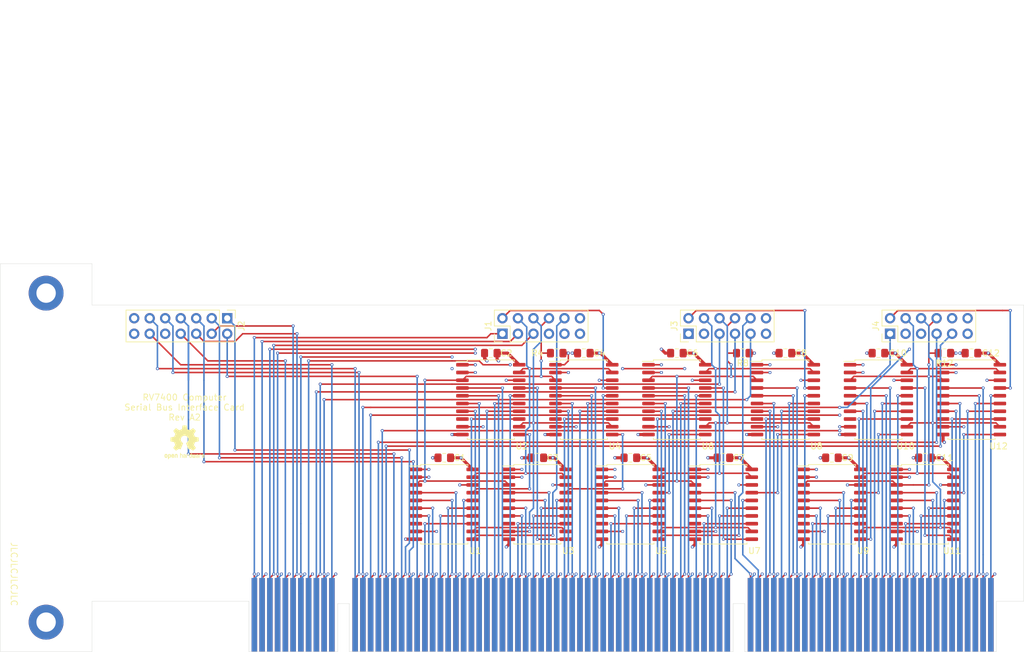
<source format=kicad_pcb>
(kicad_pcb (version 20171130) (host pcbnew 5.1.4-e60b266~84~ubuntu19.04.1)
  (title_block (title "RV7400 Bus Controller") (date 2019-10-28) (rev A2))
  (layers (0 F.Cu signal) (1 In1.Cu signal) (2 In2.Cu signal) (31 B.Cu signal) (34 B.Paste user) (35 F.Paste user) (36 B.SilkS user) (37 F.SilkS user) (38 B.Mask user) (39 F.Mask user) (44 Edge.Cuts user))
  (net 0 "")
  (net 1 GND)
  (net 2 VCC)
  (net 3 /DOUT_A)
  (net 4 /CLK_A)
  (net 5 /~OE_A)
  (net 6 /~SHIFT_A~|LOAD_A)
  (net 7 /DIN_A)
  (net 8 /DOUT_B)
  (net 9 /CLK_B)
  (net 10 /~OE_B)
  (net 11 /~SHIFT_B~|LOAD_B)
  (net 12 /DIN_B)
  (net 13 /DOUT_Y)
  (net 14 /CLK_Y)
  (net 15 /~OE_Y)
  (net 16 /~SHIFT_Y~|LOAD_Y)
  (net 17 /DIN_Y)
  (net 18 "Net-(U1-Pad17)")
  (net 19 /A7)
  (net 20 /A5)
  (net 21 /A3)
  (net 22 /A1)
  (net 23 /A0)
  (net 24 /A2)
  (net 25 /A4)
  (net 26 /A6)
  (net 27 "Net-(U2-Pad17)")
  (net 28 /A15)
  (net 29 /A13)
  (net 30 /A11)
  (net 31 /A9)
  (net 32 /A8)
  (net 33 /A10)
  (net 34 /A12)
  (net 35 /A14)
  (net 36 "Net-(U3-Pad17)")
  (net 37 /A23)
  (net 38 /A21)
  (net 39 /A19)
  (net 40 /A17)
  (net 41 /A16)
  (net 42 /A18)
  (net 43 /A20)
  (net 44 /A22)
  (net 45 /A31)
  (net 46 /A29)
  (net 47 /A27)
  (net 48 /A25)
  (net 49 /A24)
  (net 50 /A26)
  (net 51 /A28)
  (net 52 /A30)
  (net 53 "Net-(U5-Pad17)")
  (net 54 /B7)
  (net 55 /B5)
  (net 56 /B3)
  (net 57 /B1)
  (net 58 /B0)
  (net 59 /B2)
  (net 60 /B4)
  (net 61 /B6)
  (net 62 "Net-(U6-Pad17)")
  (net 63 /B15)
  (net 64 /B13)
  (net 65 /B11)
  (net 66 /B9)
  (net 67 /B8)
  (net 68 /B10)
  (net 69 /B12)
  (net 70 /B14)
  (net 71 "Net-(U7-Pad17)")
  (net 72 /B23)
  (net 73 /B21)
  (net 74 /B19)
  (net 75 /B17)
  (net 76 /B16)
  (net 77 /B18)
  (net 78 /B20)
  (net 79 /B22)
  (net 80 /B31)
  (net 81 /B29)
  (net 82 /B27)
  (net 83 /B25)
  (net 84 /B24)
  (net 85 /B26)
  (net 86 /B28)
  (net 87 /B30)
  (net 88 "Net-(U10-Pad11)")
  (net 89 /Y7)
  (net 90 /Y5)
  (net 91 /Y3)
  (net 92 /Y1)
  (net 93 /Y0)
  (net 94 /Y2)
  (net 95 /Y4)
  (net 96 /Y6)
  (net 97 "Net-(U10-Pad17)")
  (net 98 /Y15)
  (net 99 /Y13)
  (net 100 /Y11)
  (net 101 /Y9)
  (net 102 /Y8)
  (net 103 /Y10)
  (net 104 /Y12)
  (net 105 /Y14)
  (net 106 "Net-(U11-Pad17)")
  (net 107 /Y23)
  (net 108 /Y21)
  (net 109 /Y19)
  (net 110 /Y17)
  (net 111 /Y16)
  (net 112 /Y18)
  (net 113 /Y20)
  (net 114 /Y22)
  (net 115 /Y31)
  (net 116 /Y29)
  (net 117 /Y27)
  (net 118 /Y25)
  (net 119 /Y24)
  (net 120 /Y26)
  (net 121 /Y28)
  (net 122 /Y30)
  (net 123 /AR4)
  (net 124 /AR3)
  (net 125 /AR2)
  (net 126 /AR1)
  (net 127 /AR0)
  (net 128 /CLK)
  (net 129 /MW)
  (net 130 /MR)
  (net 131 /CTRL_B5)
  (net 132 /IMM10)
  (net 133 /CTRL_A6)
  (net 134 /FUNC2)
  (net 135 /CTRL_B6)
  (net 136 /FUNC1)
  (net 137 /CTRL_B22)
  (net 138 /FUNC0)
  (net 139 /BR4)
  (net 140 /BR3)
  (net 141 /BR2)
  (net 142 /BR1)
  (net 143 /BR0)
  (net 144 /YR4)
  (net 145 /YR3)
  (net 146 /YR2)
  (net 147 /YR1)
  (net 148 /YR0)
  (module rv7400:PCI-X (layer F.Cu) (at 101.6 129.54)
    (fp_text reference Z1 hide)
    (fp_text value Bus hide)
    (pad B96 smd rect (at 106.045 0) (size 0.9144 12.065) (drill (offset 0 6.0325)) (layers B.Cu B.Mask) (net 115 /Y31))
    (pad B95 smd rect (at 104.775 0) (size 0.9144 12.065) (drill (offset 0 6.0325)) (layers B.Cu B.Mask) (net 2 VCC))
    (pad B94 smd rect (at 103.505 0) (size 0.9144 12.065) (drill (offset 0 6.0325)) (layers B.Cu B.Mask) (net 116 /Y29))
    (pad B93 smd rect (at 102.235 0) (size 0.9144 12.065) (drill (offset 0 6.0325)) (layers B.Cu B.Mask) (net 117 /Y27))
    (pad B92 smd rect (at 100.965 0) (size 0.9144 12.065) (drill (offset 0 6.0325)) (layers B.Cu B.Mask) (net 2 VCC))
    (pad B91 smd rect (at 99.695 0) (size 0.9144 12.065) (drill (offset 0 6.0325)) (layers B.Cu B.Mask) (net 118 /Y25))
    (pad B90 smd rect (at 98.425 0) (size 0.9144 12.065) (drill (offset 0 6.0325)) (layers B.Cu B.Mask) (net 107 /Y23))
    (pad B89 smd rect (at 97.155 0) (size 0.9144 12.065) (drill (offset 0 6.0325)) (layers B.Cu B.Mask) (net 2 VCC))
    (pad B88 smd rect (at 95.885 0) (size 0.9144 12.065) (drill (offset 0 6.0325)) (layers B.Cu B.Mask) (net 108 /Y21))
    (pad B87 smd rect (at 94.615 0) (size 0.9144 12.065) (drill (offset 0 6.0325)) (layers B.Cu B.Mask) (net 109 /Y19))
    (pad B86 smd rect (at 93.345 0) (size 0.9144 12.065) (drill (offset 0 6.0325)) (layers B.Cu B.Mask) (net 2 VCC))
    (pad B85 smd rect (at 92.075 0) (size 0.9144 12.065) (drill (offset 0 6.0325)) (layers B.Cu B.Mask) (net 110 /Y17))
    (pad B84 smd rect (at 90.805 0) (size 0.9144 12.065) (drill (offset 0 6.0325)) (layers B.Cu B.Mask) (net 98 /Y15))
    (pad B83 smd rect (at 89.535 0) (size 0.9144 12.065) (drill (offset 0 6.0325)) (layers B.Cu B.Mask) (net 2 VCC))
    (pad B82 smd rect (at 88.265 0) (size 0.9144 12.065) (drill (offset 0 6.0325)) (layers B.Cu B.Mask) (net 99 /Y13))
    (pad B81 smd rect (at 86.995 0) (size 0.9144 12.065) (drill (offset 0 6.0325)) (layers B.Cu B.Mask) (net 100 /Y11))
    (pad B80 smd rect (at 85.725 0) (size 0.9144 12.065) (drill (offset 0 6.0325)) (layers B.Cu B.Mask) (net 2 VCC))
    (pad B79 smd rect (at 84.455 0) (size 0.9144 12.065) (drill (offset 0 6.0325)) (layers B.Cu B.Mask) (net 101 /Y9))
    (pad B78 smd rect (at 83.185 0) (size 0.9144 12.065) (drill (offset 0 6.0325)) (layers B.Cu B.Mask) (net 89 /Y7))
    (pad B77 smd rect (at 81.915 0) (size 0.9144 12.065) (drill (offset 0 6.0325)) (layers B.Cu B.Mask) (net 2 VCC))
    (pad B76 smd rect (at 80.645 0) (size 0.9144 12.065) (drill (offset 0 6.0325)) (layers B.Cu B.Mask) (net 90 /Y5))
    (pad B75 smd rect (at 79.375 0) (size 0.9144 12.065) (drill (offset 0 6.0325)) (layers B.Cu B.Mask) (net 91 /Y3))
    (pad B74 smd rect (at 78.105 0) (size 0.9144 12.065) (drill (offset 0 6.0325)) (layers B.Cu B.Mask) (net 2 VCC))
    (pad B73 smd rect (at 76.835 0) (size 0.9144 12.065) (drill (offset 0 6.0325)) (layers B.Cu B.Mask) (net 92 /Y1))
    (pad B72 smd rect (at 75.565 0) (size 0.9144 12.065) (drill (offset 0 6.0325)) (layers B.Cu B.Mask) (net 80 /B31))
    (pad B71 smd rect (at 74.295 0) (size 0.9144 12.065) (drill (offset 0 6.0325)) (layers B.Cu B.Mask) (net 2 VCC))
    (pad B70 smd rect (at 73.025 0) (size 0.9144 12.065) (drill (offset 0 6.0325)) (layers B.Cu B.Mask) (net 81 /B29))
    (pad B69 smd rect (at 71.755 0) (size 0.9144 12.065) (drill (offset 0 6.0325)) (layers B.Cu B.Mask) (net 82 /B27))
    (pad B68 smd rect (at 70.485 0) (size 0.9144 12.065) (drill (offset 0 6.0325)) (layers B.Cu B.Mask) (net 2 VCC))
    (pad B67 smd rect (at 69.215 0) (size 0.9144 12.065) (drill (offset 0 6.0325)) (layers B.Cu B.Mask) (net 83 /B25))
    (pad B66 smd rect (at 67.945 0) (size 0.9144 12.065) (drill (offset 0 6.0325)) (layers B.Cu B.Mask) (net 72 /B23))
    (pad B65 smd rect (at 66.675 0) (size 0.9144 12.065) (drill (offset 0 6.0325)) (layers B.Cu B.Mask) (net 2 VCC))
    (pad B62 smd rect (at 62.865 0) (size 0.9144 12.065) (drill (offset 0 6.0325)) (layers B.Cu B.Mask) (net 73 /B21))
    (pad B61 smd rect (at 61.595 0) (size 0.9144 12.065) (drill (offset 0 6.0325)) (layers B.Cu B.Mask) (net 74 /B19))
    (pad B60 smd rect (at 60.325 0) (size 0.9144 12.065) (drill (offset 0 6.0325)) (layers B.Cu B.Mask) (net 2 VCC))
    (pad B59 smd rect (at 59.055 0) (size 0.9144 12.065) (drill (offset 0 6.0325)) (layers B.Cu B.Mask) (net 75 /B17))
    (pad B58 smd rect (at 57.785 0) (size 0.9144 12.065) (drill (offset 0 6.0325)) (layers B.Cu B.Mask) (net 63 /B15))
    (pad B57 smd rect (at 56.515 0) (size 0.9144 12.065) (drill (offset 0 6.0325)) (layers B.Cu B.Mask) (net 2 VCC))
    (pad B56 smd rect (at 55.245 0) (size 0.9144 12.065) (drill (offset 0 6.0325)) (layers B.Cu B.Mask) (net 64 /B13))
    (pad B55 smd rect (at 53.975 0) (size 0.9144 12.065) (drill (offset 0 6.0325)) (layers B.Cu B.Mask) (net 65 /B11))
    (pad B54 smd rect (at 52.705 0) (size 0.9144 12.065) (drill (offset 0 6.0325)) (layers B.Cu B.Mask) (net 2 VCC))
    (pad B53 smd rect (at 51.435 0) (size 0.9144 12.065) (drill (offset 0 6.0325)) (layers B.Cu B.Mask) (net 66 /B9))
    (pad B52 smd rect (at 50.165 0) (size 0.9144 12.065) (drill (offset 0 6.0325)) (layers B.Cu B.Mask) (net 54 /B7))
    (pad B51 smd rect (at 48.895 0) (size 0.9144 12.065) (drill (offset 0 6.0325)) (layers B.Cu B.Mask) (net 2 VCC))
    (pad B50 smd rect (at 47.625 0) (size 0.9144 12.065) (drill (offset 0 6.0325)) (layers B.Cu B.Mask) (net 55 /B5))
    (pad B49 smd rect (at 46.355 0) (size 0.9144 12.065) (drill (offset 0 6.0325)) (layers B.Cu B.Mask) (net 56 /B3))
    (pad B48 smd rect (at 45.085 0) (size 0.9144 12.065) (drill (offset 0 6.0325)) (layers B.Cu B.Mask) (net 2 VCC))
    (pad B47 smd rect (at 43.815 0) (size 0.9144 12.065) (drill (offset 0 6.0325)) (layers B.Cu B.Mask) (net 57 /B1))
    (pad B46 smd rect (at 42.545 0) (size 0.9144 12.065) (drill (offset 0 6.0325)) (layers B.Cu B.Mask) (net 45 /A31))
    (pad B45 smd rect (at 41.275 0) (size 0.9144 12.065) (drill (offset 0 6.0325)) (layers B.Cu B.Mask) (net 2 VCC))
    (pad B44 smd rect (at 40.005 0) (size 0.9144 12.065) (drill (offset 0 6.0325)) (layers B.Cu B.Mask) (net 46 /A29))
    (pad B43 smd rect (at 38.735 0) (size 0.9144 12.065) (drill (offset 0 6.0325)) (layers B.Cu B.Mask) (net 47 /A27))
    (pad B42 smd rect (at 37.465 0) (size 0.9144 12.065) (drill (offset 0 6.0325)) (layers B.Cu B.Mask) (net 2 VCC))
    (pad B41 smd rect (at 36.195 0) (size 0.9144 12.065) (drill (offset 0 6.0325)) (layers B.Cu B.Mask) (net 48 /A25))
    (pad B40 smd rect (at 34.925 0) (size 0.9144 12.065) (drill (offset 0 6.0325)) (layers B.Cu B.Mask) (net 37 /A23))
    (pad B39 smd rect (at 33.655 0) (size 0.9144 12.065) (drill (offset 0 6.0325)) (layers B.Cu B.Mask) (net 2 VCC))
    (pad B38 smd rect (at 32.385 0) (size 0.9144 12.065) (drill (offset 0 6.0325)) (layers B.Cu B.Mask) (net 38 /A21))
    (pad B37 smd rect (at 31.115 0) (size 0.9144 12.065) (drill (offset 0 6.0325)) (layers B.Cu B.Mask) (net 39 /A19))
    (pad B36 smd rect (at 29.845 0) (size 0.9144 12.065) (drill (offset 0 6.0325)) (layers B.Cu B.Mask) (net 2 VCC))
    (pad B35 smd rect (at 28.575 0) (size 0.9144 12.065) (drill (offset 0 6.0325)) (layers B.Cu B.Mask) (net 40 /A17))
    (pad B34 smd rect (at 27.305 0) (size 0.9144 12.065) (drill (offset 0 6.0325)) (layers B.Cu B.Mask) (net 28 /A15))
    (pad B33 smd rect (at 26.035 0) (size 0.9144 12.065) (drill (offset 0 6.0325)) (layers B.Cu B.Mask) (net 2 VCC))
    (pad B32 smd rect (at 24.765 0) (size 0.9144 12.065) (drill (offset 0 6.0325)) (layers B.Cu B.Mask) (net 29 /A13))
    (pad B31 smd rect (at 23.495 0) (size 0.9144 12.065) (drill (offset 0 6.0325)) (layers B.Cu B.Mask) (net 30 /A11))
    (pad B30 smd rect (at 22.225 0) (size 0.9144 12.065) (drill (offset 0 6.0325)) (layers B.Cu B.Mask) (net 2 VCC))
    (pad B29 smd rect (at 20.955 0) (size 0.9144 12.065) (drill (offset 0 6.0325)) (layers B.Cu B.Mask) (net 31 /A9))
    (pad B28 smd rect (at 19.685 0) (size 0.9144 12.065) (drill (offset 0 6.0325)) (layers B.Cu B.Mask) (net 19 /A7))
    (pad B27 smd rect (at 18.415 0) (size 0.9144 12.065) (drill (offset 0 6.0325)) (layers B.Cu B.Mask) (net 2 VCC))
    (pad B26 smd rect (at 17.145 0) (size 0.9144 12.065) (drill (offset 0 6.0325)) (layers B.Cu B.Mask) (net 20 /A5))
    (pad B25 smd rect (at 15.875 0) (size 0.9144 12.065) (drill (offset 0 6.0325)) (layers B.Cu B.Mask) (net 21 /A3))
    (pad B24 smd rect (at 14.605 0) (size 0.9144 12.065) (drill (offset 0 6.0325)) (layers B.Cu B.Mask) (net 2 VCC))
    (pad B23 smd rect (at 13.335 0) (size 0.9144 12.065) (drill (offset 0 6.0325)) (layers B.Cu B.Mask) (net 22 /A1))
    (pad B22 smd rect (at 12.065 0) (size 0.9144 12.065) (drill (offset 0 6.0325)) (layers B.Cu B.Mask) (net 137 /CTRL_B22))
    (pad B21 smd rect (at 10.795 0) (size 0.9144 12.065) (drill (offset 0 6.0325)) (layers B.Cu B.Mask) (net 2 VCC))
    (pad B20 smd rect (at 9.525 0) (size 0.9144 12.065) (drill (offset 0 6.0325)) (layers B.Cu B.Mask) (net 136 /FUNC1))
    (pad B19 smd rect (at 8.255 0) (size 0.9144 12.065) (drill (offset 0 6.0325)) (layers B.Cu B.Mask) (net 132 /IMM10))
    (pad B18 smd rect (at 6.985 0) (size 0.9144 12.065) (drill (offset 0 6.0325)) (layers B.Cu B.Mask) (net 2 VCC))
    (pad B17 smd rect (at 5.715 0) (size 0.9144 12.065) (drill (offset 0 6.0325)) (layers B.Cu B.Mask) (net 145 /YR3))
    (pad B16 smd rect (at 4.445 0) (size 0.9144 12.065) (drill (offset 0 6.0325)) (layers B.Cu B.Mask) (net 147 /YR1))
    (pad B15 smd rect (at 3.175 0) (size 0.9144 12.065) (drill (offset 0 6.0325)) (layers B.Cu B.Mask) (net 2 VCC))
    (pad B14 smd rect (at 1.905 0) (size 0.9144 12.065) (drill (offset 0 6.0325)) (layers B.Cu B.Mask) (net 129 /MW))
    (pad B11 smd rect (at -1.905 0) (size 0.9144 12.065) (drill (offset 0 6.0325)) (layers B.Cu B.Mask) (net 128 /CLK))
    (pad B10 smd rect (at -3.175 0) (size 0.9144 12.065) (drill (offset 0 6.0325)) (layers B.Cu B.Mask) (net 2 VCC))
    (pad B9 smd rect (at -4.445 0) (size 0.9144 12.065) (drill (offset 0 6.0325)) (layers B.Cu B.Mask) (net 140 /BR3))
    (pad B8 smd rect (at -5.715 0) (size 0.9144 12.065) (drill (offset 0 6.0325)) (layers B.Cu B.Mask) (net 142 /BR1))
    (pad B7 smd rect (at -6.985 0) (size 0.9144 12.065) (drill (offset 0 6.0325)) (layers B.Cu B.Mask) (net 2 VCC))
    (pad B6 smd rect (at -8.255 0) (size 0.9144 12.065) (drill (offset 0 6.0325)) (layers B.Cu B.Mask) (net 135 /CTRL_B6))
    (pad B5 smd rect (at -9.525 0) (size 0.9144 12.065) (drill (offset 0 6.0325)) (layers B.Cu B.Mask) (net 131 /CTRL_B5))
    (pad B4 smd rect (at -10.795 0) (size 0.9144 12.065) (drill (offset 0 6.0325)) (layers B.Cu B.Mask) (net 2 VCC))
    (pad B3 smd rect (at -12.065 0) (size 0.9144 12.065) (drill (offset 0 6.0325)) (layers B.Cu B.Mask) (net 124 /AR3))
    (pad B2 smd rect (at -13.335 0) (size 0.9144 12.065) (drill (offset 0 6.0325)) (layers B.Cu B.Mask) (net 126 /AR1))
    (pad B1 smd rect (at -14.605 0) (size 0.9144 12.065) (drill (offset 0 6.0325)) (layers B.Cu B.Mask) (net 2 VCC))
    (pad A96 smd rect (at 106.045 0) (size 0.9144 12.065) (drill (offset 0 6.0325)) (layers F.Cu F.Mask) (net 1 GND))
    (pad A95 smd rect (at 104.775 0) (size 0.9144 12.065) (drill (offset 0 6.0325)) (layers F.Cu F.Mask) (net 122 /Y30))
    (pad A94 smd rect (at 103.505 0) (size 0.9144 12.065) (drill (offset 0 6.0325)) (layers F.Cu F.Mask) (net 121 /Y28))
    (pad A93 smd rect (at 102.235 0) (size 0.9144 12.065) (drill (offset 0 6.0325)) (layers F.Cu F.Mask) (net 1 GND))
    (pad A92 smd rect (at 100.965 0) (size 0.9144 12.065) (drill (offset 0 6.0325)) (layers F.Cu F.Mask) (net 120 /Y26))
    (pad A91 smd rect (at 99.695 0) (size 0.9144 12.065) (drill (offset 0 6.0325)) (layers F.Cu F.Mask) (net 119 /Y24))
    (pad A90 smd rect (at 98.425 0) (size 0.9144 12.065) (drill (offset 0 6.0325)) (layers F.Cu F.Mask) (net 1 GND))
    (pad A89 smd rect (at 97.155 0) (size 0.9144 12.065) (drill (offset 0 6.0325)) (layers F.Cu F.Mask) (net 114 /Y22))
    (pad A88 smd rect (at 95.885 0) (size 0.9144 12.065) (drill (offset 0 6.0325)) (layers F.Cu F.Mask) (net 113 /Y20))
    (pad A87 smd rect (at 94.615 0) (size 0.9144 12.065) (drill (offset 0 6.0325)) (layers F.Cu F.Mask) (net 1 GND))
    (pad A86 smd rect (at 93.345 0) (size 0.9144 12.065) (drill (offset 0 6.0325)) (layers F.Cu F.Mask) (net 112 /Y18))
    (pad A85 smd rect (at 92.075 0) (size 0.9144 12.065) (drill (offset 0 6.0325)) (layers F.Cu F.Mask) (net 111 /Y16))
    (pad A84 smd rect (at 90.805 0) (size 0.9144 12.065) (drill (offset 0 6.0325)) (layers F.Cu F.Mask) (net 1 GND))
    (pad A83 smd rect (at 89.535 0) (size 0.9144 12.065) (drill (offset 0 6.0325)) (layers F.Cu F.Mask) (net 105 /Y14))
    (pad A82 smd rect (at 88.265 0) (size 0.9144 12.065) (drill (offset 0 6.0325)) (layers F.Cu F.Mask) (net 104 /Y12))
    (pad A81 smd rect (at 86.995 0) (size 0.9144 12.065) (drill (offset 0 6.0325)) (layers F.Cu F.Mask) (net 1 GND))
    (pad A80 smd rect (at 85.725 0) (size 0.9144 12.065) (drill (offset 0 6.0325)) (layers F.Cu F.Mask) (net 103 /Y10))
    (pad A79 smd rect (at 84.455 0) (size 0.9144 12.065) (drill (offset 0 6.0325)) (layers F.Cu F.Mask) (net 102 /Y8))
    (pad A78 smd rect (at 83.185 0) (size 0.9144 12.065) (drill (offset 0 6.0325)) (layers F.Cu F.Mask) (net 1 GND))
    (pad A77 smd rect (at 81.915 0) (size 0.9144 12.065) (drill (offset 0 6.0325)) (layers F.Cu F.Mask) (net 96 /Y6))
    (pad A76 smd rect (at 80.645 0) (size 0.9144 12.065) (drill (offset 0 6.0325)) (layers F.Cu F.Mask) (net 95 /Y4))
    (pad A75 smd rect (at 79.375 0) (size 0.9144 12.065) (drill (offset 0 6.0325)) (layers F.Cu F.Mask) (net 1 GND))
    (pad A74 smd rect (at 78.105 0) (size 0.9144 12.065) (drill (offset 0 6.0325)) (layers F.Cu F.Mask) (net 94 /Y2))
    (pad A73 smd rect (at 76.835 0) (size 0.9144 12.065) (drill (offset 0 6.0325)) (layers F.Cu F.Mask) (net 93 /Y0))
    (pad A72 smd rect (at 75.565 0) (size 0.9144 12.065) (drill (offset 0 6.0325)) (layers F.Cu F.Mask) (net 1 GND))
    (pad A71 smd rect (at 74.295 0) (size 0.9144 12.065) (drill (offset 0 6.0325)) (layers F.Cu F.Mask) (net 87 /B30))
    (pad A70 smd rect (at 73.025 0) (size 0.9144 12.065) (drill (offset 0 6.0325)) (layers F.Cu F.Mask) (net 86 /B28))
    (pad A69 smd rect (at 71.755 0) (size 0.9144 12.065) (drill (offset 0 6.0325)) (layers F.Cu F.Mask) (net 1 GND))
    (pad A68 smd rect (at 70.485 0) (size 0.9144 12.065) (drill (offset 0 6.0325)) (layers F.Cu F.Mask) (net 85 /B26))
    (pad A67 smd rect (at 69.215 0) (size 0.9144 12.065) (drill (offset 0 6.0325)) (layers F.Cu F.Mask) (net 84 /B24))
    (pad A66 smd rect (at 67.945 0) (size 0.9144 12.065) (drill (offset 0 6.0325)) (layers F.Cu F.Mask) (net 1 GND))
    (pad A65 smd rect (at 66.675 0) (size 0.9144 12.065) (drill (offset 0 6.0325)) (layers F.Cu F.Mask) (net 79 /B22))
    (pad A62 smd rect (at 62.865 0) (size 0.9144 12.065) (drill (offset 0 6.0325)) (layers F.Cu F.Mask) (net 78 /B20))
    (pad A61 smd rect (at 61.595 0) (size 0.9144 12.065) (drill (offset 0 6.0325)) (layers F.Cu F.Mask) (net 1 GND))
    (pad A60 smd rect (at 60.325 0) (size 0.9144 12.065) (drill (offset 0 6.0325)) (layers F.Cu F.Mask) (net 77 /B18))
    (pad A59 smd rect (at 59.055 0) (size 0.9144 12.065) (drill (offset 0 6.0325)) (layers F.Cu F.Mask) (net 76 /B16))
    (pad A58 smd rect (at 57.785 0) (size 0.9144 12.065) (drill (offset 0 6.0325)) (layers F.Cu F.Mask) (net 1 GND))
    (pad A57 smd rect (at 56.515 0) (size 0.9144 12.065) (drill (offset 0 6.0325)) (layers F.Cu F.Mask) (net 70 /B14))
    (pad A56 smd rect (at 55.245 0) (size 0.9144 12.065) (drill (offset 0 6.0325)) (layers F.Cu F.Mask) (net 69 /B12))
    (pad A55 smd rect (at 53.975 0) (size 0.9144 12.065) (drill (offset 0 6.0325)) (layers F.Cu F.Mask) (net 1 GND))
    (pad A54 smd rect (at 52.705 0) (size 0.9144 12.065) (drill (offset 0 6.0325)) (layers F.Cu F.Mask) (net 68 /B10))
    (pad A53 smd rect (at 51.435 0) (size 0.9144 12.065) (drill (offset 0 6.0325)) (layers F.Cu F.Mask) (net 67 /B8))
    (pad A52 smd rect (at 50.165 0) (size 0.9144 12.065) (drill (offset 0 6.0325)) (layers F.Cu F.Mask) (net 1 GND))
    (pad A51 smd rect (at 48.895 0) (size 0.9144 12.065) (drill (offset 0 6.0325)) (layers F.Cu F.Mask) (net 61 /B6))
    (pad A50 smd rect (at 47.625 0) (size 0.9144 12.065) (drill (offset 0 6.0325)) (layers F.Cu F.Mask) (net 60 /B4))
    (pad A49 smd rect (at 46.355 0) (size 0.9144 12.065) (drill (offset 0 6.0325)) (layers F.Cu F.Mask) (net 1 GND))
    (pad A48 smd rect (at 45.085 0) (size 0.9144 12.065) (drill (offset 0 6.0325)) (layers F.Cu F.Mask) (net 59 /B2))
    (pad A47 smd rect (at 43.815 0) (size 0.9144 12.065) (drill (offset 0 6.0325)) (layers F.Cu F.Mask) (net 58 /B0))
    (pad A46 smd rect (at 42.545 0) (size 0.9144 12.065) (drill (offset 0 6.0325)) (layers F.Cu F.Mask) (net 1 GND))
    (pad A45 smd rect (at 41.275 0) (size 0.9144 12.065) (drill (offset 0 6.0325)) (layers F.Cu F.Mask) (net 52 /A30))
    (pad A44 smd rect (at 40.005 0) (size 0.9144 12.065) (drill (offset 0 6.0325)) (layers F.Cu F.Mask) (net 51 /A28))
    (pad A43 smd rect (at 38.735 0) (size 0.9144 12.065) (drill (offset 0 6.0325)) (layers F.Cu F.Mask) (net 1 GND))
    (pad A42 smd rect (at 37.465 0) (size 0.9144 12.065) (drill (offset 0 6.0325)) (layers F.Cu F.Mask) (net 50 /A26))
    (pad A41 smd rect (at 36.195 0) (size 0.9144 12.065) (drill (offset 0 6.0325)) (layers F.Cu F.Mask) (net 49 /A24))
    (pad A40 smd rect (at 34.925 0) (size 0.9144 12.065) (drill (offset 0 6.0325)) (layers F.Cu F.Mask) (net 1 GND))
    (pad A39 smd rect (at 33.655 0) (size 0.9144 12.065) (drill (offset 0 6.0325)) (layers F.Cu F.Mask) (net 44 /A22))
    (pad A38 smd rect (at 32.385 0) (size 0.9144 12.065) (drill (offset 0 6.0325)) (layers F.Cu F.Mask) (net 43 /A20))
    (pad A37 smd rect (at 31.115 0) (size 0.9144 12.065) (drill (offset 0 6.0325)) (layers F.Cu F.Mask) (net 1 GND))
    (pad A36 smd rect (at 29.845 0) (size 0.9144 12.065) (drill (offset 0 6.0325)) (layers F.Cu F.Mask) (net 42 /A18))
    (pad A35 smd rect (at 28.575 0) (size 0.9144 12.065) (drill (offset 0 6.0325)) (layers F.Cu F.Mask) (net 41 /A16))
    (pad A34 smd rect (at 27.305 0) (size 0.9144 12.065) (drill (offset 0 6.0325)) (layers F.Cu F.Mask) (net 1 GND))
    (pad A33 smd rect (at 26.035 0) (size 0.9144 12.065) (drill (offset 0 6.0325)) (layers F.Cu F.Mask) (net 35 /A14))
    (pad A32 smd rect (at 24.765 0) (size 0.9144 12.065) (drill (offset 0 6.0325)) (layers F.Cu F.Mask) (net 34 /A12))
    (pad A31 smd rect (at 23.495 0) (size 0.9144 12.065) (drill (offset 0 6.0325)) (layers F.Cu F.Mask) (net 1 GND))
    (pad A30 smd rect (at 22.225 0) (size 0.9144 12.065) (drill (offset 0 6.0325)) (layers F.Cu F.Mask) (net 33 /A10))
    (pad A29 smd rect (at 20.955 0) (size 0.9144 12.065) (drill (offset 0 6.0325)) (layers F.Cu F.Mask) (net 32 /A8))
    (pad A28 smd rect (at 19.685 0) (size 0.9144 12.065) (drill (offset 0 6.0325)) (layers F.Cu F.Mask) (net 1 GND))
    (pad A27 smd rect (at 18.415 0) (size 0.9144 12.065) (drill (offset 0 6.0325)) (layers F.Cu F.Mask) (net 26 /A6))
    (pad A26 smd rect (at 17.145 0) (size 0.9144 12.065) (drill (offset 0 6.0325)) (layers F.Cu F.Mask) (net 25 /A4))
    (pad A25 smd rect (at 15.875 0) (size 0.9144 12.065) (drill (offset 0 6.0325)) (layers F.Cu F.Mask) (net 1 GND))
    (pad A24 smd rect (at 14.605 0) (size 0.9144 12.065) (drill (offset 0 6.0325)) (layers F.Cu F.Mask) (net 24 /A2))
    (pad A23 smd rect (at 13.335 0) (size 0.9144 12.065) (drill (offset 0 6.0325)) (layers F.Cu F.Mask) (net 23 /A0))
    (pad A22 smd rect (at 12.065 0) (size 0.9144 12.065) (drill (offset 0 6.0325)) (layers F.Cu F.Mask) (net 1 GND))
    (pad A21 smd rect (at 10.795 0) (size 0.9144 12.065) (drill (offset 0 6.0325)) (layers F.Cu F.Mask) (net 134 /FUNC2))
    (pad A20 smd rect (at 9.525 0) (size 0.9144 12.065) (drill (offset 0 6.0325)) (layers F.Cu F.Mask) (net 138 /FUNC0))
    (pad A19 smd rect (at 8.255 0) (size 0.9144 12.065) (drill (offset 0 6.0325)) (layers F.Cu F.Mask) (net 1 GND))
    (pad A18 smd rect (at 6.985 0) (size 0.9144 12.065) (drill (offset 0 6.0325)) (layers F.Cu F.Mask) (net 144 /YR4))
    (pad A17 smd rect (at 5.715 0) (size 0.9144 12.065) (drill (offset 0 6.0325)) (layers F.Cu F.Mask) (net 146 /YR2))
    (pad A16 smd rect (at 4.445 0) (size 0.9144 12.065) (drill (offset 0 6.0325)) (layers F.Cu F.Mask) (net 1 GND))
    (pad A15 smd rect (at 3.175 0) (size 0.9144 12.065) (drill (offset 0 6.0325)) (layers F.Cu F.Mask) (net 148 /YR0))
    (pad A14 smd rect (at 1.905 0) (size 0.9144 12.065) (drill (offset 0 6.0325)) (layers F.Cu F.Mask) (net 130 /MR))
    (pad A11 smd rect (at -1.905 0) (size 0.9144 12.065) (drill (offset 0 6.0325)) (layers F.Cu F.Mask) (net 1 GND))
    (pad A10 smd rect (at -3.175 0) (size 0.9144 12.065) (drill (offset 0 6.0325)) (layers F.Cu F.Mask) (net 139 /BR4))
    (pad A9 smd rect (at -4.445 0) (size 0.9144 12.065) (drill (offset 0 6.0325)) (layers F.Cu F.Mask) (net 141 /BR2))
    (pad A8 smd rect (at -5.715 0) (size 0.9144 12.065) (drill (offset 0 6.0325)) (layers F.Cu F.Mask) (net 1 GND))
    (pad A7 smd rect (at -6.985 0) (size 0.9144 12.065) (drill (offset 0 6.0325)) (layers F.Cu F.Mask) (net 143 /BR0))
    (pad A6 smd rect (at -8.255 0) (size 0.9144 12.065) (drill (offset 0 6.0325)) (layers F.Cu F.Mask) (net 133 /CTRL_A6))
    (pad A5 smd rect (at -9.525 0) (size 0.9144 12.065) (drill (offset 0 6.0325)) (layers F.Cu F.Mask) (net 1 GND))
    (pad A4 smd rect (at -10.795 0) (size 0.9144 12.065) (drill (offset 0 6.0325)) (layers F.Cu F.Mask) (net 123 /AR4))
    (pad A3 smd rect (at -12.065 0) (size 0.9144 12.065) (drill (offset 0 6.0325)) (layers F.Cu F.Mask) (net 125 /AR2))
    (pad A2 smd rect (at -13.335 0) (size 0.9144 12.065) (drill (offset 0 6.0325)) (layers F.Cu F.Mask) (net 1 GND))
    (pad "" thru_hole circle (at -48.7172 -46.6598) (size 5.715 5.715) (drill 3.175) (layers *.Cu *.Mask))
    (pad "" thru_hole circle (at -48.7172 7.239) (size 5.715 5.715) (drill 3.175) (layers *.Cu *.Mask))
    (pad A1 smd rect (at -14.605 0) (size 0.9144 12.065) (drill (offset 0 6.0325)) (layers F.Cu F.Mask) (net 127 /AR0))
  )
  (module Package_SO:SOIC-20W_7.5x12.8mm_P1.27mm (layer F.Cu) (at 204.47 100.33)
    (fp_text reference U12 (at 4.445 7.62) (layer F.SilkS))
    (fp_text value 74HC299)
    (pad 20 smd roundrect (at 4.65 -5.715) (size 2.05 0.6) (layers F.Cu F.Paste F.Mask) (net 2 VCC))
    (pad 19 smd roundrect (at 4.65 -4.445) (size 2.05 0.6) (layers F.Cu F.Paste F.Mask) (net 16 /~SHIFT_Y~|LOAD_Y))
    (pad 18 smd roundrect (at 4.65 -3.175) (size 2.05 0.6) (layers F.Cu F.Paste F.Mask) (net 1 GND))
    (pad 17 smd roundrect (at 4.65 -1.905) (size 2.05 0.6) (layers F.Cu F.Paste F.Mask) (net 13 /DOUT_Y))
    (pad 16 smd roundrect (at 4.65 -0.635) (size 2.05 0.6) (layers F.Cu F.Paste F.Mask) (net 115 /Y31))
    (pad 15 smd roundrect (at 4.65 0.635) (size 2.05 0.6) (layers F.Cu F.Paste F.Mask) (net 116 /Y29))
    (pad 14 smd roundrect (at 4.65 1.905) (size 2.05 0.6) (layers F.Cu F.Paste F.Mask) (net 117 /Y27))
    (pad 13 smd roundrect (at 4.65 3.175) (size 2.05 0.6) (layers F.Cu F.Paste F.Mask) (net 118 /Y25))
    (pad 12 smd roundrect (at 4.65 4.445) (size 2.05 0.6) (layers F.Cu F.Paste F.Mask) (net 14 /CLK_Y))
    (pad 11 smd roundrect (at 4.65 5.715) (size 2.05 0.6) (layers F.Cu F.Paste F.Mask) (net 106 "Net-(U11-Pad17)"))
    (pad 10 smd roundrect (at -4.65 5.715) (size 2.05 0.6) (layers F.Cu F.Paste F.Mask) (net 1 GND))
    (pad 9 smd roundrect (at -4.65 4.445) (size 2.05 0.6) (layers F.Cu F.Paste F.Mask) (net 2 VCC))
    (pad 8 smd roundrect (at -4.65 3.175) (size 2.05 0.6) (layers F.Cu F.Paste F.Mask))
    (pad 7 smd roundrect (at -4.65 1.905) (size 2.05 0.6) (layers F.Cu F.Paste F.Mask) (net 119 /Y24))
    (pad 6 smd roundrect (at -4.65 0.635) (size 2.05 0.6) (layers F.Cu F.Paste F.Mask) (net 120 /Y26))
    (pad 5 smd roundrect (at -4.65 -0.635) (size 2.05 0.6) (layers F.Cu F.Paste F.Mask) (net 121 /Y28))
    (pad 4 smd roundrect (at -4.65 -1.905) (size 2.05 0.6) (layers F.Cu F.Paste F.Mask) (net 122 /Y30))
    (pad 3 smd roundrect (at -4.65 -3.175) (size 2.05 0.6) (layers F.Cu F.Paste F.Mask) (net 15 /~OE_Y))
    (pad 2 smd roundrect (at -4.65 -4.445) (size 2.05 0.6) (layers F.Cu F.Paste F.Mask) (net 1 GND))
    (pad 1 smd roundrect (at -4.65 -5.715) (size 2.05 0.6) (layers F.Cu F.Paste F.Mask) (net 2 VCC))
  )
  (module Package_SO:SOIC-20W_7.5x12.8mm_P1.27mm (layer F.Cu) (at 196.85 117.475)
    (fp_text reference U11 (at 4.445 7.62) (layer F.SilkS))
    (fp_text value 74HC299)
    (pad 20 smd roundrect (at 4.65 -5.715) (size 2.05 0.6) (layers F.Cu F.Paste F.Mask) (net 2 VCC))
    (pad 19 smd roundrect (at 4.65 -4.445) (size 2.05 0.6) (layers F.Cu F.Paste F.Mask) (net 16 /~SHIFT_Y~|LOAD_Y))
    (pad 18 smd roundrect (at 4.65 -3.175) (size 2.05 0.6) (layers F.Cu F.Paste F.Mask) (net 1 GND))
    (pad 17 smd roundrect (at 4.65 -1.905) (size 2.05 0.6) (layers F.Cu F.Paste F.Mask) (net 106 "Net-(U11-Pad17)"))
    (pad 16 smd roundrect (at 4.65 -0.635) (size 2.05 0.6) (layers F.Cu F.Paste F.Mask) (net 107 /Y23))
    (pad 15 smd roundrect (at 4.65 0.635) (size 2.05 0.6) (layers F.Cu F.Paste F.Mask) (net 108 /Y21))
    (pad 14 smd roundrect (at 4.65 1.905) (size 2.05 0.6) (layers F.Cu F.Paste F.Mask) (net 109 /Y19))
    (pad 13 smd roundrect (at 4.65 3.175) (size 2.05 0.6) (layers F.Cu F.Paste F.Mask) (net 110 /Y17))
    (pad 12 smd roundrect (at 4.65 4.445) (size 2.05 0.6) (layers F.Cu F.Paste F.Mask) (net 14 /CLK_Y))
    (pad 11 smd roundrect (at 4.65 5.715) (size 2.05 0.6) (layers F.Cu F.Paste F.Mask) (net 97 "Net-(U10-Pad17)"))
    (pad 10 smd roundrect (at -4.65 5.715) (size 2.05 0.6) (layers F.Cu F.Paste F.Mask) (net 1 GND))
    (pad 9 smd roundrect (at -4.65 4.445) (size 2.05 0.6) (layers F.Cu F.Paste F.Mask) (net 2 VCC))
    (pad 8 smd roundrect (at -4.65 3.175) (size 2.05 0.6) (layers F.Cu F.Paste F.Mask))
    (pad 7 smd roundrect (at -4.65 1.905) (size 2.05 0.6) (layers F.Cu F.Paste F.Mask) (net 111 /Y16))
    (pad 6 smd roundrect (at -4.65 0.635) (size 2.05 0.6) (layers F.Cu F.Paste F.Mask) (net 112 /Y18))
    (pad 5 smd roundrect (at -4.65 -0.635) (size 2.05 0.6) (layers F.Cu F.Paste F.Mask) (net 113 /Y20))
    (pad 4 smd roundrect (at -4.65 -1.905) (size 2.05 0.6) (layers F.Cu F.Paste F.Mask) (net 114 /Y22))
    (pad 3 smd roundrect (at -4.65 -3.175) (size 2.05 0.6) (layers F.Cu F.Paste F.Mask) (net 15 /~OE_Y))
    (pad 2 smd roundrect (at -4.65 -4.445) (size 2.05 0.6) (layers F.Cu F.Paste F.Mask) (net 1 GND))
    (pad 1 smd roundrect (at -4.65 -5.715) (size 2.05 0.6) (layers F.Cu F.Paste F.Mask) (net 2 VCC))
  )
  (module Package_SO:SOIC-20W_7.5x12.8mm_P1.27mm (layer F.Cu) (at 189.23 100.33)
    (fp_text reference U10 (at 4.445 7.62) (layer F.SilkS))
    (fp_text value 74HC299)
    (pad 20 smd roundrect (at 4.65 -5.715) (size 2.05 0.6) (layers F.Cu F.Paste F.Mask) (net 2 VCC))
    (pad 19 smd roundrect (at 4.65 -4.445) (size 2.05 0.6) (layers F.Cu F.Paste F.Mask) (net 16 /~SHIFT_Y~|LOAD_Y))
    (pad 18 smd roundrect (at 4.65 -3.175) (size 2.05 0.6) (layers F.Cu F.Paste F.Mask) (net 1 GND))
    (pad 17 smd roundrect (at 4.65 -1.905) (size 2.05 0.6) (layers F.Cu F.Paste F.Mask) (net 97 "Net-(U10-Pad17)"))
    (pad 16 smd roundrect (at 4.65 -0.635) (size 2.05 0.6) (layers F.Cu F.Paste F.Mask) (net 98 /Y15))
    (pad 15 smd roundrect (at 4.65 0.635) (size 2.05 0.6) (layers F.Cu F.Paste F.Mask) (net 99 /Y13))
    (pad 14 smd roundrect (at 4.65 1.905) (size 2.05 0.6) (layers F.Cu F.Paste F.Mask) (net 100 /Y11))
    (pad 13 smd roundrect (at 4.65 3.175) (size 2.05 0.6) (layers F.Cu F.Paste F.Mask) (net 101 /Y9))
    (pad 12 smd roundrect (at 4.65 4.445) (size 2.05 0.6) (layers F.Cu F.Paste F.Mask) (net 14 /CLK_Y))
    (pad 11 smd roundrect (at 4.65 5.715) (size 2.05 0.6) (layers F.Cu F.Paste F.Mask) (net 88 "Net-(U10-Pad11)"))
    (pad 10 smd roundrect (at -4.65 5.715) (size 2.05 0.6) (layers F.Cu F.Paste F.Mask) (net 1 GND))
    (pad 9 smd roundrect (at -4.65 4.445) (size 2.05 0.6) (layers F.Cu F.Paste F.Mask) (net 2 VCC))
    (pad 8 smd roundrect (at -4.65 3.175) (size 2.05 0.6) (layers F.Cu F.Paste F.Mask))
    (pad 7 smd roundrect (at -4.65 1.905) (size 2.05 0.6) (layers F.Cu F.Paste F.Mask) (net 102 /Y8))
    (pad 6 smd roundrect (at -4.65 0.635) (size 2.05 0.6) (layers F.Cu F.Paste F.Mask) (net 103 /Y10))
    (pad 5 smd roundrect (at -4.65 -0.635) (size 2.05 0.6) (layers F.Cu F.Paste F.Mask) (net 104 /Y12))
    (pad 4 smd roundrect (at -4.65 -1.905) (size 2.05 0.6) (layers F.Cu F.Paste F.Mask) (net 105 /Y14))
    (pad 3 smd roundrect (at -4.65 -3.175) (size 2.05 0.6) (layers F.Cu F.Paste F.Mask) (net 15 /~OE_Y))
    (pad 2 smd roundrect (at -4.65 -4.445) (size 2.05 0.6) (layers F.Cu F.Paste F.Mask) (net 1 GND))
    (pad 1 smd roundrect (at -4.65 -5.715) (size 2.05 0.6) (layers F.Cu F.Paste F.Mask) (net 2 VCC))
  )
  (module Package_SO:SOIC-20W_7.5x12.8mm_P1.27mm (layer F.Cu) (at 181.61 117.475)
    (fp_text reference U9 (at 5.08 7.62) (layer F.SilkS))
    (fp_text value 74HC299)
    (pad 20 smd roundrect (at 4.65 -5.715) (size 2.05 0.6) (layers F.Cu F.Paste F.Mask) (net 2 VCC))
    (pad 19 smd roundrect (at 4.65 -4.445) (size 2.05 0.6) (layers F.Cu F.Paste F.Mask) (net 16 /~SHIFT_Y~|LOAD_Y))
    (pad 18 smd roundrect (at 4.65 -3.175) (size 2.05 0.6) (layers F.Cu F.Paste F.Mask) (net 1 GND))
    (pad 17 smd roundrect (at 4.65 -1.905) (size 2.05 0.6) (layers F.Cu F.Paste F.Mask) (net 88 "Net-(U10-Pad11)"))
    (pad 16 smd roundrect (at 4.65 -0.635) (size 2.05 0.6) (layers F.Cu F.Paste F.Mask) (net 89 /Y7))
    (pad 15 smd roundrect (at 4.65 0.635) (size 2.05 0.6) (layers F.Cu F.Paste F.Mask) (net 90 /Y5))
    (pad 14 smd roundrect (at 4.65 1.905) (size 2.05 0.6) (layers F.Cu F.Paste F.Mask) (net 91 /Y3))
    (pad 13 smd roundrect (at 4.65 3.175) (size 2.05 0.6) (layers F.Cu F.Paste F.Mask) (net 92 /Y1))
    (pad 12 smd roundrect (at 4.65 4.445) (size 2.05 0.6) (layers F.Cu F.Paste F.Mask) (net 14 /CLK_Y))
    (pad 11 smd roundrect (at 4.65 5.715) (size 2.05 0.6) (layers F.Cu F.Paste F.Mask) (net 17 /DIN_Y))
    (pad 10 smd roundrect (at -4.65 5.715) (size 2.05 0.6) (layers F.Cu F.Paste F.Mask) (net 1 GND))
    (pad 9 smd roundrect (at -4.65 4.445) (size 2.05 0.6) (layers F.Cu F.Paste F.Mask) (net 2 VCC))
    (pad 8 smd roundrect (at -4.65 3.175) (size 2.05 0.6) (layers F.Cu F.Paste F.Mask))
    (pad 7 smd roundrect (at -4.65 1.905) (size 2.05 0.6) (layers F.Cu F.Paste F.Mask) (net 93 /Y0))
    (pad 6 smd roundrect (at -4.65 0.635) (size 2.05 0.6) (layers F.Cu F.Paste F.Mask) (net 94 /Y2))
    (pad 5 smd roundrect (at -4.65 -0.635) (size 2.05 0.6) (layers F.Cu F.Paste F.Mask) (net 95 /Y4))
    (pad 4 smd roundrect (at -4.65 -1.905) (size 2.05 0.6) (layers F.Cu F.Paste F.Mask) (net 96 /Y6))
    (pad 3 smd roundrect (at -4.65 -3.175) (size 2.05 0.6) (layers F.Cu F.Paste F.Mask) (net 15 /~OE_Y))
    (pad 2 smd roundrect (at -4.65 -4.445) (size 2.05 0.6) (layers F.Cu F.Paste F.Mask) (net 1 GND))
    (pad 1 smd roundrect (at -4.65 -5.715) (size 2.05 0.6) (layers F.Cu F.Paste F.Mask) (net 2 VCC))
  )
  (module Package_SO:SOIC-20W_7.5x12.8mm_P1.27mm (layer F.Cu) (at 173.99 100.33)
    (fp_text reference U8 (at 5.08 7.62) (layer F.SilkS))
    (fp_text value 74HC299)
    (pad 20 smd roundrect (at 4.65 -5.715) (size 2.05 0.6) (layers F.Cu F.Paste F.Mask) (net 2 VCC))
    (pad 19 smd roundrect (at 4.65 -4.445) (size 2.05 0.6) (layers F.Cu F.Paste F.Mask) (net 11 /~SHIFT_B~|LOAD_B))
    (pad 18 smd roundrect (at 4.65 -3.175) (size 2.05 0.6) (layers F.Cu F.Paste F.Mask) (net 1 GND))
    (pad 17 smd roundrect (at 4.65 -1.905) (size 2.05 0.6) (layers F.Cu F.Paste F.Mask) (net 8 /DOUT_B))
    (pad 16 smd roundrect (at 4.65 -0.635) (size 2.05 0.6) (layers F.Cu F.Paste F.Mask) (net 80 /B31))
    (pad 15 smd roundrect (at 4.65 0.635) (size 2.05 0.6) (layers F.Cu F.Paste F.Mask) (net 81 /B29))
    (pad 14 smd roundrect (at 4.65 1.905) (size 2.05 0.6) (layers F.Cu F.Paste F.Mask) (net 82 /B27))
    (pad 13 smd roundrect (at 4.65 3.175) (size 2.05 0.6) (layers F.Cu F.Paste F.Mask) (net 83 /B25))
    (pad 12 smd roundrect (at 4.65 4.445) (size 2.05 0.6) (layers F.Cu F.Paste F.Mask) (net 9 /CLK_B))
    (pad 11 smd roundrect (at 4.65 5.715) (size 2.05 0.6) (layers F.Cu F.Paste F.Mask) (net 71 "Net-(U7-Pad17)"))
    (pad 10 smd roundrect (at -4.65 5.715) (size 2.05 0.6) (layers F.Cu F.Paste F.Mask) (net 1 GND))
    (pad 9 smd roundrect (at -4.65 4.445) (size 2.05 0.6) (layers F.Cu F.Paste F.Mask) (net 2 VCC))
    (pad 8 smd roundrect (at -4.65 3.175) (size 2.05 0.6) (layers F.Cu F.Paste F.Mask))
    (pad 7 smd roundrect (at -4.65 1.905) (size 2.05 0.6) (layers F.Cu F.Paste F.Mask) (net 84 /B24))
    (pad 6 smd roundrect (at -4.65 0.635) (size 2.05 0.6) (layers F.Cu F.Paste F.Mask) (net 85 /B26))
    (pad 5 smd roundrect (at -4.65 -0.635) (size 2.05 0.6) (layers F.Cu F.Paste F.Mask) (net 86 /B28))
    (pad 4 smd roundrect (at -4.65 -1.905) (size 2.05 0.6) (layers F.Cu F.Paste F.Mask) (net 87 /B30))
    (pad 3 smd roundrect (at -4.65 -3.175) (size 2.05 0.6) (layers F.Cu F.Paste F.Mask) (net 10 /~OE_B))
    (pad 2 smd roundrect (at -4.65 -4.445) (size 2.05 0.6) (layers F.Cu F.Paste F.Mask) (net 1 GND))
    (pad 1 smd roundrect (at -4.65 -5.715) (size 2.05 0.6) (layers F.Cu F.Paste F.Mask) (net 2 VCC))
  )
  (module Package_SO:SOIC-20W_7.5x12.8mm_P1.27mm (layer F.Cu) (at 163.83 117.475)
    (fp_text reference U7 (at 5.08 7.62) (layer F.SilkS))
    (fp_text value 74HC299)
    (pad 20 smd roundrect (at 4.65 -5.715) (size 2.05 0.6) (layers F.Cu F.Paste F.Mask) (net 2 VCC))
    (pad 19 smd roundrect (at 4.65 -4.445) (size 2.05 0.6) (layers F.Cu F.Paste F.Mask) (net 11 /~SHIFT_B~|LOAD_B))
    (pad 18 smd roundrect (at 4.65 -3.175) (size 2.05 0.6) (layers F.Cu F.Paste F.Mask) (net 1 GND))
    (pad 17 smd roundrect (at 4.65 -1.905) (size 2.05 0.6) (layers F.Cu F.Paste F.Mask) (net 71 "Net-(U7-Pad17)"))
    (pad 16 smd roundrect (at 4.65 -0.635) (size 2.05 0.6) (layers F.Cu F.Paste F.Mask) (net 72 /B23))
    (pad 15 smd roundrect (at 4.65 0.635) (size 2.05 0.6) (layers F.Cu F.Paste F.Mask) (net 73 /B21))
    (pad 14 smd roundrect (at 4.65 1.905) (size 2.05 0.6) (layers F.Cu F.Paste F.Mask) (net 74 /B19))
    (pad 13 smd roundrect (at 4.65 3.175) (size 2.05 0.6) (layers F.Cu F.Paste F.Mask) (net 75 /B17))
    (pad 12 smd roundrect (at 4.65 4.445) (size 2.05 0.6) (layers F.Cu F.Paste F.Mask) (net 9 /CLK_B))
    (pad 11 smd roundrect (at 4.65 5.715) (size 2.05 0.6) (layers F.Cu F.Paste F.Mask) (net 62 "Net-(U6-Pad17)"))
    (pad 10 smd roundrect (at -4.65 5.715) (size 2.05 0.6) (layers F.Cu F.Paste F.Mask) (net 1 GND))
    (pad 9 smd roundrect (at -4.65 4.445) (size 2.05 0.6) (layers F.Cu F.Paste F.Mask) (net 2 VCC))
    (pad 8 smd roundrect (at -4.65 3.175) (size 2.05 0.6) (layers F.Cu F.Paste F.Mask))
    (pad 7 smd roundrect (at -4.65 1.905) (size 2.05 0.6) (layers F.Cu F.Paste F.Mask) (net 76 /B16))
    (pad 6 smd roundrect (at -4.65 0.635) (size 2.05 0.6) (layers F.Cu F.Paste F.Mask) (net 77 /B18))
    (pad 5 smd roundrect (at -4.65 -0.635) (size 2.05 0.6) (layers F.Cu F.Paste F.Mask) (net 78 /B20))
    (pad 4 smd roundrect (at -4.65 -1.905) (size 2.05 0.6) (layers F.Cu F.Paste F.Mask) (net 79 /B22))
    (pad 3 smd roundrect (at -4.65 -3.175) (size 2.05 0.6) (layers F.Cu F.Paste F.Mask) (net 10 /~OE_B))
    (pad 2 smd roundrect (at -4.65 -4.445) (size 2.05 0.6) (layers F.Cu F.Paste F.Mask) (net 1 GND))
    (pad 1 smd roundrect (at -4.65 -5.715) (size 2.05 0.6) (layers F.Cu F.Paste F.Mask) (net 2 VCC))
  )
  (module Package_SO:SOIC-20W_7.5x12.8mm_P1.27mm (layer F.Cu) (at 156.21 100.33)
    (fp_text reference U6 (at 5.08 7.62) (layer F.SilkS))
    (fp_text value 74HC299)
    (pad 20 smd roundrect (at 4.65 -5.715) (size 2.05 0.6) (layers F.Cu F.Paste F.Mask) (net 2 VCC))
    (pad 19 smd roundrect (at 4.65 -4.445) (size 2.05 0.6) (layers F.Cu F.Paste F.Mask) (net 11 /~SHIFT_B~|LOAD_B))
    (pad 18 smd roundrect (at 4.65 -3.175) (size 2.05 0.6) (layers F.Cu F.Paste F.Mask) (net 1 GND))
    (pad 17 smd roundrect (at 4.65 -1.905) (size 2.05 0.6) (layers F.Cu F.Paste F.Mask) (net 62 "Net-(U6-Pad17)"))
    (pad 16 smd roundrect (at 4.65 -0.635) (size 2.05 0.6) (layers F.Cu F.Paste F.Mask) (net 63 /B15))
    (pad 15 smd roundrect (at 4.65 0.635) (size 2.05 0.6) (layers F.Cu F.Paste F.Mask) (net 64 /B13))
    (pad 14 smd roundrect (at 4.65 1.905) (size 2.05 0.6) (layers F.Cu F.Paste F.Mask) (net 65 /B11))
    (pad 13 smd roundrect (at 4.65 3.175) (size 2.05 0.6) (layers F.Cu F.Paste F.Mask) (net 66 /B9))
    (pad 12 smd roundrect (at 4.65 4.445) (size 2.05 0.6) (layers F.Cu F.Paste F.Mask) (net 9 /CLK_B))
    (pad 11 smd roundrect (at 4.65 5.715) (size 2.05 0.6) (layers F.Cu F.Paste F.Mask) (net 53 "Net-(U5-Pad17)"))
    (pad 10 smd roundrect (at -4.65 5.715) (size 2.05 0.6) (layers F.Cu F.Paste F.Mask) (net 1 GND))
    (pad 9 smd roundrect (at -4.65 4.445) (size 2.05 0.6) (layers F.Cu F.Paste F.Mask) (net 2 VCC))
    (pad 8 smd roundrect (at -4.65 3.175) (size 2.05 0.6) (layers F.Cu F.Paste F.Mask))
    (pad 7 smd roundrect (at -4.65 1.905) (size 2.05 0.6) (layers F.Cu F.Paste F.Mask) (net 67 /B8))
    (pad 6 smd roundrect (at -4.65 0.635) (size 2.05 0.6) (layers F.Cu F.Paste F.Mask) (net 68 /B10))
    (pad 5 smd roundrect (at -4.65 -0.635) (size 2.05 0.6) (layers F.Cu F.Paste F.Mask) (net 69 /B12))
    (pad 4 smd roundrect (at -4.65 -1.905) (size 2.05 0.6) (layers F.Cu F.Paste F.Mask) (net 70 /B14))
    (pad 3 smd roundrect (at -4.65 -3.175) (size 2.05 0.6) (layers F.Cu F.Paste F.Mask) (net 10 /~OE_B))
    (pad 2 smd roundrect (at -4.65 -4.445) (size 2.05 0.6) (layers F.Cu F.Paste F.Mask) (net 1 GND))
    (pad 1 smd roundrect (at -4.65 -5.715) (size 2.05 0.6) (layers F.Cu F.Paste F.Mask) (net 2 VCC))
  )
  (module Package_SO:SOIC-20W_7.5x12.8mm_P1.27mm (layer F.Cu) (at 148.59 117.475)
    (fp_text reference U5 (at 5.08 7.62) (layer F.SilkS))
    (fp_text value 74HC299)
    (pad 20 smd roundrect (at 4.65 -5.715) (size 2.05 0.6) (layers F.Cu F.Paste F.Mask) (net 2 VCC))
    (pad 19 smd roundrect (at 4.65 -4.445) (size 2.05 0.6) (layers F.Cu F.Paste F.Mask) (net 11 /~SHIFT_B~|LOAD_B))
    (pad 18 smd roundrect (at 4.65 -3.175) (size 2.05 0.6) (layers F.Cu F.Paste F.Mask) (net 1 GND))
    (pad 17 smd roundrect (at 4.65 -1.905) (size 2.05 0.6) (layers F.Cu F.Paste F.Mask) (net 53 "Net-(U5-Pad17)"))
    (pad 16 smd roundrect (at 4.65 -0.635) (size 2.05 0.6) (layers F.Cu F.Paste F.Mask) (net 54 /B7))
    (pad 15 smd roundrect (at 4.65 0.635) (size 2.05 0.6) (layers F.Cu F.Paste F.Mask) (net 55 /B5))
    (pad 14 smd roundrect (at 4.65 1.905) (size 2.05 0.6) (layers F.Cu F.Paste F.Mask) (net 56 /B3))
    (pad 13 smd roundrect (at 4.65 3.175) (size 2.05 0.6) (layers F.Cu F.Paste F.Mask) (net 57 /B1))
    (pad 12 smd roundrect (at 4.65 4.445) (size 2.05 0.6) (layers F.Cu F.Paste F.Mask) (net 9 /CLK_B))
    (pad 11 smd roundrect (at 4.65 5.715) (size 2.05 0.6) (layers F.Cu F.Paste F.Mask) (net 12 /DIN_B))
    (pad 10 smd roundrect (at -4.65 5.715) (size 2.05 0.6) (layers F.Cu F.Paste F.Mask) (net 1 GND))
    (pad 9 smd roundrect (at -4.65 4.445) (size 2.05 0.6) (layers F.Cu F.Paste F.Mask) (net 2 VCC))
    (pad 8 smd roundrect (at -4.65 3.175) (size 2.05 0.6) (layers F.Cu F.Paste F.Mask))
    (pad 7 smd roundrect (at -4.65 1.905) (size 2.05 0.6) (layers F.Cu F.Paste F.Mask) (net 58 /B0))
    (pad 6 smd roundrect (at -4.65 0.635) (size 2.05 0.6) (layers F.Cu F.Paste F.Mask) (net 59 /B2))
    (pad 5 smd roundrect (at -4.65 -0.635) (size 2.05 0.6) (layers F.Cu F.Paste F.Mask) (net 60 /B4))
    (pad 4 smd roundrect (at -4.65 -1.905) (size 2.05 0.6) (layers F.Cu F.Paste F.Mask) (net 61 /B6))
    (pad 3 smd roundrect (at -4.65 -3.175) (size 2.05 0.6) (layers F.Cu F.Paste F.Mask) (net 10 /~OE_B))
    (pad 2 smd roundrect (at -4.65 -4.445) (size 2.05 0.6) (layers F.Cu F.Paste F.Mask) (net 1 GND))
    (pad 1 smd roundrect (at -4.65 -5.715) (size 2.05 0.6) (layers F.Cu F.Paste F.Mask) (net 2 VCC))
  )
  (module Package_SO:SOIC-20W_7.5x12.8mm_P1.27mm (layer F.Cu) (at 140.97 100.33)
    (fp_text reference U4 (at 5.08 7.62) (layer F.SilkS))
    (fp_text value 74HC299)
    (pad 20 smd roundrect (at 4.65 -5.715) (size 2.05 0.6) (layers F.Cu F.Paste F.Mask) (net 2 VCC))
    (pad 19 smd roundrect (at 4.65 -4.445) (size 2.05 0.6) (layers F.Cu F.Paste F.Mask) (net 6 /~SHIFT_A~|LOAD_A))
    (pad 18 smd roundrect (at 4.65 -3.175) (size 2.05 0.6) (layers F.Cu F.Paste F.Mask) (net 1 GND))
    (pad 17 smd roundrect (at 4.65 -1.905) (size 2.05 0.6) (layers F.Cu F.Paste F.Mask) (net 3 /DOUT_A))
    (pad 16 smd roundrect (at 4.65 -0.635) (size 2.05 0.6) (layers F.Cu F.Paste F.Mask) (net 45 /A31))
    (pad 15 smd roundrect (at 4.65 0.635) (size 2.05 0.6) (layers F.Cu F.Paste F.Mask) (net 46 /A29))
    (pad 14 smd roundrect (at 4.65 1.905) (size 2.05 0.6) (layers F.Cu F.Paste F.Mask) (net 47 /A27))
    (pad 13 smd roundrect (at 4.65 3.175) (size 2.05 0.6) (layers F.Cu F.Paste F.Mask) (net 48 /A25))
    (pad 12 smd roundrect (at 4.65 4.445) (size 2.05 0.6) (layers F.Cu F.Paste F.Mask) (net 4 /CLK_A))
    (pad 11 smd roundrect (at 4.65 5.715) (size 2.05 0.6) (layers F.Cu F.Paste F.Mask) (net 36 "Net-(U3-Pad17)"))
    (pad 10 smd roundrect (at -4.65 5.715) (size 2.05 0.6) (layers F.Cu F.Paste F.Mask) (net 1 GND))
    (pad 9 smd roundrect (at -4.65 4.445) (size 2.05 0.6) (layers F.Cu F.Paste F.Mask) (net 2 VCC))
    (pad 8 smd roundrect (at -4.65 3.175) (size 2.05 0.6) (layers F.Cu F.Paste F.Mask))
    (pad 7 smd roundrect (at -4.65 1.905) (size 2.05 0.6) (layers F.Cu F.Paste F.Mask) (net 49 /A24))
    (pad 6 smd roundrect (at -4.65 0.635) (size 2.05 0.6) (layers F.Cu F.Paste F.Mask) (net 50 /A26))
    (pad 5 smd roundrect (at -4.65 -0.635) (size 2.05 0.6) (layers F.Cu F.Paste F.Mask) (net 51 /A28))
    (pad 4 smd roundrect (at -4.65 -1.905) (size 2.05 0.6) (layers F.Cu F.Paste F.Mask) (net 52 /A30))
    (pad 3 smd roundrect (at -4.65 -3.175) (size 2.05 0.6) (layers F.Cu F.Paste F.Mask) (net 5 /~OE_A))
    (pad 2 smd roundrect (at -4.65 -4.445) (size 2.05 0.6) (layers F.Cu F.Paste F.Mask) (net 1 GND))
    (pad 1 smd roundrect (at -4.65 -5.715) (size 2.05 0.6) (layers F.Cu F.Paste F.Mask) (net 2 VCC))
  )
  (module Package_SO:SOIC-20W_7.5x12.8mm_P1.27mm (layer F.Cu) (at 133.35 117.475)
    (fp_text reference U3 (at 5.08 7.62) (layer F.SilkS))
    (fp_text value 74HC299)
    (pad 20 smd roundrect (at 4.65 -5.715) (size 2.05 0.6) (layers F.Cu F.Paste F.Mask) (net 2 VCC))
    (pad 19 smd roundrect (at 4.65 -4.445) (size 2.05 0.6) (layers F.Cu F.Paste F.Mask) (net 6 /~SHIFT_A~|LOAD_A))
    (pad 18 smd roundrect (at 4.65 -3.175) (size 2.05 0.6) (layers F.Cu F.Paste F.Mask) (net 1 GND))
    (pad 17 smd roundrect (at 4.65 -1.905) (size 2.05 0.6) (layers F.Cu F.Paste F.Mask) (net 36 "Net-(U3-Pad17)"))
    (pad 16 smd roundrect (at 4.65 -0.635) (size 2.05 0.6) (layers F.Cu F.Paste F.Mask) (net 37 /A23))
    (pad 15 smd roundrect (at 4.65 0.635) (size 2.05 0.6) (layers F.Cu F.Paste F.Mask) (net 38 /A21))
    (pad 14 smd roundrect (at 4.65 1.905) (size 2.05 0.6) (layers F.Cu F.Paste F.Mask) (net 39 /A19))
    (pad 13 smd roundrect (at 4.65 3.175) (size 2.05 0.6) (layers F.Cu F.Paste F.Mask) (net 40 /A17))
    (pad 12 smd roundrect (at 4.65 4.445) (size 2.05 0.6) (layers F.Cu F.Paste F.Mask) (net 4 /CLK_A))
    (pad 11 smd roundrect (at 4.65 5.715) (size 2.05 0.6) (layers F.Cu F.Paste F.Mask) (net 27 "Net-(U2-Pad17)"))
    (pad 10 smd roundrect (at -4.65 5.715) (size 2.05 0.6) (layers F.Cu F.Paste F.Mask) (net 1 GND))
    (pad 9 smd roundrect (at -4.65 4.445) (size 2.05 0.6) (layers F.Cu F.Paste F.Mask) (net 2 VCC))
    (pad 8 smd roundrect (at -4.65 3.175) (size 2.05 0.6) (layers F.Cu F.Paste F.Mask))
    (pad 7 smd roundrect (at -4.65 1.905) (size 2.05 0.6) (layers F.Cu F.Paste F.Mask) (net 41 /A16))
    (pad 6 smd roundrect (at -4.65 0.635) (size 2.05 0.6) (layers F.Cu F.Paste F.Mask) (net 42 /A18))
    (pad 5 smd roundrect (at -4.65 -0.635) (size 2.05 0.6) (layers F.Cu F.Paste F.Mask) (net 43 /A20))
    (pad 4 smd roundrect (at -4.65 -1.905) (size 2.05 0.6) (layers F.Cu F.Paste F.Mask) (net 44 /A22))
    (pad 3 smd roundrect (at -4.65 -3.175) (size 2.05 0.6) (layers F.Cu F.Paste F.Mask) (net 5 /~OE_A))
    (pad 2 smd roundrect (at -4.65 -4.445) (size 2.05 0.6) (layers F.Cu F.Paste F.Mask) (net 1 GND))
    (pad 1 smd roundrect (at -4.65 -5.715) (size 2.05 0.6) (layers F.Cu F.Paste F.Mask) (net 2 VCC))
  )
  (module Package_SO:SOIC-20W_7.5x12.8mm_P1.27mm (layer F.Cu) (at 125.73 100.33)
    (fp_text reference U2 (at 5.08 7.62) (layer F.SilkS))
    (fp_text value 74HC299)
    (pad 20 smd roundrect (at 4.65 -5.715) (size 2.05 0.6) (layers F.Cu F.Paste F.Mask) (net 2 VCC))
    (pad 19 smd roundrect (at 4.65 -4.445) (size 2.05 0.6) (layers F.Cu F.Paste F.Mask) (net 6 /~SHIFT_A~|LOAD_A))
    (pad 18 smd roundrect (at 4.65 -3.175) (size 2.05 0.6) (layers F.Cu F.Paste F.Mask) (net 1 GND))
    (pad 17 smd roundrect (at 4.65 -1.905) (size 2.05 0.6) (layers F.Cu F.Paste F.Mask) (net 27 "Net-(U2-Pad17)"))
    (pad 16 smd roundrect (at 4.65 -0.635) (size 2.05 0.6) (layers F.Cu F.Paste F.Mask) (net 28 /A15))
    (pad 15 smd roundrect (at 4.65 0.635) (size 2.05 0.6) (layers F.Cu F.Paste F.Mask) (net 29 /A13))
    (pad 14 smd roundrect (at 4.65 1.905) (size 2.05 0.6) (layers F.Cu F.Paste F.Mask) (net 30 /A11))
    (pad 13 smd roundrect (at 4.65 3.175) (size 2.05 0.6) (layers F.Cu F.Paste F.Mask) (net 31 /A9))
    (pad 12 smd roundrect (at 4.65 4.445) (size 2.05 0.6) (layers F.Cu F.Paste F.Mask) (net 4 /CLK_A))
    (pad 11 smd roundrect (at 4.65 5.715) (size 2.05 0.6) (layers F.Cu F.Paste F.Mask) (net 18 "Net-(U1-Pad17)"))
    (pad 10 smd roundrect (at -4.65 5.715) (size 2.05 0.6) (layers F.Cu F.Paste F.Mask) (net 1 GND))
    (pad 9 smd roundrect (at -4.65 4.445) (size 2.05 0.6) (layers F.Cu F.Paste F.Mask) (net 2 VCC))
    (pad 8 smd roundrect (at -4.65 3.175) (size 2.05 0.6) (layers F.Cu F.Paste F.Mask))
    (pad 7 smd roundrect (at -4.65 1.905) (size 2.05 0.6) (layers F.Cu F.Paste F.Mask) (net 32 /A8))
    (pad 6 smd roundrect (at -4.65 0.635) (size 2.05 0.6) (layers F.Cu F.Paste F.Mask) (net 33 /A10))
    (pad 5 smd roundrect (at -4.65 -0.635) (size 2.05 0.6) (layers F.Cu F.Paste F.Mask) (net 34 /A12))
    (pad 4 smd roundrect (at -4.65 -1.905) (size 2.05 0.6) (layers F.Cu F.Paste F.Mask) (net 35 /A14))
    (pad 3 smd roundrect (at -4.65 -3.175) (size 2.05 0.6) (layers F.Cu F.Paste F.Mask) (net 5 /~OE_A))
    (pad 2 smd roundrect (at -4.65 -4.445) (size 2.05 0.6) (layers F.Cu F.Paste F.Mask) (net 1 GND))
    (pad 1 smd roundrect (at -4.65 -5.715) (size 2.05 0.6) (layers F.Cu F.Paste F.Mask) (net 2 VCC))
  )
  (module Package_SO:SOIC-20W_7.5x12.8mm_P1.27mm (layer F.Cu) (at 118.11 117.475)
    (fp_text reference U1 (at 5.08 7.62) (layer F.SilkS))
    (fp_text value 74HC299)
    (pad 20 smd roundrect (at 4.65 -5.715) (size 2.05 0.6) (layers F.Cu F.Paste F.Mask) (net 2 VCC))
    (pad 19 smd roundrect (at 4.65 -4.445) (size 2.05 0.6) (layers F.Cu F.Paste F.Mask) (net 6 /~SHIFT_A~|LOAD_A))
    (pad 18 smd roundrect (at 4.65 -3.175) (size 2.05 0.6) (layers F.Cu F.Paste F.Mask) (net 1 GND))
    (pad 17 smd roundrect (at 4.65 -1.905) (size 2.05 0.6) (layers F.Cu F.Paste F.Mask) (net 18 "Net-(U1-Pad17)"))
    (pad 16 smd roundrect (at 4.65 -0.635) (size 2.05 0.6) (layers F.Cu F.Paste F.Mask) (net 19 /A7))
    (pad 15 smd roundrect (at 4.65 0.635) (size 2.05 0.6) (layers F.Cu F.Paste F.Mask) (net 20 /A5))
    (pad 14 smd roundrect (at 4.65 1.905) (size 2.05 0.6) (layers F.Cu F.Paste F.Mask) (net 21 /A3))
    (pad 13 smd roundrect (at 4.65 3.175) (size 2.05 0.6) (layers F.Cu F.Paste F.Mask) (net 22 /A1))
    (pad 12 smd roundrect (at 4.65 4.445) (size 2.05 0.6) (layers F.Cu F.Paste F.Mask) (net 4 /CLK_A))
    (pad 11 smd roundrect (at 4.65 5.715) (size 2.05 0.6) (layers F.Cu F.Paste F.Mask) (net 7 /DIN_A))
    (pad 10 smd roundrect (at -4.65 5.715) (size 2.05 0.6) (layers F.Cu F.Paste F.Mask) (net 1 GND))
    (pad 9 smd roundrect (at -4.65 4.445) (size 2.05 0.6) (layers F.Cu F.Paste F.Mask) (net 2 VCC))
    (pad 8 smd roundrect (at -4.65 3.175) (size 2.05 0.6) (layers F.Cu F.Paste F.Mask))
    (pad 7 smd roundrect (at -4.65 1.905) (size 2.05 0.6) (layers F.Cu F.Paste F.Mask) (net 23 /A0))
    (pad 6 smd roundrect (at -4.65 0.635) (size 2.05 0.6) (layers F.Cu F.Paste F.Mask) (net 24 /A2))
    (pad 5 smd roundrect (at -4.65 -0.635) (size 2.05 0.6) (layers F.Cu F.Paste F.Mask) (net 25 /A4))
    (pad 4 smd roundrect (at -4.65 -1.905) (size 2.05 0.6) (layers F.Cu F.Paste F.Mask) (net 26 /A6))
    (pad 3 smd roundrect (at -4.65 -3.175) (size 2.05 0.6) (layers F.Cu F.Paste F.Mask) (net 5 /~OE_A))
    (pad 2 smd roundrect (at -4.65 -4.445) (size 2.05 0.6) (layers F.Cu F.Paste F.Mask) (net 1 GND))
    (pad 1 smd roundrect (at -4.65 -5.715) (size 2.05 0.6) (layers F.Cu F.Paste F.Mask) (net 2 VCC))
  )
  (module Resistor_SMD:R_0805_2012Metric_Pad1.15x1.40mm_HandSolder (layer F.Cu) (at 200.025 92.71 180)
    (fp_text reference R12 (at 0 -1.65) (layer F.SilkS))
    (fp_text value 10K)
    (pad 2 smd roundrect (at 1.025 0 180) (size 1.15 1.4) (layers F.Cu F.Paste F.Mask) (roundrect_rratio 0.217391) (net 15 /~OE_Y))
    (pad 1 smd roundrect (at -1.025 0 180) (size 1.15 1.4) (layers F.Cu F.Paste F.Mask) (roundrect_rratio 0.217391) (net 2 VCC))
  )
  (module Resistor_SMD:R_0805_2012Metric_Pad1.15x1.40mm_HandSolder (layer F.Cu) (at 167.005 92.71 180)
    (fp_text reference R8 (at 0 -1.65) (layer F.SilkS))
    (fp_text value 10K)
    (pad 2 smd roundrect (at 1.025 0 180) (size 1.15 1.4) (layers F.Cu F.Paste F.Mask) (roundrect_rratio 0.217391) (net 10 /~OE_B))
    (pad 1 smd roundrect (at -1.025 0 180) (size 1.15 1.4) (layers F.Cu F.Paste F.Mask) (roundrect_rratio 0.217391) (net 2 VCC))
  )
  (module Resistor_SMD:R_0805_2012Metric_Pad1.15x1.40mm_HandSolder (layer F.Cu) (at 136.525 92.71 180)
    (fp_text reference R4 (at 3.175 0) (layer F.SilkS))
    (fp_text value 10K)
    (pad 2 smd roundrect (at 1.025 0 180) (size 1.15 1.4) (layers F.Cu F.Paste F.Mask) (roundrect_rratio 0.217391) (net 5 /~OE_A))
    (pad 1 smd roundrect (at -1.025 0 180) (size 1.15 1.4) (layers F.Cu F.Paste F.Mask) (roundrect_rratio 0.217391) (net 2 VCC))
  )
  (module Connector_PinHeader_2.54mm:PinHeader_2x06_P2.54mm_Vertical (layer F.Cu) (at 191.135 89.535 90)
    (fp_text reference J4 (at 1.27 -2.33 90) (layer F.SilkS))
    (fp_text value Conn_02x06_Odd_Even)
    (pad 12 thru_hole oval (at 2.54 12.7 90) (size 1.7 1.7) (drill 1) (layers *.Cu *.Mask) (net 1 GND))
    (pad 11 thru_hole oval (at 0 12.7 90) (size 1.7 1.7) (drill 1) (layers *.Cu *.Mask) (net 1 GND))
    (pad 10 thru_hole oval (at 2.54 10.16 90) (size 1.7 1.7) (drill 1) (layers *.Cu *.Mask) (net 17 /DIN_Y))
    (pad 9 thru_hole oval (at 0 10.16 90) (size 1.7 1.7) (drill 1) (layers *.Cu *.Mask) (net 144 /YR4))
    (pad 8 thru_hole oval (at 2.54 7.62 90) (size 1.7 1.7) (drill 1) (layers *.Cu *.Mask) (net 15 /~OE_Y))
    (pad 7 thru_hole oval (at 0 7.62 90) (size 1.7 1.7) (drill 1) (layers *.Cu *.Mask) (net 145 /YR3))
    (pad 6 thru_hole oval (at 2.54 5.08 90) (size 1.7 1.7) (drill 1) (layers *.Cu *.Mask) (net 14 /CLK_Y))
    (pad 5 thru_hole oval (at 0 5.08 90) (size 1.7 1.7) (drill 1) (layers *.Cu *.Mask) (net 146 /YR2))
    (pad 4 thru_hole oval (at 2.54 2.54 90) (size 1.7 1.7) (drill 1) (layers *.Cu *.Mask) (net 16 /~SHIFT_Y~|LOAD_Y))
    (pad 3 thru_hole oval (at 0 2.54 90) (size 1.7 1.7) (drill 1) (layers *.Cu *.Mask) (net 147 /YR1))
    (pad 2 thru_hole oval (at 2.54 0 90) (size 1.7 1.7) (drill 1) (layers *.Cu *.Mask) (net 13 /DOUT_Y))
    (pad 1 thru_hole rect (at 0 0 90) (size 1.7 1.7) (drill 1) (layers *.Cu *.Mask) (net 148 /YR0))
  )
  (module Connector_PinHeader_2.54mm:PinHeader_2x06_P2.54mm_Vertical (layer F.Cu) (at 158.115 89.535 90)
    (fp_text reference J3 (at 1.27 -2.33 90) (layer F.SilkS))
    (fp_text value Conn_02x06_Odd_Even)
    (pad 12 thru_hole oval (at 2.54 12.7 90) (size 1.7 1.7) (drill 1) (layers *.Cu *.Mask) (net 1 GND))
    (pad 11 thru_hole oval (at 0 12.7 90) (size 1.7 1.7) (drill 1) (layers *.Cu *.Mask) (net 1 GND))
    (pad 10 thru_hole oval (at 2.54 10.16 90) (size 1.7 1.7) (drill 1) (layers *.Cu *.Mask) (net 12 /DIN_B))
    (pad 9 thru_hole oval (at 0 10.16 90) (size 1.7 1.7) (drill 1) (layers *.Cu *.Mask) (net 139 /BR4))
    (pad 8 thru_hole oval (at 2.54 7.62 90) (size 1.7 1.7) (drill 1) (layers *.Cu *.Mask) (net 10 /~OE_B))
    (pad 7 thru_hole oval (at 0 7.62 90) (size 1.7 1.7) (drill 1) (layers *.Cu *.Mask) (net 140 /BR3))
    (pad 6 thru_hole oval (at 2.54 5.08 90) (size 1.7 1.7) (drill 1) (layers *.Cu *.Mask) (net 9 /CLK_B))
    (pad 5 thru_hole oval (at 0 5.08 90) (size 1.7 1.7) (drill 1) (layers *.Cu *.Mask) (net 141 /BR2))
    (pad 4 thru_hole oval (at 2.54 2.54 90) (size 1.7 1.7) (drill 1) (layers *.Cu *.Mask) (net 11 /~SHIFT_B~|LOAD_B))
    (pad 3 thru_hole oval (at 0 2.54 90) (size 1.7 1.7) (drill 1) (layers *.Cu *.Mask) (net 142 /BR1))
    (pad 2 thru_hole oval (at 2.54 0 90) (size 1.7 1.7) (drill 1) (layers *.Cu *.Mask) (net 8 /DOUT_B))
    (pad 1 thru_hole rect (at 0 0 90) (size 1.7 1.7) (drill 1) (layers *.Cu *.Mask) (net 143 /BR0))
  )
  (module Connector_PinHeader_2.54mm:PinHeader_2x07_P2.54mm_Vertical (layer F.Cu) (at 82.55 86.995 270)
    (fp_text reference J2 (at 1.27 -2.33 90) (layer F.SilkS))
    (fp_text value Conn_02x07_Odd_Even)
    (pad 14 thru_hole oval (at 2.54 15.24 270) (size 1.7 1.7) (drill 1) (layers *.Cu *.Mask) (net 1 GND))
    (pad 13 thru_hole oval (at 0 15.24 270) (size 1.7 1.7) (drill 1) (layers *.Cu *.Mask) (net 1 GND))
    (pad 12 thru_hole oval (at 2.54 12.7 270) (size 1.7 1.7) (drill 1) (layers *.Cu *.Mask) (net 128 /CLK))
    (pad 11 thru_hole oval (at 0 12.7 270) (size 1.7 1.7) (drill 1) (layers *.Cu *.Mask) (net 129 /MW))
    (pad 10 thru_hole oval (at 2.54 10.16 270) (size 1.7 1.7) (drill 1) (layers *.Cu *.Mask) (net 1 GND))
    (pad 9 thru_hole oval (at 0 10.16 270) (size 1.7 1.7) (drill 1) (layers *.Cu *.Mask) (net 130 /MR))
    (pad 8 thru_hole oval (at 2.54 7.62 270) (size 1.7 1.7) (drill 1) (layers *.Cu *.Mask) (net 131 /CTRL_B5))
    (pad 7 thru_hole oval (at 0 7.62 270) (size 1.7 1.7) (drill 1) (layers *.Cu *.Mask) (net 132 /IMM10))
    (pad 6 thru_hole oval (at 2.54 5.08 270) (size 1.7 1.7) (drill 1) (layers *.Cu *.Mask) (net 133 /CTRL_A6))
    (pad 5 thru_hole oval (at 0 5.08 270) (size 1.7 1.7) (drill 1) (layers *.Cu *.Mask) (net 134 /FUNC2))
    (pad 4 thru_hole oval (at 2.54 2.54 270) (size 1.7 1.7) (drill 1) (layers *.Cu *.Mask) (net 135 /CTRL_B6))
    (pad 3 thru_hole oval (at 0 2.54 270) (size 1.7 1.7) (drill 1) (layers *.Cu *.Mask) (net 136 /FUNC1))
    (pad 2 thru_hole oval (at 2.54 0 270) (size 1.7 1.7) (drill 1) (layers *.Cu *.Mask) (net 137 /CTRL_B22))
    (pad 1 thru_hole rect (at 0 0 270) (size 1.7 1.7) (drill 1) (layers *.Cu *.Mask) (net 138 /FUNC0))
  )
  (module Connector_PinHeader_2.54mm:PinHeader_2x06_P2.54mm_Vertical (layer F.Cu) (at 127.635 89.535 90)
    (fp_text reference J1 (at 1.27 -2.33 90) (layer F.SilkS))
    (fp_text value Conn_02x06_Odd_Even)
    (pad 12 thru_hole oval (at 2.54 12.7 90) (size 1.7 1.7) (drill 1) (layers *.Cu *.Mask) (net 1 GND))
    (pad 11 thru_hole oval (at 0 12.7 90) (size 1.7 1.7) (drill 1) (layers *.Cu *.Mask) (net 1 GND))
    (pad 10 thru_hole oval (at 2.54 10.16 90) (size 1.7 1.7) (drill 1) (layers *.Cu *.Mask) (net 7 /DIN_A))
    (pad 9 thru_hole oval (at 0 10.16 90) (size 1.7 1.7) (drill 1) (layers *.Cu *.Mask) (net 123 /AR4))
    (pad 8 thru_hole oval (at 2.54 7.62 90) (size 1.7 1.7) (drill 1) (layers *.Cu *.Mask) (net 5 /~OE_A))
    (pad 7 thru_hole oval (at 0 7.62 90) (size 1.7 1.7) (drill 1) (layers *.Cu *.Mask) (net 124 /AR3))
    (pad 6 thru_hole oval (at 2.54 5.08 90) (size 1.7 1.7) (drill 1) (layers *.Cu *.Mask) (net 4 /CLK_A))
    (pad 5 thru_hole oval (at 0 5.08 90) (size 1.7 1.7) (drill 1) (layers *.Cu *.Mask) (net 125 /AR2))
    (pad 4 thru_hole oval (at 2.54 2.54 90) (size 1.7 1.7) (drill 1) (layers *.Cu *.Mask) (net 6 /~SHIFT_A~|LOAD_A))
    (pad 3 thru_hole oval (at 0 2.54 90) (size 1.7 1.7) (drill 1) (layers *.Cu *.Mask) (net 126 /AR1))
    (pad 2 thru_hole oval (at 2.54 0 90) (size 1.7 1.7) (drill 1) (layers *.Cu *.Mask) (net 3 /DOUT_A))
    (pad 1 thru_hole rect (at 0 0 90) (size 1.7 1.7) (drill 1) (layers *.Cu *.Mask) (net 127 /AR0))
  )
  (module Capacitor_SMD:C_0805_2012Metric_Pad1.15x1.40mm_HandSolder (layer F.Cu) (at 204.47 92.71 180)
    (fp_text reference C12 (at -3.175 0) (layer F.SilkS))
    (fp_text value 100nF)
    (pad 2 smd roundrect (at 1.025 0 180) (size 1.15 1.4) (layers F.Cu F.Paste F.Mask) (roundrect_rratio 0.217391) (net 1 GND))
    (pad 1 smd roundrect (at -1.025 0 180) (size 1.15 1.4) (layers F.Cu F.Paste F.Mask) (roundrect_rratio 0.217391) (net 2 VCC))
  )
  (module Capacitor_SMD:C_0805_2012Metric_Pad1.15x1.40mm_HandSolder (layer F.Cu) (at 196.85 109.855 180)
    (fp_text reference C11 (at -3.175 0) (layer F.SilkS))
    (fp_text value 100nF)
    (pad 2 smd roundrect (at 1.025 0 180) (size 1.15 1.4) (layers F.Cu F.Paste F.Mask) (roundrect_rratio 0.217391) (net 1 GND))
    (pad 1 smd roundrect (at -1.025 0 180) (size 1.15 1.4) (layers F.Cu F.Paste F.Mask) (roundrect_rratio 0.217391) (net 2 VCC))
  )
  (module Capacitor_SMD:C_0805_2012Metric_Pad1.15x1.40mm_HandSolder (layer F.Cu) (at 189.23 92.71 180)
    (fp_text reference C10 (at -3.175 0) (layer F.SilkS))
    (fp_text value 100nF)
    (pad 2 smd roundrect (at 1.025 0 180) (size 1.15 1.4) (layers F.Cu F.Paste F.Mask) (roundrect_rratio 0.217391) (net 1 GND))
    (pad 1 smd roundrect (at -1.025 0 180) (size 1.15 1.4) (layers F.Cu F.Paste F.Mask) (roundrect_rratio 0.217391) (net 2 VCC))
  )
  (module Capacitor_SMD:C_0805_2012Metric_Pad1.15x1.40mm_HandSolder (layer F.Cu) (at 181.61 109.855 180)
    (fp_text reference C9 (at -2.54 0) (layer F.SilkS))
    (fp_text value 100nF)
    (pad 2 smd roundrect (at 1.025 0 180) (size 1.15 1.4) (layers F.Cu F.Paste F.Mask) (roundrect_rratio 0.217391) (net 1 GND))
    (pad 1 smd roundrect (at -1.025 0 180) (size 1.15 1.4) (layers F.Cu F.Paste F.Mask) (roundrect_rratio 0.217391) (net 2 VCC))
  )
  (module Capacitor_SMD:C_0805_2012Metric_Pad1.15x1.40mm_HandSolder (layer F.Cu) (at 173.99 92.71 180)
    (fp_text reference C8 (at -2.54 0) (layer F.SilkS))
    (fp_text value 100nF)
    (pad 2 smd roundrect (at 1.025 0 180) (size 1.15 1.4) (layers F.Cu F.Paste F.Mask) (roundrect_rratio 0.217391) (net 1 GND))
    (pad 1 smd roundrect (at -1.025 0 180) (size 1.15 1.4) (layers F.Cu F.Paste F.Mask) (roundrect_rratio 0.217391) (net 2 VCC))
  )
  (module Capacitor_SMD:C_0805_2012Metric_Pad1.15x1.40mm_HandSolder (layer F.Cu) (at 163.83 109.855 180)
    (fp_text reference C7 (at -2.54 0) (layer F.SilkS))
    (fp_text value 100nF)
    (pad 2 smd roundrect (at 1.025 0 180) (size 1.15 1.4) (layers F.Cu F.Paste F.Mask) (roundrect_rratio 0.217391) (net 1 GND))
    (pad 1 smd roundrect (at -1.025 0 180) (size 1.15 1.4) (layers F.Cu F.Paste F.Mask) (roundrect_rratio 0.217391) (net 2 VCC))
  )
  (module Capacitor_SMD:C_0805_2012Metric_Pad1.15x1.40mm_HandSolder (layer F.Cu) (at 156.21 92.71 180)
    (fp_text reference C6 (at -2.54 0) (layer F.SilkS))
    (fp_text value 100nF)
    (pad 2 smd roundrect (at 1.025 0 180) (size 1.15 1.4) (layers F.Cu F.Paste F.Mask) (roundrect_rratio 0.217391) (net 1 GND))
    (pad 1 smd roundrect (at -1.025 0 180) (size 1.15 1.4) (layers F.Cu F.Paste F.Mask) (roundrect_rratio 0.217391) (net 2 VCC))
  )
  (module Capacitor_SMD:C_0805_2012Metric_Pad1.15x1.40mm_HandSolder (layer F.Cu) (at 148.59 109.855 180)
    (fp_text reference C5 (at -2.54 0) (layer F.SilkS))
    (fp_text value 100nF)
    (pad 2 smd roundrect (at 1.025 0 180) (size 1.15 1.4) (layers F.Cu F.Paste F.Mask) (roundrect_rratio 0.217391) (net 1 GND))
    (pad 1 smd roundrect (at -1.025 0 180) (size 1.15 1.4) (layers F.Cu F.Paste F.Mask) (roundrect_rratio 0.217391) (net 2 VCC))
  )
  (module Capacitor_SMD:C_0805_2012Metric_Pad1.15x1.40mm_HandSolder (layer F.Cu) (at 140.97 92.71 180)
    (fp_text reference C4 (at -2.54 0) (layer F.SilkS))
    (fp_text value 100nF)
    (pad 2 smd roundrect (at 1.025 0 180) (size 1.15 1.4) (layers F.Cu F.Paste F.Mask) (roundrect_rratio 0.217391) (net 1 GND))
    (pad 1 smd roundrect (at -1.025 0 180) (size 1.15 1.4) (layers F.Cu F.Paste F.Mask) (roundrect_rratio 0.217391) (net 2 VCC))
  )
  (module Capacitor_SMD:C_0805_2012Metric_Pad1.15x1.40mm_HandSolder (layer F.Cu) (at 133.35 109.855 180)
    (fp_text reference C3 (at -2.54 0) (layer F.SilkS))
    (fp_text value 100nF)
    (pad 2 smd roundrect (at 1.025 0 180) (size 1.15 1.4) (layers F.Cu F.Paste F.Mask) (roundrect_rratio 0.217391) (net 1 GND))
    (pad 1 smd roundrect (at -1.025 0 180) (size 1.15 1.4) (layers F.Cu F.Paste F.Mask) (roundrect_rratio 0.217391) (net 2 VCC))
  )
  (module Capacitor_SMD:C_0805_2012Metric_Pad1.15x1.40mm_HandSolder (layer F.Cu) (at 125.73 92.71 180)
    (fp_text reference C2 (at -2.54 0) (layer F.SilkS))
    (fp_text value 100nF)
    (pad 2 smd roundrect (at 1.025 0 180) (size 1.15 1.4) (layers F.Cu F.Paste F.Mask) (roundrect_rratio 0.217391) (net 1 GND))
    (pad 1 smd roundrect (at -1.025 0 180) (size 1.15 1.4) (layers F.Cu F.Paste F.Mask) (roundrect_rratio 0.217391) (net 2 VCC))
  )
  (module Capacitor_SMD:C_0805_2012Metric_Pad1.15x1.40mm_HandSolder (layer F.Cu) (at 118.11 109.855 180)
    (fp_text reference C1 (at -2.54 0) (layer F.SilkS))
    (fp_text value 100nF)
    (pad 2 smd roundrect (at 1.025 0 180) (size 1.15 1.4) (layers F.Cu F.Paste F.Mask) (roundrect_rratio 0.217391) (net 1 GND))
    (pad 1 smd roundrect (at -1.025 0 180) (size 1.15 1.4) (layers F.Cu F.Paste F.Mask) (roundrect_rratio 0.217391) (net 2 VCC))
  )
  (module Symbol:OSHW-Logo2_7.3x6mm_SilkScreen (layer F.Cu) (at 75.565 107.315)
    (fp_text reference REF** hide)
    (fp_text value OSHW-Logo2_7.3x6mm_SilkScreen hide)
  )
  (gr_line (start 60.4012 141.605) (end 60.4012 133.35) (layer Edge.Cuts) (width 0.0508))
  (gr_line (start 45.3898 141.605) (end 60.4012 141.605) (layer Edge.Cuts) (width 0.0508))
  (gr_line (start 45.3898 78.0542) (end 45.3898 141.605) (layer Edge.Cuts) (width 0.0508))
  (gr_line (start 60.4012 78.0542) (end 45.3898 78.0542) (layer Edge.Cuts) (width 0.0508))
  (gr_line (start 60.4012 84.836) (end 60.4012 78.0542) (layer Edge.Cuts) (width 0.0508))
  (gr_line (start 213.0298 84.836) (end 60.4012 84.836) (layer Edge.Cuts) (width 0.0508))
  (gr_line (start 213.0298 133.35) (end 213.0298 84.836) (layer Edge.Cuts) (width 0.0508))
  (gr_line (start 208.534 133.35) (end 213.0298 133.35) (layer Edge.Cuts) (width 0.0508))
  (gr_line (start 208.534 141.605) (end 208.534 133.35) (layer Edge.Cuts) (width 0.0508))
  (gr_line (start 208.534 141.605) (end 167.3225 141.605) (layer Edge.Cuts) (width 0.0508))
  (gr_line (start 167.3225 133.731) (end 167.3225 141.605) (layer Edge.Cuts) (width 0.0508))
  (gr_line (start 165.4175 133.731) (end 167.3225 133.731) (layer Edge.Cuts) (width 0.0508))
  (gr_line (start 165.4175 141.605) (end 165.4175 133.731) (layer Edge.Cuts) (width 0.0508))
  (gr_line (start 102.5525 141.5923) (end 165.4175 141.605) (layer Edge.Cuts) (width 0.0508))
  (gr_line (start 102.5525 133.731) (end 102.5525 141.5923) (layer Edge.Cuts) (width 0.0508))
  (gr_line (start 100.6475 133.731) (end 102.5525 133.731) (layer Edge.Cuts) (width 0.0508))
  (gr_line (start 100.6475 141.605) (end 100.6475 133.731) (layer Edge.Cuts) (width 0.0508))
  (gr_line (start 86.106 141.605) (end 100.6475 141.605) (layer Edge.Cuts) (width 0.0508))
  (gr_line (start 86.106 133.35) (end 86.106 141.605) (layer Edge.Cuts) (width 0.0508))
  (gr_line (start 60.4012 133.35) (end 86.106 133.35) (layer Edge.Cuts) (width 0.0508))
  (gr_text JLCJLCJLCJLC (at 47.625 128.905 270) (layer F.SilkS) (effects (font (size 1.016 1.016) (thickness 0.127))))
  (gr_text "RV7400 Computer\nSerial Bus Interface Card\nRev A2" (at 75.565 101.6) (layer F.SilkS) (effects (font (size 1.016 1.016) (thickness 0.127))))
  (via (at 115.57 113.03) (size 0.508) (drill 0.254) (layers F.Cu B.Cu) (net 1))
  (segment (start 113.46 113.03) (end 115.57 113.03) (width 0.254) (layer F.Cu) (net 1))
  (segment (start 122.76 114.3) (end 120.65 114.3) (width 0.254) (layer F.Cu) (net 1))
  (via (at 120.65 114.3) (size 0.508) (drill 0.254) (layers F.Cu B.Cu) (net 1))
  (via (at 118.11 128.905) (size 0.508) (drill 0.254) (layers F.Cu B.Cu) (net 1))
  (segment (start 117.475 129.54) (end 118.11 128.905) (width 0.254) (layer F.Cu) (net 1))
  (segment (start 121.285 129.54) (end 121.92 128.905) (width 0.254) (layer F.Cu) (net 1))
  (via (at 121.92 128.905) (size 0.508) (drill 0.254) (layers F.Cu B.Cu) (net 1))
  (via (at 133.35 128.905) (size 0.508) (drill 0.254) (layers F.Cu B.Cu) (net 1))
  (segment (start 132.715 129.54) (end 133.35 128.905) (width 0.254) (layer F.Cu) (net 1))
  (via (at 137.16 128.905) (size 0.508) (drill 0.254) (layers F.Cu B.Cu) (net 1))
  (segment (start 136.525 129.54) (end 137.16 128.905) (width 0.254) (layer F.Cu) (net 1))
  (via (at 130.81 113.03) (size 0.508) (drill 0.254) (layers F.Cu B.Cu) (net 1))
  (segment (start 128.7 113.03) (end 130.81 113.03) (width 0.254) (layer F.Cu) (net 1))
  (segment (start 138 114.3) (end 135.89 114.3) (width 0.254) (layer F.Cu) (net 1))
  (via (at 135.89 114.3) (size 0.508) (drill 0.254) (layers F.Cu B.Cu) (net 1))
  (via (at 125.73 128.905) (size 0.508) (drill 0.254) (layers F.Cu B.Cu) (net 1))
  (segment (start 125.095 129.54) (end 125.73 128.905) (width 0.254) (layer F.Cu) (net 1))
  (via (at 129.54 128.905) (size 0.508) (drill 0.254) (layers F.Cu B.Cu) (net 1))
  (segment (start 128.905 129.54) (end 129.54 128.905) (width 0.254) (layer F.Cu) (net 1))
  (segment (start 121.08 95.885) (end 123.19 95.885) (width 0.254) (layer F.Cu) (net 1))
  (via (at 123.19 95.885) (size 0.508) (drill 0.254) (layers F.Cu B.Cu) (net 1))
  (segment (start 130.38 97.155) (end 128.27 97.155) (width 0.254) (layer F.Cu) (net 1))
  (via (at 128.27 97.155) (size 0.508) (drill 0.254) (layers F.Cu B.Cu) (net 1))
  (via (at 140.97 128.905) (size 0.508) (drill 0.254) (layers F.Cu B.Cu) (net 1))
  (segment (start 140.335 129.54) (end 140.97 128.905) (width 0.254) (layer F.Cu) (net 1))
  (via (at 144.78 128.905) (size 0.508) (drill 0.254) (layers F.Cu B.Cu) (net 1))
  (segment (start 144.145 129.54) (end 144.78 128.905) (width 0.254) (layer F.Cu) (net 1))
  (via (at 148.59 128.905) (size 0.508) (drill 0.254) (layers F.Cu B.Cu) (net 1))
  (segment (start 147.955 129.54) (end 148.59 128.905) (width 0.254) (layer F.Cu) (net 1))
  (via (at 146.05 113.03) (size 0.508) (drill 0.254) (layers F.Cu B.Cu) (net 1))
  (segment (start 143.94 113.03) (end 146.05 113.03) (width 0.254) (layer F.Cu) (net 1))
  (via (at 151.13 114.3) (size 0.508) (drill 0.254) (layers F.Cu B.Cu) (net 1))
  (segment (start 153.24 114.3) (end 151.13 114.3) (width 0.254) (layer F.Cu) (net 1))
  (via (at 143.51 97.155) (size 0.508) (drill 0.254) (layers F.Cu B.Cu) (net 1))
  (segment (start 145.62 97.155) (end 143.51 97.155) (width 0.254) (layer F.Cu) (net 1))
  (via (at 156.21 128.905) (size 0.508) (drill 0.254) (layers F.Cu B.Cu) (net 1))
  (segment (start 155.575 129.54) (end 156.21 128.905) (width 0.254) (layer F.Cu) (net 1))
  (via (at 152.4 128.905) (size 0.508) (drill 0.254) (layers F.Cu B.Cu) (net 1))
  (segment (start 151.765 129.54) (end 152.4 128.905) (width 0.254) (layer F.Cu) (net 1))
  (via (at 88.9 128.905) (size 0.508) (drill 0.254) (layers F.Cu B.Cu) (net 1))
  (segment (start 88.265 129.54) (end 88.9 128.905) (width 0.254) (layer F.Cu) (net 1))
  (via (at 92.71 128.905) (size 0.508) (drill 0.254) (layers F.Cu B.Cu) (net 1))
  (segment (start 92.075 129.54) (end 92.71 128.905) (width 0.254) (layer F.Cu) (net 1))
  (via (at 160.02 128.905) (size 0.508) (drill 0.254) (layers F.Cu B.Cu) (net 1))
  (segment (start 159.385 129.54) (end 160.02 128.905) (width 0.254) (layer F.Cu) (net 1))
  (segment (start 163.195 129.54) (end 163.83 128.905) (width 0.254) (layer F.Cu) (net 1))
  (via (at 163.83 128.905) (size 0.508) (drill 0.254) (layers F.Cu B.Cu) (net 1))
  (segment (start 159.18 113.03) (end 161.29 113.03) (width 0.254) (layer F.Cu) (net 1))
  (via (at 161.29 113.03) (size 0.508) (drill 0.254) (layers F.Cu B.Cu) (net 1))
  (segment (start 168.48 114.3) (end 166.37 114.3) (width 0.254) (layer F.Cu) (net 1))
  (via (at 166.37 114.3) (size 0.508) (drill 0.254) (layers F.Cu B.Cu) (net 1))
  (via (at 153.67 95.885) (size 0.508) (drill 0.254) (layers F.Cu B.Cu) (net 1))
  (segment (start 151.56 95.885) (end 153.67 95.885) (width 0.254) (layer F.Cu) (net 1))
  (segment (start 160.86 97.155) (end 158.75 97.155) (width 0.254) (layer F.Cu) (net 1))
  (via (at 158.75 97.155) (size 0.508) (drill 0.254) (layers F.Cu B.Cu) (net 1))
  (via (at 170.18 128.905) (size 0.508) (drill 0.254) (layers F.Cu B.Cu) (net 1))
  (segment (start 169.545 129.54) (end 170.18 128.905) (width 0.254) (layer F.Cu) (net 1))
  (via (at 171.45 95.885) (size 0.508) (drill 0.254) (layers F.Cu B.Cu) (net 1))
  (segment (start 169.34 95.885) (end 171.45 95.885) (width 0.254) (layer F.Cu) (net 1))
  (segment (start 178.64 97.155) (end 176.53 97.155) (width 0.254) (layer F.Cu) (net 1))
  (via (at 176.53 97.155) (size 0.508) (drill 0.254) (layers F.Cu B.Cu) (net 1))
  (segment (start 95.885 129.54) (end 96.52 128.905) (width 0.254) (layer F.Cu) (net 1))
  (via (at 96.52 128.905) (size 0.508) (drill 0.254) (layers F.Cu B.Cu) (net 1))
  (via (at 100.33 128.905) (size 0.508) (drill 0.254) (layers F.Cu B.Cu) (net 1))
  (segment (start 99.695 129.54) (end 100.33 128.905) (width 0.254) (layer F.Cu) (net 1))
  (via (at 181.61 128.905) (size 0.508) (drill 0.254) (layers F.Cu B.Cu) (net 1))
  (segment (start 180.975 129.54) (end 181.61 128.905) (width 0.254) (layer F.Cu) (net 1))
  (via (at 177.8 128.905) (size 0.508) (drill 0.254) (layers F.Cu B.Cu) (net 1))
  (segment (start 177.165 129.54) (end 177.8 128.905) (width 0.254) (layer F.Cu) (net 1))
  (segment (start 176.96 113.03) (end 179.07 113.03) (width 0.254) (layer F.Cu) (net 1))
  (via (at 179.07 113.03) (size 0.508) (drill 0.254) (layers F.Cu B.Cu) (net 1))
  (segment (start 186.26 114.3) (end 184.15 114.3) (width 0.254) (layer F.Cu) (net 1))
  (via (at 184.15 114.3) (size 0.508) (drill 0.254) (layers F.Cu B.Cu) (net 1))
  (via (at 185.42 128.905) (size 0.508) (drill 0.254) (layers F.Cu B.Cu) (net 1))
  (segment (start 184.785 129.54) (end 185.42 128.905) (width 0.254) (layer F.Cu) (net 1))
  (segment (start 188.595 129.54) (end 189.23 128.905) (width 0.254) (layer F.Cu) (net 1))
  (via (at 189.23 128.905) (size 0.508) (drill 0.254) (layers F.Cu B.Cu) (net 1))
  (via (at 116.205 109.855) (size 0.508) (drill 0.254) (layers F.Cu B.Cu) (net 1))
  (segment (start 117.085 109.855) (end 116.205 109.855) (width 0.508) (layer F.Cu) (net 1))
  (via (at 125.095 93.98) (size 0.508) (drill 0.254) (layers F.Cu B.Cu) (net 1))
  (segment (start 124.705 92.71) (end 124.705 93.59) (width 0.508) (layer F.Cu) (net 1))
  (segment (start 124.705 93.59) (end 125.095 93.98) (width 0.508) (layer F.Cu) (net 1))
  (via (at 138.43 95.885) (size 0.508) (drill 0.254) (layers F.Cu B.Cu) (net 1))
  (segment (start 136.32 95.885) (end 138.43 95.885) (width 0.254) (layer F.Cu) (net 1))
  (via (at 130.81 109.855) (size 0.508) (drill 0.254) (layers F.Cu B.Cu) (net 1))
  (segment (start 132.325 109.855) (end 130.81 109.855) (width 0.508) (layer F.Cu) (net 1))
  (segment (start 136.32 106.045) (end 134.62 106.045) (width 0.508) (layer F.Cu) (net 1))
  (via (at 134.62 106.045) (size 0.508) (drill 0.254) (layers F.Cu B.Cu) (net 1))
  (segment (start 121.08 106.045) (end 119.38 106.045) (width 0.508) (layer F.Cu) (net 1))
  (via (at 119.38 106.045) (size 0.508) (drill 0.254) (layers F.Cu B.Cu) (net 1))
  (segment (start 113.46 123.19) (end 111.76 123.19) (width 0.508) (layer F.Cu) (net 1))
  (via (at 111.76 123.19) (size 0.508) (drill 0.254) (layers F.Cu B.Cu) (net 1))
  (segment (start 128.7 123.19) (end 128.7 124.03) (width 0.508) (layer F.Cu) (net 1))
  (via (at 128.27 124.46) (size 0.508) (drill 0.254) (layers F.Cu B.Cu) (net 1))
  (segment (start 128.7 124.03) (end 128.27 124.46) (width 0.508) (layer F.Cu) (net 1))
  (segment (start 143.94 123.19) (end 143.94 124.03) (width 0.508) (layer F.Cu) (net 1))
  (segment (start 143.94 124.03) (end 143.51 124.46) (width 0.508) (layer F.Cu) (net 1))
  (via (at 143.51 124.46) (size 0.508) (drill 0.254) (layers F.Cu B.Cu) (net 1))
  (segment (start 159.18 123.19) (end 159.18 124.03) (width 0.508) (layer F.Cu) (net 1))
  (segment (start 159.18 124.03) (end 158.75 124.46) (width 0.508) (layer F.Cu) (net 1))
  (via (at 158.75 124.46) (size 0.508) (drill 0.254) (layers F.Cu B.Cu) (net 1))
  (segment (start 147.565 109.855) (end 146.05 109.855) (width 0.508) (layer F.Cu) (net 1))
  (via (at 146.05 109.855) (size 0.508) (drill 0.254) (layers F.Cu B.Cu) (net 1))
  (segment (start 151.56 106.045) (end 149.86 106.045) (width 0.508) (layer F.Cu) (net 1))
  (via (at 149.86 106.045) (size 0.508) (drill 0.254) (layers F.Cu B.Cu) (net 1))
  (segment (start 162.805 109.855) (end 161.29 109.855) (width 0.508) (layer F.Cu) (net 1))
  (via (at 161.29 109.855) (size 0.508) (drill 0.254) (layers F.Cu B.Cu) (net 1))
  (segment (start 169.34 106.045) (end 167.64 106.045) (width 0.508) (layer F.Cu) (net 1))
  (via (at 167.64 106.045) (size 0.508) (drill 0.254) (layers F.Cu B.Cu) (net 1))
  (segment (start 155.185 92.71) (end 154.305 92.71) (width 0.508) (layer F.Cu) (net 1))
  (via (at 153.67 92.075) (size 0.508) (drill 0.254) (layers F.Cu B.Cu) (net 1))
  (segment (start 154.305 92.71) (end 153.67 92.075) (width 0.508) (layer F.Cu) (net 1))
  (segment (start 184.58 95.885) (end 186.69 95.885) (width 0.254) (layer F.Cu) (net 1))
  (via (at 186.69 95.885) (size 0.508) (drill 0.254) (layers F.Cu B.Cu) (net 1))
  (segment (start 193.88 97.155) (end 191.77 97.155) (width 0.254) (layer F.Cu) (net 1))
  (via (at 191.77 97.155) (size 0.508) (drill 0.254) (layers F.Cu B.Cu) (net 1))
  (segment (start 176.96 123.19) (end 176.96 124.03) (width 0.508) (layer F.Cu) (net 1))
  (via (at 176.53 124.46) (size 0.508) (drill 0.254) (layers F.Cu B.Cu) (net 1))
  (segment (start 176.96 124.03) (end 176.53 124.46) (width 0.508) (layer F.Cu) (net 1))
  (via (at 172.085 92.71) (size 0.508) (drill 0.254) (layers F.Cu B.Cu) (net 1))
  (segment (start 172.965 92.71) (end 172.085 92.71) (width 0.508) (layer F.Cu) (net 1))
  (segment (start 184.58 106.045) (end 182.88 106.045) (width 0.508) (layer F.Cu) (net 1))
  (via (at 182.88 106.045) (size 0.508) (drill 0.254) (layers F.Cu B.Cu) (net 1))
  (segment (start 199.82 95.885) (end 201.93 95.885) (width 0.254) (layer F.Cu) (net 1))
  (via (at 201.93 95.885) (size 0.508) (drill 0.254) (layers F.Cu B.Cu) (net 1))
  (segment (start 209.12 97.155) (end 207.01 97.155) (width 0.254) (layer F.Cu) (net 1))
  (via (at 207.01 97.155) (size 0.508) (drill 0.254) (layers F.Cu B.Cu) (net 1))
  (segment (start 192.2 113.03) (end 194.31 113.03) (width 0.254) (layer F.Cu) (net 1))
  (via (at 194.31 113.03) (size 0.508) (drill 0.254) (layers F.Cu B.Cu) (net 1))
  (segment (start 201.5 114.3) (end 199.39 114.3) (width 0.254) (layer F.Cu) (net 1))
  (via (at 199.39 114.3) (size 0.508) (drill 0.254) (layers F.Cu B.Cu) (net 1))
  (segment (start 192.2 123.19) (end 192.2 124.03) (width 0.508) (layer F.Cu) (net 1))
  (via (at 191.77 124.46) (size 0.508) (drill 0.254) (layers F.Cu B.Cu) (net 1))
  (segment (start 192.2 124.03) (end 191.77 124.46) (width 0.508) (layer F.Cu) (net 1))
  (segment (start 180.585 109.855) (end 179.705 109.855) (width 0.508) (layer F.Cu) (net 1))
  (via (at 179.705 109.855) (size 0.508) (drill 0.254) (layers F.Cu B.Cu) (net 1))
  (via (at 193.04 128.905) (size 0.508) (drill 0.254) (layers F.Cu B.Cu) (net 1))
  (segment (start 192.405 129.54) (end 193.04 128.905) (width 0.254) (layer F.Cu) (net 1))
  (segment (start 196.215 129.54) (end 196.85 128.905) (width 0.254) (layer F.Cu) (net 1))
  (via (at 196.85 128.905) (size 0.508) (drill 0.254) (layers F.Cu B.Cu) (net 1))
  (segment (start 203.835 129.54) (end 204.47 128.905) (width 0.254) (layer F.Cu) (net 1))
  (via (at 204.47 128.905) (size 0.508) (drill 0.254) (layers F.Cu B.Cu) (net 1))
  (segment (start 207.645 129.54) (end 208.28 128.905) (width 0.254) (layer F.Cu) (net 1))
  (via (at 208.28 128.905) (size 0.508) (drill 0.254) (layers F.Cu B.Cu) (net 1))
  (segment (start 200.025 129.54) (end 200.66 128.905) (width 0.254) (layer F.Cu) (net 1))
  (via (at 200.66 128.905) (size 0.508) (drill 0.254) (layers F.Cu B.Cu) (net 1))
  (segment (start 203.445 92.71) (end 202.565 92.71) (width 0.508) (layer F.Cu) (net 1))
  (via (at 202.565 92.71) (size 0.508) (drill 0.254) (layers F.Cu B.Cu) (net 1))
  (segment (start 106.045 129.54) (end 106.68 128.905) (width 0.254) (layer F.Cu) (net 1))
  (via (at 106.68 128.905) (size 0.508) (drill 0.254) (layers F.Cu B.Cu) (net 1))
  (segment (start 113.665 129.54) (end 114.3 128.905) (width 0.254) (layer F.Cu) (net 1))
  (via (at 114.3 128.905) (size 0.508) (drill 0.254) (layers F.Cu B.Cu) (net 1))
  (segment (start 109.855 129.54) (end 110.49 128.905) (width 0.254) (layer F.Cu) (net 1))
  (via (at 110.49 128.905) (size 0.508) (drill 0.254) (layers F.Cu B.Cu) (net 1))
  (via (at 200.025 107.315) (size 0.508) (drill 0.254) (layers F.Cu B.Cu) (net 1))
  (segment (start 199.82 106.045) (end 199.82 107.11) (width 0.508) (layer F.Cu) (net 1))
  (segment (start 199.82 107.11) (end 200.025 107.315) (width 0.508) (layer F.Cu) (net 1))
  (segment (start 195.825 109.855) (end 194.945 109.855) (width 0.508) (layer F.Cu) (net 1))
  (via (at 194.945 109.855) (size 0.508) (drill 0.254) (layers F.Cu B.Cu) (net 1))
  (via (at 139.065 92.71) (size 0.508) (drill 0.254) (layers F.Cu B.Cu) (net 1))
  (segment (start 139.945 92.71) (end 139.065 92.71) (width 0.508) (layer F.Cu) (net 1))
  (via (at 187.325 92.71) (size 0.508) (drill 0.254) (layers F.Cu B.Cu) (net 1))
  (segment (start 188.205 92.71) (end 187.325 92.71) (width 0.508) (layer F.Cu) (net 1))
  (via (at 173.99 128.905) (size 0.508) (drill 0.254) (layers F.Cu B.Cu) (net 1))
  (segment (start 173.355 129.54) (end 173.99 128.905) (width 0.254) (layer F.Cu) (net 1))
  (via (at 115.57 111.76) (size 0.508) (drill 0.254) (layers F.Cu B.Cu) (net 2))
  (segment (start 113.46 111.76) (end 115.57 111.76) (width 0.254) (layer F.Cu) (net 2))
  (via (at 116.84 128.905) (size 0.508) (drill 0.254) (layers F.Cu B.Cu) (net 2))
  (segment (start 116.84 129.021842) (end 116.84 128.905) (width 0.254) (layer B.Cu) (net 2))
  (segment (start 116.205 129.54) (end 116.321842 129.54) (width 0.254) (layer B.Cu) (net 2))
  (segment (start 116.321842 129.54) (end 116.84 129.021842) (width 0.254) (layer B.Cu) (net 2))
  (via (at 132.08 128.905) (size 0.508) (drill 0.254) (layers F.Cu B.Cu) (net 2))
  (segment (start 132.08 129.021842) (end 132.08 128.905) (width 0.254) (layer B.Cu) (net 2))
  (segment (start 131.445 129.54) (end 131.561842 129.54) (width 0.254) (layer B.Cu) (net 2))
  (segment (start 131.561842 129.54) (end 132.08 129.021842) (width 0.254) (layer B.Cu) (net 2))
  (segment (start 135.371842 129.54) (end 135.89 129.021842) (width 0.254) (layer B.Cu) (net 2))
  (segment (start 135.255 129.54) (end 135.371842 129.54) (width 0.254) (layer B.Cu) (net 2))
  (via (at 135.89 128.905) (size 0.508) (drill 0.254) (layers F.Cu B.Cu) (net 2))
  (segment (start 135.89 129.021842) (end 135.89 128.905) (width 0.254) (layer B.Cu) (net 2))
  (via (at 130.81 111.76) (size 0.508) (drill 0.254) (layers F.Cu B.Cu) (net 2))
  (segment (start 128.7 111.76) (end 130.81 111.76) (width 0.254) (layer F.Cu) (net 2))
  (via (at 132.08 121.92) (size 0.508) (drill 0.254) (layers F.Cu B.Cu) (net 2))
  (segment (start 128.7 121.92) (end 132.08 121.92) (width 0.254) (layer F.Cu) (net 2))
  (segment (start 113.46 121.92) (end 116.84 121.92) (width 0.254) (layer F.Cu) (net 2))
  (via (at 116.84 121.92) (size 0.508) (drill 0.254) (layers F.Cu B.Cu) (net 2))
  (segment (start 127.751842 129.54) (end 128.27 129.021842) (width 0.254) (layer B.Cu) (net 2))
  (segment (start 127.635 129.54) (end 127.751842 129.54) (width 0.254) (layer B.Cu) (net 2))
  (via (at 128.27 128.905) (size 0.508) (drill 0.254) (layers F.Cu B.Cu) (net 2))
  (segment (start 128.27 129.021842) (end 128.27 128.905) (width 0.254) (layer B.Cu) (net 2))
  (via (at 124.46 128.905) (size 0.508) (drill 0.254) (layers F.Cu B.Cu) (net 2))
  (segment (start 124.46 129.021842) (end 124.46 128.905) (width 0.254) (layer B.Cu) (net 2))
  (segment (start 123.825 129.54) (end 123.941842 129.54) (width 0.254) (layer B.Cu) (net 2))
  (segment (start 123.941842 129.54) (end 124.46 129.021842) (width 0.254) (layer B.Cu) (net 2))
  (via (at 120.65 128.905) (size 0.508) (drill 0.254) (layers F.Cu B.Cu) (net 2))
  (segment (start 120.65 129.021842) (end 120.65 128.905) (width 0.254) (layer B.Cu) (net 2))
  (segment (start 120.015 129.54) (end 120.131842 129.54) (width 0.254) (layer B.Cu) (net 2))
  (segment (start 120.131842 129.54) (end 120.65 129.021842) (width 0.254) (layer B.Cu) (net 2))
  (via (at 123.19 94.615) (size 0.508) (drill 0.254) (layers F.Cu B.Cu) (net 2))
  (segment (start 121.08 94.615) (end 123.19 94.615) (width 0.254) (layer F.Cu) (net 2))
  (via (at 124.46 104.775) (size 0.508) (drill 0.254) (layers F.Cu B.Cu) (net 2))
  (segment (start 121.08 104.775) (end 124.46 104.775) (width 0.254) (layer F.Cu) (net 2))
  (segment (start 139.181842 129.54) (end 139.7 129.021842) (width 0.254) (layer B.Cu) (net 2))
  (segment (start 139.065 129.54) (end 139.181842 129.54) (width 0.254) (layer B.Cu) (net 2))
  (via (at 139.7 128.905) (size 0.508) (drill 0.254) (layers F.Cu B.Cu) (net 2))
  (segment (start 139.7 129.021842) (end 139.7 128.905) (width 0.254) (layer B.Cu) (net 2))
  (segment (start 142.991842 129.54) (end 143.51 129.021842) (width 0.254) (layer B.Cu) (net 2))
  (segment (start 142.875 129.54) (end 142.991842 129.54) (width 0.254) (layer B.Cu) (net 2))
  (via (at 143.51 128.905) (size 0.508) (drill 0.254) (layers F.Cu B.Cu) (net 2))
  (segment (start 143.51 129.021842) (end 143.51 128.905) (width 0.254) (layer B.Cu) (net 2))
  (via (at 146.05 111.76) (size 0.508) (drill 0.254) (layers F.Cu B.Cu) (net 2))
  (segment (start 143.94 111.76) (end 146.05 111.76) (width 0.254) (layer F.Cu) (net 2))
  (segment (start 146.801842 129.54) (end 147.32 129.021842) (width 0.254) (layer B.Cu) (net 2))
  (segment (start 146.685 129.54) (end 146.801842 129.54) (width 0.254) (layer B.Cu) (net 2))
  (segment (start 147.32 129.021842) (end 147.32 128.905) (width 0.254) (layer B.Cu) (net 2))
  (via (at 147.32 128.905) (size 0.508) (drill 0.254) (layers F.Cu B.Cu) (net 2))
  (segment (start 150.611842 129.54) (end 151.13 129.021842) (width 0.254) (layer B.Cu) (net 2))
  (segment (start 150.495 129.54) (end 150.611842 129.54) (width 0.254) (layer B.Cu) (net 2))
  (segment (start 151.13 129.021842) (end 151.13 128.905) (width 0.254) (layer B.Cu) (net 2))
  (via (at 151.13 128.905) (size 0.508) (drill 0.254) (layers F.Cu B.Cu) (net 2))
  (via (at 147.32 121.92) (size 0.508) (drill 0.254) (layers F.Cu B.Cu) (net 2))
  (segment (start 143.94 121.92) (end 147.32 121.92) (width 0.254) (layer F.Cu) (net 2))
  (segment (start 154.421842 129.54) (end 154.94 129.021842) (width 0.254) (layer B.Cu) (net 2))
  (segment (start 154.305 129.54) (end 154.421842 129.54) (width 0.254) (layer B.Cu) (net 2))
  (via (at 154.94 128.905) (size 0.508) (drill 0.254) (layers F.Cu B.Cu) (net 2))
  (segment (start 154.94 129.021842) (end 154.94 128.905) (width 0.254) (layer B.Cu) (net 2))
  (segment (start 158.231842 129.54) (end 158.75 129.021842) (width 0.254) (layer B.Cu) (net 2))
  (segment (start 158.115 129.54) (end 158.231842 129.54) (width 0.254) (layer B.Cu) (net 2))
  (segment (start 158.75 129.021842) (end 158.75 128.905) (width 0.254) (layer B.Cu) (net 2))
  (via (at 158.75 128.905) (size 0.508) (drill 0.254) (layers F.Cu B.Cu) (net 2))
  (segment (start 87.111842 129.54) (end 87.63 129.021842) (width 0.254) (layer B.Cu) (net 2))
  (segment (start 86.995 129.54) (end 87.111842 129.54) (width 0.254) (layer B.Cu) (net 2))
  (via (at 87.63 128.905) (size 0.508) (drill 0.254) (layers F.Cu B.Cu) (net 2))
  (segment (start 87.63 129.021842) (end 87.63 128.905) (width 0.254) (layer B.Cu) (net 2))
  (segment (start 90.921842 129.54) (end 91.44 129.021842) (width 0.254) (layer B.Cu) (net 2))
  (segment (start 90.805 129.54) (end 90.921842 129.54) (width 0.254) (layer B.Cu) (net 2))
  (via (at 91.44 128.905) (size 0.508) (drill 0.254) (layers F.Cu B.Cu) (net 2))
  (segment (start 91.44 129.021842) (end 91.44 128.905) (width 0.254) (layer B.Cu) (net 2))
  (via (at 139.7 104.775) (size 0.508) (drill 0.254) (layers F.Cu B.Cu) (net 2))
  (segment (start 136.32 104.775) (end 139.7 104.775) (width 0.254) (layer F.Cu) (net 2))
  (via (at 154.94 104.775) (size 0.508) (drill 0.254) (layers F.Cu B.Cu) (net 2))
  (segment (start 151.56 104.775) (end 154.94 104.775) (width 0.254) (layer F.Cu) (net 2))
  (segment (start 162.17899 129.54) (end 162.56 129.15899) (width 0.254) (layer B.Cu) (net 2))
  (segment (start 161.925 129.54) (end 162.17899 129.54) (width 0.254) (layer B.Cu) (net 2))
  (segment (start 162.56 129.15899) (end 162.56 128.905) (width 0.254) (layer B.Cu) (net 2))
  (via (at 162.56 128.905) (size 0.508) (drill 0.254) (layers F.Cu B.Cu) (net 2))
  (via (at 162.56 121.92) (size 0.508) (drill 0.254) (layers F.Cu B.Cu) (net 2))
  (segment (start 159.18 121.92) (end 162.56 121.92) (width 0.254) (layer F.Cu) (net 2))
  (segment (start 159.18 111.76) (end 161.29 111.76) (width 0.254) (layer F.Cu) (net 2))
  (via (at 161.29 111.76) (size 0.508) (drill 0.254) (layers F.Cu B.Cu) (net 2))
  (via (at 153.67 94.615) (size 0.508) (drill 0.254) (layers F.Cu B.Cu) (net 2))
  (segment (start 151.56 94.615) (end 153.67 94.615) (width 0.254) (layer F.Cu) (net 2))
  (segment (start 168.391842 129.54) (end 168.91 129.021842) (width 0.254) (layer B.Cu) (net 2))
  (segment (start 168.275 129.54) (end 168.391842 129.54) (width 0.254) (layer B.Cu) (net 2))
  (via (at 168.91 128.905) (size 0.508) (drill 0.254) (layers F.Cu B.Cu) (net 2))
  (segment (start 168.91 129.021842) (end 168.91 128.905) (width 0.254) (layer B.Cu) (net 2))
  (segment (start 172.201842 129.54) (end 172.72 129.021842) (width 0.254) (layer B.Cu) (net 2))
  (segment (start 172.085 129.54) (end 172.201842 129.54) (width 0.254) (layer B.Cu) (net 2))
  (via (at 172.72 128.905) (size 0.508) (drill 0.254) (layers F.Cu B.Cu) (net 2))
  (segment (start 172.72 129.021842) (end 172.72 128.905) (width 0.254) (layer B.Cu) (net 2))
  (segment (start 176.011842 129.54) (end 176.53 129.021842) (width 0.254) (layer B.Cu) (net 2))
  (segment (start 175.895 129.54) (end 176.011842 129.54) (width 0.254) (layer B.Cu) (net 2))
  (via (at 176.53 128.905) (size 0.508) (drill 0.254) (layers F.Cu B.Cu) (net 2))
  (segment (start 176.53 129.021842) (end 176.53 128.905) (width 0.254) (layer B.Cu) (net 2))
  (segment (start 169.34 94.615) (end 171.45 94.615) (width 0.254) (layer F.Cu) (net 2))
  (via (at 171.45 94.615) (size 0.508) (drill 0.254) (layers F.Cu B.Cu) (net 2))
  (segment (start 169.34 104.775) (end 172.72 104.775) (width 0.254) (layer F.Cu) (net 2))
  (via (at 172.72 104.775) (size 0.508) (drill 0.254) (layers F.Cu B.Cu) (net 2))
  (segment (start 94.731842 129.54) (end 95.25 129.021842) (width 0.254) (layer B.Cu) (net 2))
  (segment (start 94.615 129.54) (end 94.731842 129.54) (width 0.254) (layer B.Cu) (net 2))
  (segment (start 95.25 129.021842) (end 95.25 128.905) (width 0.254) (layer B.Cu) (net 2))
  (via (at 95.25 128.905) (size 0.508) (drill 0.254) (layers F.Cu B.Cu) (net 2))
  (segment (start 98.541842 129.54) (end 99.06 129.021842) (width 0.254) (layer B.Cu) (net 2))
  (segment (start 98.425 129.54) (end 98.541842 129.54) (width 0.254) (layer B.Cu) (net 2))
  (segment (start 99.06 129.021842) (end 99.06 128.905) (width 0.254) (layer B.Cu) (net 2))
  (via (at 99.06 128.905) (size 0.508) (drill 0.254) (layers F.Cu B.Cu) (net 2))
  (segment (start 179.821842 129.54) (end 180.34 129.021842) (width 0.254) (layer B.Cu) (net 2))
  (segment (start 179.705 129.54) (end 179.821842 129.54) (width 0.254) (layer B.Cu) (net 2))
  (segment (start 180.34 129.021842) (end 180.34 128.905) (width 0.254) (layer B.Cu) (net 2))
  (via (at 180.34 128.905) (size 0.508) (drill 0.254) (layers F.Cu B.Cu) (net 2))
  (segment (start 183.631842 129.54) (end 184.15 129.021842) (width 0.254) (layer B.Cu) (net 2))
  (segment (start 183.515 129.54) (end 183.631842 129.54) (width 0.254) (layer B.Cu) (net 2))
  (segment (start 184.15 129.021842) (end 184.15 128.905) (width 0.254) (layer B.Cu) (net 2))
  (via (at 184.15 128.905) (size 0.508) (drill 0.254) (layers F.Cu B.Cu) (net 2))
  (via (at 180.34 121.92) (size 0.508) (drill 0.254) (layers F.Cu B.Cu) (net 2))
  (segment (start 176.96 121.92) (end 180.34 121.92) (width 0.254) (layer F.Cu) (net 2))
  (segment (start 176.96 111.76) (end 179.07 111.76) (width 0.254) (layer F.Cu) (net 2))
  (via (at 179.07 111.76) (size 0.508) (drill 0.254) (layers F.Cu B.Cu) (net 2))
  (segment (start 187.441842 129.54) (end 187.96 129.021842) (width 0.254) (layer B.Cu) (net 2))
  (segment (start 187.325 129.54) (end 187.441842 129.54) (width 0.254) (layer B.Cu) (net 2))
  (segment (start 187.96 129.021842) (end 187.96 128.905) (width 0.254) (layer B.Cu) (net 2))
  (via (at 187.96 128.905) (size 0.508) (drill 0.254) (layers F.Cu B.Cu) (net 2))
  (segment (start 191.251842 129.54) (end 191.77 129.021842) (width 0.254) (layer B.Cu) (net 2))
  (segment (start 191.135 129.54) (end 191.251842 129.54) (width 0.254) (layer B.Cu) (net 2))
  (segment (start 191.77 129.021842) (end 191.77 128.905) (width 0.254) (layer B.Cu) (net 2))
  (via (at 191.77 128.905) (size 0.508) (drill 0.254) (layers F.Cu B.Cu) (net 2))
  (segment (start 120.855 109.855) (end 122.76 111.76) (width 0.508) (layer F.Cu) (net 2))
  (segment (start 119.135 109.855) (end 120.855 109.855) (width 0.508) (layer F.Cu) (net 2))
  (via (at 120.855 109.855) (size 0.508) (drill 0.254) (layers F.Cu B.Cu) (net 2))
  (segment (start 128.475 92.71) (end 130.38 94.615) (width 0.508) (layer F.Cu) (net 2))
  (segment (start 126.755 92.71) (end 128.475 92.71) (width 0.508) (layer F.Cu) (net 2))
  (via (at 127 93.98) (size 0.508) (drill 0.254) (layers F.Cu B.Cu) (net 2))
  (segment (start 126.755 92.71) (end 126.755 93.735) (width 0.508) (layer F.Cu) (net 2))
  (segment (start 126.755 93.735) (end 127 93.98) (width 0.508) (layer F.Cu) (net 2))
  (via (at 138.43 92.71) (size 0.508) (drill 0.254) (layers F.Cu B.Cu) (net 2))
  (segment (start 137.55 92.71) (end 138.43 92.71) (width 0.508) (layer F.Cu) (net 2))
  (via (at 143.51 92.71) (size 0.508) (drill 0.254) (layers F.Cu B.Cu) (net 2))
  (segment (start 141.995 92.71) (end 143.51 92.71) (width 0.508) (layer F.Cu) (net 2))
  (segment (start 143.715 92.71) (end 145.62 94.615) (width 0.508) (layer F.Cu) (net 2))
  (segment (start 143.51 92.71) (end 143.715 92.71) (width 0.508) (layer F.Cu) (net 2))
  (segment (start 136.32 94.615) (end 137.795 94.615) (width 0.254) (layer F.Cu) (net 2))
  (segment (start 137.795 94.615) (end 138.43 93.98) (width 0.254) (layer F.Cu) (net 2))
  (segment (start 136.095 109.855) (end 138 111.76) (width 0.508) (layer F.Cu) (net 2))
  (segment (start 136.095 109.855) (end 135.89 109.855) (width 0.508) (layer F.Cu) (net 2))
  (via (at 135.89 109.855) (size 0.508) (drill 0.254) (layers F.Cu B.Cu) (net 2))
  (segment (start 134.375 109.855) (end 135.89 109.855) (width 0.508) (layer F.Cu) (net 2))
  (segment (start 151.335 109.855) (end 153.24 111.76) (width 0.508) (layer F.Cu) (net 2))
  (segment (start 149.615 109.855) (end 151.335 109.855) (width 0.508) (layer F.Cu) (net 2))
  (segment (start 166.575 109.855) (end 168.48 111.76) (width 0.508) (layer F.Cu) (net 2))
  (segment (start 164.855 109.855) (end 166.575 109.855) (width 0.508) (layer F.Cu) (net 2))
  (via (at 151.335 109.855) (size 0.508) (drill 0.254) (layers F.Cu B.Cu) (net 2))
  (via (at 166.497 109.855) (size 0.508) (drill 0.254) (layers F.Cu B.Cu) (net 2))
  (segment (start 166.575 109.855) (end 166.497 109.855) (width 0.508) (layer F.Cu) (net 2))
  (segment (start 158.955 92.71) (end 160.86 94.615) (width 0.508) (layer F.Cu) (net 2))
  (segment (start 157.235 92.71) (end 158.955 92.71) (width 0.508) (layer F.Cu) (net 2))
  (via (at 158.955 92.71) (size 0.508) (drill 0.254) (layers F.Cu B.Cu) (net 2))
  (via (at 186.69 94.615) (size 0.508) (drill 0.254) (layers F.Cu B.Cu) (net 2))
  (segment (start 184.58 94.615) (end 186.69 94.615) (width 0.254) (layer F.Cu) (net 2))
  (segment (start 168.03 92.71) (end 168.91 92.71) (width 0.508) (layer F.Cu) (net 2))
  (via (at 168.91 92.71) (size 0.508) (drill 0.254) (layers F.Cu B.Cu) (net 2))
  (segment (start 191.975 92.71) (end 193.88 94.615) (width 0.508) (layer F.Cu) (net 2))
  (via (at 191.975 92.71) (size 0.508) (drill 0.254) (layers F.Cu B.Cu) (net 2))
  (segment (start 184.355 109.855) (end 186.26 111.76) (width 0.508) (layer F.Cu) (net 2))
  (segment (start 182.635 109.855) (end 184.355 109.855) (width 0.508) (layer F.Cu) (net 2))
  (via (at 184.355 109.855) (size 0.508) (drill 0.254) (layers F.Cu B.Cu) (net 2))
  (segment (start 176.735 92.71) (end 178.64 94.615) (width 0.508) (layer F.Cu) (net 2))
  (segment (start 175.015 92.71) (end 176.735 92.71) (width 0.508) (layer F.Cu) (net 2))
  (via (at 176.657 92.71) (size 0.508) (drill 0.254) (layers F.Cu B.Cu) (net 2))
  (segment (start 176.735 92.71) (end 176.657 92.71) (width 0.508) (layer F.Cu) (net 2))
  (segment (start 199.82 94.615) (end 201.93 94.615) (width 0.254) (layer F.Cu) (net 2))
  (via (at 201.93 94.615) (size 0.508) (drill 0.254) (layers F.Cu B.Cu) (net 2))
  (segment (start 207.215 92.71) (end 209.12 94.615) (width 0.508) (layer F.Cu) (net 2))
  (segment (start 205.495 92.71) (end 207.215 92.71) (width 0.508) (layer F.Cu) (net 2))
  (via (at 207.215 92.71) (size 0.508) (drill 0.254) (layers F.Cu B.Cu) (net 2))
  (segment (start 199.595 109.855) (end 201.5 111.76) (width 0.508) (layer F.Cu) (net 2))
  (segment (start 197.875 109.855) (end 199.595 109.855) (width 0.508) (layer F.Cu) (net 2))
  (via (at 199.595 109.855) (size 0.508) (drill 0.254) (layers F.Cu B.Cu) (net 2))
  (segment (start 192.2 111.76) (end 194.31 111.76) (width 0.254) (layer F.Cu) (net 2))
  (via (at 194.31 111.76) (size 0.508) (drill 0.254) (layers F.Cu B.Cu) (net 2))
  (segment (start 195.061842 129.54) (end 195.58 129.021842) (width 0.254) (layer B.Cu) (net 2))
  (segment (start 194.945 129.54) (end 195.061842 129.54) (width 0.254) (layer B.Cu) (net 2))
  (segment (start 195.58 129.021842) (end 195.58 128.905) (width 0.254) (layer B.Cu) (net 2))
  (via (at 195.58 128.905) (size 0.508) (drill 0.254) (layers F.Cu B.Cu) (net 2))
  (segment (start 198.871842 129.54) (end 199.39 129.021842) (width 0.254) (layer B.Cu) (net 2))
  (segment (start 198.755 129.54) (end 198.871842 129.54) (width 0.254) (layer B.Cu) (net 2))
  (segment (start 199.39 129.021842) (end 199.39 128.905) (width 0.254) (layer B.Cu) (net 2))
  (via (at 199.39 128.905) (size 0.508) (drill 0.254) (layers F.Cu B.Cu) (net 2))
  (segment (start 192.2 121.92) (end 195.58 121.92) (width 0.254) (layer F.Cu) (net 2))
  (via (at 195.58 121.92) (size 0.508) (drill 0.254) (layers F.Cu B.Cu) (net 2))
  (via (at 182.88 104.775) (size 0.508) (drill 0.254) (layers F.Cu B.Cu) (net 2))
  (segment (start 184.58 104.775) (end 182.88 104.775) (width 0.254) (layer F.Cu) (net 2))
  (segment (start 206.491842 129.54) (end 207.01 129.021842) (width 0.254) (layer B.Cu) (net 2))
  (segment (start 206.375 129.54) (end 206.491842 129.54) (width 0.254) (layer B.Cu) (net 2))
  (segment (start 207.01 129.021842) (end 207.01 128.905) (width 0.254) (layer B.Cu) (net 2))
  (via (at 207.01 128.905) (size 0.508) (drill 0.254) (layers F.Cu B.Cu) (net 2))
  (segment (start 202.681842 129.54) (end 203.2 129.021842) (width 0.254) (layer B.Cu) (net 2))
  (segment (start 202.565 129.54) (end 202.681842 129.54) (width 0.254) (layer B.Cu) (net 2))
  (segment (start 203.2 129.021842) (end 203.2 128.905) (width 0.254) (layer B.Cu) (net 2))
  (via (at 203.2 128.905) (size 0.508) (drill 0.254) (layers F.Cu B.Cu) (net 2))
  (via (at 201.93 92.71) (size 0.508) (drill 0.254) (layers F.Cu B.Cu) (net 2))
  (segment (start 201.05 92.71) (end 201.93 92.71) (width 0.508) (layer F.Cu) (net 2))
  (segment (start 104.891842 129.54) (end 105.41 129.021842) (width 0.254) (layer B.Cu) (net 2))
  (segment (start 104.775 129.54) (end 104.891842 129.54) (width 0.254) (layer B.Cu) (net 2))
  (segment (start 105.41 129.021842) (end 105.41 128.905) (width 0.254) (layer B.Cu) (net 2))
  (via (at 105.41 128.905) (size 0.508) (drill 0.254) (layers F.Cu B.Cu) (net 2))
  (segment (start 108.701842 129.54) (end 109.22 129.021842) (width 0.254) (layer B.Cu) (net 2))
  (segment (start 108.585 129.54) (end 108.701842 129.54) (width 0.254) (layer B.Cu) (net 2))
  (segment (start 109.22 129.021842) (end 109.22 128.905) (width 0.254) (layer B.Cu) (net 2))
  (via (at 109.22 128.905) (size 0.508) (drill 0.254) (layers F.Cu B.Cu) (net 2))
  (segment (start 112.511842 129.54) (end 113.03 129.021842) (width 0.254) (layer B.Cu) (net 2))
  (segment (start 112.395 129.54) (end 112.511842 129.54) (width 0.254) (layer B.Cu) (net 2))
  (segment (start 113.03 129.021842) (end 113.03 128.905) (width 0.254) (layer B.Cu) (net 2))
  (via (at 113.03 128.905) (size 0.508) (drill 0.254) (layers F.Cu B.Cu) (net 2))
  (via (at 203.2 104.775) (size 0.508) (drill 0.254) (layers F.Cu B.Cu) (net 2))
  (segment (start 199.82 104.775) (end 203.2 104.775) (width 0.254) (layer F.Cu) (net 2))
  (segment (start 138.43 92.71) (end 138.43 93.98) (width 0.254) (layer F.Cu) (net 2))
  (segment (start 190.89 92.71) (end 191.135 92.71) (width 0.508) (layer F.Cu) (net 2))
  (segment (start 190.255 92.71) (end 191.135 92.71) (width 0.508) (layer F.Cu) (net 2))
  (segment (start 191.135 92.71) (end 191.975 92.71) (width 0.508) (layer F.Cu) (net 2))
  (via (at 144.145 98.425) (size 0.508) (drill 0.254) (layers F.Cu B.Cu) (net 3))
  (segment (start 145.62 98.425) (end 144.145 98.425) (width 0.254) (layer F.Cu) (net 3))
  (segment (start 144.145 98.425) (end 144.145 88.265) (width 0.254) (layer B.Cu) (net 3))
  (segment (start 127.635 86.995) (end 128.484999 86.145001) (width 0.254) (layer F.Cu) (net 3))
  (segment (start 128.484999 86.145001) (end 128.739001 85.890999) (width 0.254) (layer F.Cu) (net 3))
  (segment (start 128.739001 85.890999) (end 128.905 85.725) (width 0.254) (layer F.Cu) (net 3))
  (segment (start 128.905 85.725) (end 140.698922 85.725) (width 0.254) (layer F.Cu) (net 3))
  (segment (start 140.698922 85.725) (end 143.51 85.725) (width 0.254) (layer F.Cu) (net 3))
  (via (at 144.145 86.36) (size 0.508) (drill 0.254) (layers F.Cu B.Cu) (net 3))
  (segment (start 143.51 85.725) (end 144.145 86.36) (width 0.254) (layer F.Cu) (net 3))
  (segment (start 144.145 86.36) (end 144.145 88.265) (width 0.254) (layer B.Cu) (net 3))
  (segment (start 123.395 121.285) (end 122.76 121.92) (width 0.254) (layer F.Cu) (net 4))
  (segment (start 138 121.92) (end 137.365 121.285) (width 0.254) (layer F.Cu) (net 4))
  (segment (start 137.365 121.285) (end 132.08 121.285) (width 0.254) (layer F.Cu) (net 4))
  (segment (start 145.62 104.775) (end 144.985 104.14) (width 0.254) (layer F.Cu) (net 4))
  (segment (start 131.015 104.14) (end 130.38 104.775) (width 0.254) (layer F.Cu) (net 4))
  (via (at 132.715 104.14) (size 0.508) (drill 0.254) (layers F.Cu B.Cu) (net 4))
  (segment (start 132.715 104.14) (end 131.015 104.14) (width 0.254) (layer F.Cu) (net 4))
  (segment (start 144.985 104.14) (end 132.715 104.14) (width 0.254) (layer F.Cu) (net 4))
  (segment (start 132.08 121.285) (end 123.395 121.285) (width 0.254) (layer F.Cu) (net 4))
  (via (at 132.08 121.285) (size 0.508) (drill 0.254) (layers F.Cu B.Cu) (net 4))
  (segment (start 132.08 121.285) (end 132.08 118.745) (width 0.254) (layer B.Cu) (net 4))
  (segment (start 132.08 118.745) (end 132.715 118.11) (width 0.254) (layer B.Cu) (net 4))
  (segment (start 132.715 118.11) (end 132.715 104.14) (width 0.254) (layer B.Cu) (net 4))
  (segment (start 132.715 104.14) (end 132.715 92.075) (width 0.254) (layer B.Cu) (net 4))
  (segment (start 132.715 92.075) (end 133.985 90.805) (width 0.254) (layer B.Cu) (net 4))
  (segment (start 133.985 88.265) (end 132.715 86.995) (width 0.254) (layer B.Cu) (net 4))
  (segment (start 133.985 90.805) (end 133.985 88.265) (width 0.254) (layer B.Cu) (net 4))
  (segment (start 128.7 114.3) (end 128.065 113.665) (width 0.254) (layer F.Cu) (net 5))
  (segment (start 114.095 113.665) (end 113.46 114.3) (width 0.254) (layer F.Cu) (net 5))
  (segment (start 136.32 97.155) (end 135.685 96.52) (width 0.254) (layer F.Cu) (net 5))
  (segment (start 121.715 96.52) (end 121.08 97.155) (width 0.254) (layer F.Cu) (net 5))
  (via (at 114.935 113.665) (size 0.508) (drill 0.254) (layers F.Cu B.Cu) (net 5))
  (segment (start 114.935 113.665) (end 114.095 113.665) (width 0.254) (layer F.Cu) (net 5))
  (segment (start 128.065 113.665) (end 114.935 113.665) (width 0.254) (layer F.Cu) (net 5))
  (via (at 114.935 97.155) (size 0.508) (drill 0.254) (layers F.Cu B.Cu) (net 5))
  (segment (start 114.935 113.665) (end 114.935 97.155) (width 0.254) (layer B.Cu) (net 5))
  (segment (start 114.935 97.155) (end 121.08 97.155) (width 0.254) (layer F.Cu) (net 5))
  (segment (start 135.685 96.52) (end 133.985 96.52) (width 0.254) (layer F.Cu) (net 5))
  (via (at 133.985 96.52) (size 0.508) (drill 0.254) (layers F.Cu B.Cu) (net 5))
  (segment (start 133.985 96.52) (end 121.715 96.52) (width 0.254) (layer F.Cu) (net 5))
  (segment (start 135.255 86.995) (end 134.405001 87.844999) (width 0.254) (layer F.Cu) (net 5))
  (via (at 133.985 93.98) (size 0.508) (drill 0.254) (layers F.Cu B.Cu) (net 5))
  (segment (start 134.405001 87.844999) (end 133.985 88.265) (width 0.254) (layer F.Cu) (net 5))
  (segment (start 133.985 88.265) (end 133.985 93.98) (width 0.254) (layer F.Cu) (net 5))
  (segment (start 133.985 93.98) (end 133.985 96.52) (width 0.254) (layer B.Cu) (net 5))
  (segment (start 135.5 92.71) (end 133.985 92.71) (width 0.254) (layer F.Cu) (net 5))
  (segment (start 138 113.03) (end 137.365 112.395) (width 0.254) (layer F.Cu) (net 6))
  (segment (start 123.395 112.395) (end 122.76 113.03) (width 0.254) (layer F.Cu) (net 6))
  (segment (start 145.62 95.885) (end 144.985 95.25) (width 0.254) (layer F.Cu) (net 6))
  (segment (start 131.015 95.25) (end 130.38 95.885) (width 0.254) (layer F.Cu) (net 6))
  (segment (start 131.610999 94.780999) (end 132.08 95.25) (width 0.254) (layer B.Cu) (net 6))
  (segment (start 131.610999 88.430999) (end 131.610999 94.780999) (width 0.254) (layer B.Cu) (net 6))
  (segment (start 130.175 86.995) (end 131.610999 88.430999) (width 0.254) (layer B.Cu) (net 6))
  (via (at 132.08 95.25) (size 0.508) (drill 0.254) (layers F.Cu B.Cu) (net 6))
  (segment (start 132.08 95.25) (end 131.015 95.25) (width 0.254) (layer F.Cu) (net 6))
  (segment (start 144.985 95.25) (end 132.08 95.25) (width 0.254) (layer F.Cu) (net 6))
  (segment (start 132.08 95.25) (end 132.08 104.775) (width 0.254) (layer B.Cu) (net 6))
  (segment (start 132.08 104.775) (end 131.445 105.41) (width 0.254) (layer B.Cu) (net 6))
  (segment (start 131.445 105.41) (end 131.445 112.395) (width 0.254) (layer B.Cu) (net 6))
  (segment (start 137.365 112.395) (end 131.445 112.395) (width 0.254) (layer F.Cu) (net 6))
  (via (at 131.445 112.395) (size 0.508) (drill 0.254) (layers F.Cu B.Cu) (net 6))
  (segment (start 131.445 112.395) (end 123.395 112.395) (width 0.254) (layer F.Cu) (net 6))
  (segment (start 137.795 86.995) (end 136.945001 87.844999) (width 0.254) (layer B.Cu) (net 7))
  (segment (start 136.945001 87.844999) (end 136.525 88.265) (width 0.254) (layer B.Cu) (net 7))
  (segment (start 136.525 88.265) (end 136.525 114.935) (width 0.254) (layer B.Cu) (net 7))
  (segment (start 136.525 114.935) (end 135.89 115.57) (width 0.254) (layer B.Cu) (net 7))
  (via (at 135.89 122.555) (size 0.508) (drill 0.254) (layers F.Cu B.Cu) (net 7))
  (segment (start 135.89 115.57) (end 135.89 122.555) (width 0.254) (layer B.Cu) (net 7))
  (segment (start 123.395 122.555) (end 122.76 123.19) (width 0.254) (layer F.Cu) (net 7))
  (segment (start 135.89 122.555) (end 123.395 122.555) (width 0.254) (layer F.Cu) (net 7))
  (via (at 177.165 98.425) (size 0.508) (drill 0.254) (layers F.Cu B.Cu) (net 8))
  (segment (start 178.64 98.425) (end 177.165 98.425) (width 0.254) (layer F.Cu) (net 8))
  (via (at 177.165 85.725) (size 0.508) (drill 0.254) (layers F.Cu B.Cu) (net 8))
  (segment (start 177.165 98.425) (end 177.165 85.725) (width 0.254) (layer B.Cu) (net 8))
  (segment (start 159.385 85.725) (end 158.115 86.995) (width 0.254) (layer F.Cu) (net 8))
  (segment (start 177.165 85.725) (end 159.385 85.725) (width 0.254) (layer F.Cu) (net 8))
  (segment (start 168.48 121.92) (end 167.845 121.285) (width 0.254) (layer F.Cu) (net 9))
  (segment (start 153.875 121.285) (end 153.24 121.92) (width 0.254) (layer F.Cu) (net 9))
  (segment (start 178.64 104.775) (end 178.005 104.14) (width 0.254) (layer F.Cu) (net 9))
  (segment (start 161.495 104.14) (end 160.86 104.775) (width 0.254) (layer F.Cu) (net 9))
  (via (at 162.56 121.285) (size 0.508) (drill 0.254) (layers F.Cu B.Cu) (net 9))
  (segment (start 162.56 121.285) (end 153.875 121.285) (width 0.254) (layer F.Cu) (net 9))
  (segment (start 167.845 121.285) (end 162.56 121.285) (width 0.254) (layer F.Cu) (net 9))
  (via (at 162.56 104.14) (size 0.508) (drill 0.254) (layers F.Cu B.Cu) (net 9))
  (segment (start 162.56 121.285) (end 162.56 104.14) (width 0.254) (layer B.Cu) (net 9))
  (segment (start 162.56 104.14) (end 161.495 104.14) (width 0.254) (layer F.Cu) (net 9))
  (segment (start 178.005 104.14) (end 164.465 104.14) (width 0.254) (layer F.Cu) (net 9))
  (segment (start 164.465 104.14) (end 162.56 104.14) (width 0.254) (layer F.Cu) (net 9))
  (via (at 164.465 104.14) (size 0.508) (drill 0.254) (layers F.Cu B.Cu) (net 9))
  (segment (start 164.465 88.265) (end 164.465 90.17) (width 0.254) (layer B.Cu) (net 9))
  (segment (start 163.195 86.995) (end 164.465 88.265) (width 0.254) (layer B.Cu) (net 9))
  (segment (start 164.465 90.17) (end 164.465 104.14) (width 0.254) (layer B.Cu) (net 9))
  (segment (start 159.18 114.3) (end 158.545 113.665) (width 0.254) (layer F.Cu) (net 10))
  (segment (start 144.575 113.665) (end 143.94 114.3) (width 0.254) (layer F.Cu) (net 10))
  (segment (start 169.34 97.155) (end 168.705 96.52) (width 0.254) (layer F.Cu) (net 10))
  (segment (start 152.195 96.52) (end 151.56 97.155) (width 0.254) (layer F.Cu) (net 10))
  (segment (start 158.545 113.665) (end 156.21 113.665) (width 0.254) (layer F.Cu) (net 10))
  (segment (start 156.21 113.665) (end 144.575 113.665) (width 0.254) (layer F.Cu) (net 10))
  (via (at 156.21 113.665) (size 0.508) (drill 0.254) (layers F.Cu B.Cu) (net 10))
  (segment (start 156.21 113.665) (end 156.21 96.52) (width 0.254) (layer B.Cu) (net 10))
  (via (at 156.21 96.52) (size 0.508) (drill 0.254) (layers F.Cu B.Cu) (net 10))
  (segment (start 168.705 96.52) (end 156.21 96.52) (width 0.254) (layer F.Cu) (net 10))
  (segment (start 156.21 96.52) (end 152.195 96.52) (width 0.254) (layer F.Cu) (net 10))
  (via (at 165.1 94.615) (size 0.508) (drill 0.254) (layers F.Cu B.Cu) (net 10))
  (via (at 165.1 96.52) (size 0.508) (drill 0.254) (layers F.Cu B.Cu) (net 10))
  (segment (start 165.1 94.615) (end 165.1 96.52) (width 0.254) (layer B.Cu) (net 10))
  (segment (start 165.98 92.71) (end 164.796998 92.71) (width 0.254) (layer F.Cu) (net 10))
  (segment (start 164.630999 94.145999) (end 165.1 94.615) (width 0.254) (layer F.Cu) (net 10))
  (segment (start 164.630999 94.145999) (end 164.465 93.98) (width 0.254) (layer F.Cu) (net 10))
  (segment (start 164.796998 92.71) (end 164.465 92.71) (width 0.254) (layer F.Cu) (net 10))
  (segment (start 164.465 93.98) (end 164.465 92.71) (width 0.254) (layer F.Cu) (net 10))
  (segment (start 164.630999 88.099001) (end 165.735 86.995) (width 0.254) (layer F.Cu) (net 10))
  (segment (start 164.465 92.71) (end 164.465 88.265) (width 0.254) (layer F.Cu) (net 10))
  (segment (start 164.465 88.265) (end 164.630999 88.099001) (width 0.254) (layer F.Cu) (net 10))
  (segment (start 178.64 95.885) (end 178.005 95.25) (width 0.254) (layer F.Cu) (net 11))
  (segment (start 161.495 95.25) (end 160.86 95.885) (width 0.254) (layer F.Cu) (net 11))
  (segment (start 178.005 95.25) (end 161.495 95.25) (width 0.254) (layer F.Cu) (net 11))
  (segment (start 160.655 86.995) (end 161.925 88.265) (width 0.254) (layer B.Cu) (net 11))
  (via (at 162.56 95.25) (size 0.508) (drill 0.254) (layers F.Cu B.Cu) (net 11))
  (segment (start 161.925 88.265) (end 161.925 94.615) (width 0.254) (layer B.Cu) (net 11))
  (segment (start 161.925 94.615) (end 162.56 95.25) (width 0.254) (layer B.Cu) (net 11))
  (segment (start 168.48 113.03) (end 167.845 112.395) (width 0.254) (layer F.Cu) (net 11))
  (segment (start 153.875 112.395) (end 153.24 113.03) (width 0.254) (layer F.Cu) (net 11))
  (segment (start 162.56 95.25) (end 162.56 102.235) (width 0.254) (layer B.Cu) (net 11))
  (via (at 163.195 112.395) (size 0.508) (drill 0.254) (layers F.Cu B.Cu) (net 11))
  (segment (start 162.56 102.235) (end 163.195 102.87) (width 0.254) (layer B.Cu) (net 11))
  (segment (start 163.195 102.87) (end 163.195 112.395) (width 0.254) (layer B.Cu) (net 11))
  (segment (start 167.845 112.395) (end 163.195 112.395) (width 0.254) (layer F.Cu) (net 11))
  (segment (start 163.195 112.395) (end 153.875 112.395) (width 0.254) (layer F.Cu) (net 11))
  (segment (start 168.275 86.995) (end 167.005 88.265) (width 0.254) (layer B.Cu) (net 12))
  (segment (start 167.005 88.265) (end 167.005 95.25) (width 0.254) (layer B.Cu) (net 12))
  (segment (start 167.005 95.25) (end 167.005 114.3) (width 0.254) (layer B.Cu) (net 12))
  (segment (start 167.005 114.3) (end 167.005 115.57) (width 0.254) (layer B.Cu) (net 12))
  (segment (start 167.005 115.57) (end 166.37 116.205) (width 0.254) (layer B.Cu) (net 12))
  (via (at 166.37 122.555) (size 0.508) (drill 0.254) (layers F.Cu B.Cu) (net 12))
  (segment (start 166.37 116.205) (end 166.37 122.555) (width 0.254) (layer B.Cu) (net 12))
  (segment (start 153.875 122.555) (end 153.24 123.19) (width 0.254) (layer F.Cu) (net 12))
  (segment (start 166.37 122.555) (end 153.875 122.555) (width 0.254) (layer F.Cu) (net 12))
  (segment (start 191.135 86.995) (end 191.984999 86.145001) (width 0.254) (layer F.Cu) (net 13))
  (segment (start 191.984999 86.145001) (end 192.405 85.725) (width 0.254) (layer F.Cu) (net 13))
  (segment (start 192.405 85.725) (end 209.55 85.725) (width 0.254) (layer F.Cu) (net 13))
  (via (at 210.82 98.425) (size 0.508) (drill 0.254) (layers F.Cu B.Cu) (net 13))
  (via (at 210.82 85.725) (size 0.508) (drill 0.254) (layers F.Cu B.Cu) (net 13))
  (segment (start 209.55 85.725) (end 210.82 85.725) (width 0.254) (layer F.Cu) (net 13))
  (segment (start 210.82 85.725) (end 210.82 98.425) (width 0.254) (layer B.Cu) (net 13))
  (segment (start 209.12 98.425) (end 210.82 98.425) (width 0.254) (layer F.Cu) (net 13))
  (segment (start 209.12 104.775) (end 208.485 104.14) (width 0.254) (layer F.Cu) (net 14))
  (segment (start 194.515 104.14) (end 193.88 104.775) (width 0.254) (layer F.Cu) (net 14))
  (via (at 198.12 104.14) (size 0.508) (drill 0.254) (layers F.Cu B.Cu) (net 14))
  (segment (start 208.485 104.14) (end 198.12 104.14) (width 0.254) (layer F.Cu) (net 14))
  (segment (start 198.12 104.14) (end 194.515 104.14) (width 0.254) (layer F.Cu) (net 14))
  (segment (start 201.5 121.92) (end 200.865 121.285) (width 0.254) (layer F.Cu) (net 14))
  (segment (start 186.895 121.285) (end 186.26 121.92) (width 0.254) (layer F.Cu) (net 14))
  (segment (start 198.12 93.98) (end 198.12 104.14) (width 0.254) (layer B.Cu) (net 14))
  (segment (start 196.215 86.995) (end 197.485 88.265) (width 0.254) (layer B.Cu) (net 14))
  (segment (start 197.485 93.345) (end 198.12 93.98) (width 0.254) (layer B.Cu) (net 14))
  (segment (start 197.485 88.265) (end 197.485 93.345) (width 0.254) (layer B.Cu) (net 14))
  (segment (start 198.12 104.14) (end 198.12 113.781842) (width 0.254) (layer B.Cu) (net 14))
  (segment (start 199.39 115.051842) (end 199.39 121.285) (width 0.254) (layer B.Cu) (net 14))
  (segment (start 198.12 113.781842) (end 199.39 115.051842) (width 0.254) (layer B.Cu) (net 14))
  (segment (start 200.865 121.285) (end 199.39 121.285) (width 0.254) (layer F.Cu) (net 14))
  (via (at 199.39 121.285) (size 0.508) (drill 0.254) (layers F.Cu B.Cu) (net 14))
  (segment (start 199.39 121.285) (end 186.895 121.285) (width 0.254) (layer F.Cu) (net 14))
  (segment (start 199.82 97.155) (end 199.185 96.52) (width 0.254) (layer F.Cu) (net 15))
  (segment (start 185.215 96.52) (end 184.58 97.155) (width 0.254) (layer F.Cu) (net 15))
  (segment (start 197.485 96.52) (end 185.215 96.52) (width 0.254) (layer F.Cu) (net 15))
  (segment (start 199.185 96.52) (end 197.485 96.52) (width 0.254) (layer F.Cu) (net 15))
  (via (at 197.485 96.52) (size 0.508) (drill 0.254) (layers F.Cu B.Cu) (net 15))
  (segment (start 192.2 114.3) (end 191.565 113.665) (width 0.254) (layer F.Cu) (net 15))
  (segment (start 177.595 113.665) (end 176.96 114.3) (width 0.254) (layer F.Cu) (net 15))
  (segment (start 191.565 113.665) (end 177.595 113.665) (width 0.254) (layer F.Cu) (net 15))
  (via (at 197.485 114.3) (size 0.508) (drill 0.254) (layers F.Cu B.Cu) (net 15))
  (segment (start 197.485 96.52) (end 197.485 111.76) (width 0.254) (layer B.Cu) (net 15))
  (segment (start 194.945 114.3) (end 192.2 114.3) (width 0.254) (layer F.Cu) (net 15))
  (segment (start 194.945 114.3) (end 197.485 114.3) (width 0.254) (layer F.Cu) (net 15))
  (segment (start 197.485 111.76) (end 197.485 114.3) (width 0.254) (layer B.Cu) (net 15))
  (segment (start 198.755 86.995) (end 197.485 88.265) (width 0.254) (layer F.Cu) (net 15))
  (via (at 197.485 94.615) (size 0.508) (drill 0.254) (layers F.Cu B.Cu) (net 15))
  (segment (start 197.485 88.265) (end 197.485 94.615) (width 0.254) (layer F.Cu) (net 15))
  (segment (start 197.485 94.615) (end 197.485 96.52) (width 0.254) (layer B.Cu) (net 15))
  (segment (start 199 92.71) (end 197.485 92.71) (width 0.254) (layer F.Cu) (net 15))
  (segment (start 194.515 95.25) (end 193.88 95.885) (width 0.254) (layer F.Cu) (net 16))
  (segment (start 209.12 95.885) (end 208.485 95.25) (width 0.254) (layer F.Cu) (net 16))
  (segment (start 194.945 94.615) (end 195.58 95.25) (width 0.254) (layer B.Cu) (net 16))
  (segment (start 195.58 95.25) (end 194.515 95.25) (width 0.254) (layer F.Cu) (net 16))
  (via (at 195.58 95.25) (size 0.508) (drill 0.254) (layers F.Cu B.Cu) (net 16))
  (segment (start 193.675 86.995) (end 194.945 88.265) (width 0.254) (layer B.Cu) (net 16))
  (segment (start 194.945 88.265) (end 194.945 94.615) (width 0.254) (layer B.Cu) (net 16))
  (segment (start 208.485 95.25) (end 195.58 95.25) (width 0.254) (layer F.Cu) (net 16))
  (segment (start 201.5 113.03) (end 200.865 112.395) (width 0.254) (layer F.Cu) (net 16))
  (segment (start 186.895 112.395) (end 186.26 113.03) (width 0.254) (layer F.Cu) (net 16))
  (segment (start 200.865 112.395) (end 186.895 112.395) (width 0.254) (layer F.Cu) (net 16))
  (via (at 195.58 112.395) (size 0.508) (drill 0.254) (layers F.Cu B.Cu) (net 16))
  (segment (start 195.58 95.25) (end 195.58 112.395) (width 0.254) (layer B.Cu) (net 16))
  (via (at 187.96 123.19) (size 0.508) (drill 0.254) (layers F.Cu B.Cu) (net 17))
  (segment (start 186.26 123.19) (end 187.96 123.19) (width 0.254) (layer F.Cu) (net 17))
  (via (at 194.31 92.075) (size 0.508) (drill 0.254) (layers F.Cu B.Cu) (net 17))
  (segment (start 194.31 92.075) (end 187.96 98.425) (width 0.254) (layer B.Cu) (net 17))
  (segment (start 187.96 98.425) (end 187.96 100.33) (width 0.254) (layer B.Cu) (net 17))
  (segment (start 187.96 123.19) (end 187.96 100.33) (width 0.254) (layer B.Cu) (net 17))
  (segment (start 187.96 100.33) (end 187.96 100.213158) (width 0.254) (layer B.Cu) (net 17))
  (via (at 132.08 114.935) (size 0.508) (drill 0.254) (layers F.Cu B.Cu) (net 18))
  (via (at 132.08 106.045) (size 0.508) (drill 0.254) (layers F.Cu B.Cu) (net 18))
  (segment (start 132.08 114.935) (end 132.08 106.045) (width 0.254) (layer B.Cu) (net 18))
  (segment (start 132.08 106.045) (end 130.38 106.045) (width 0.254) (layer F.Cu) (net 18))
  (segment (start 123.395 114.935) (end 122.76 115.57) (width 0.254) (layer F.Cu) (net 18))
  (segment (start 132.08 114.935) (end 123.395 114.935) (width 0.254) (layer F.Cu) (net 18))
  (via (at 121.285 116.84) (size 0.508) (drill 0.254) (layers F.Cu B.Cu) (net 19))
  (segment (start 121.285 129.54) (end 121.285 116.84) (width 0.254) (layer B.Cu) (net 19))
  (segment (start 121.285 116.84) (end 122.76 116.84) (width 0.254) (layer F.Cu) (net 19))
  (via (at 118.745 118.11) (size 0.508) (drill 0.254) (layers F.Cu B.Cu) (net 20))
  (segment (start 118.745 129.54) (end 118.745 118.11) (width 0.254) (layer B.Cu) (net 20))
  (segment (start 118.745 118.11) (end 122.76 118.11) (width 0.254) (layer F.Cu) (net 20))
  (via (at 117.475 119.38) (size 0.508) (drill 0.254) (layers F.Cu B.Cu) (net 21))
  (segment (start 117.475 129.54) (end 117.475 119.38) (width 0.254) (layer B.Cu) (net 21))
  (segment (start 117.475 119.38) (end 122.76 119.38) (width 0.254) (layer F.Cu) (net 21))
  (via (at 114.935 120.65) (size 0.508) (drill 0.254) (layers F.Cu B.Cu) (net 22))
  (segment (start 114.935 129.54) (end 114.935 120.65) (width 0.254) (layer B.Cu) (net 22))
  (segment (start 114.935 120.65) (end 122.76 120.65) (width 0.254) (layer F.Cu) (net 22))
  (via (at 115.57 128.905) (size 0.508) (drill 0.254) (layers F.Cu B.Cu) (net 23))
  (segment (start 114.935 129.54) (end 115.57 128.905) (width 0.254) (layer F.Cu) (net 23))
  (via (at 115.57 119.38) (size 0.508) (drill 0.254) (layers F.Cu B.Cu) (net 23))
  (segment (start 115.57 128.905) (end 115.57 119.38) (width 0.254) (layer B.Cu) (net 23))
  (segment (start 115.57 119.38) (end 113.46 119.38) (width 0.254) (layer F.Cu) (net 23))
  (via (at 116.205 128.905) (size 0.508) (drill 0.254) (layers F.Cu B.Cu) (net 24))
  (segment (start 116.205 129.54) (end 116.205 128.905) (width 0.254) (layer F.Cu) (net 24))
  (via (at 116.205 118.11) (size 0.508) (drill 0.254) (layers F.Cu B.Cu) (net 24))
  (segment (start 116.205 128.905) (end 116.205 118.11) (width 0.254) (layer B.Cu) (net 24))
  (segment (start 116.205 118.11) (end 113.46 118.11) (width 0.254) (layer F.Cu) (net 24))
  (via (at 119.38 128.905) (size 0.508) (drill 0.254) (layers F.Cu B.Cu) (net 25))
  (segment (start 118.745 129.54) (end 119.38 128.905) (width 0.254) (layer F.Cu) (net 25))
  (via (at 119.38 116.84) (size 0.508) (drill 0.254) (layers F.Cu B.Cu) (net 25))
  (segment (start 119.38 128.905) (end 119.38 116.84) (width 0.254) (layer B.Cu) (net 25))
  (segment (start 119.38 116.84) (end 113.46 116.84) (width 0.254) (layer F.Cu) (net 25))
  (via (at 120.015 128.905) (size 0.508) (drill 0.254) (layers F.Cu B.Cu) (net 26))
  (segment (start 120.015 129.54) (end 120.015 128.905) (width 0.254) (layer F.Cu) (net 26))
  (via (at 120.015 115.57) (size 0.508) (drill 0.254) (layers F.Cu B.Cu) (net 26))
  (segment (start 120.015 128.905) (end 120.015 115.57) (width 0.254) (layer B.Cu) (net 26))
  (segment (start 120.015 115.57) (end 113.46 115.57) (width 0.254) (layer F.Cu) (net 26))
  (via (at 133.35 123.19) (size 0.508) (drill 0.254) (layers F.Cu B.Cu) (net 27))
  (segment (start 138 123.19) (end 133.35 123.19) (width 0.254) (layer F.Cu) (net 27))
  (via (at 133.35 98.425) (size 0.508) (drill 0.254) (layers F.Cu B.Cu) (net 27))
  (segment (start 133.35 123.19) (end 133.35 98.425) (width 0.254) (layer B.Cu) (net 27))
  (segment (start 133.35 98.425) (end 130.38 98.425) (width 0.254) (layer F.Cu) (net 27))
  (segment (start 128.905 129.54) (end 128.905 99.695) (width 0.254) (layer B.Cu) (net 28))
  (via (at 128.905 99.695) (size 0.508) (drill 0.254) (layers F.Cu B.Cu) (net 28))
  (segment (start 130.38 99.695) (end 128.905 99.695) (width 0.254) (layer F.Cu) (net 28))
  (via (at 126.365 100.965) (size 0.508) (drill 0.254) (layers F.Cu B.Cu) (net 29))
  (segment (start 126.365 129.54) (end 126.365 100.965) (width 0.254) (layer B.Cu) (net 29))
  (segment (start 126.365 100.965) (end 130.38 100.965) (width 0.254) (layer F.Cu) (net 29))
  (via (at 125.095 102.235) (size 0.508) (drill 0.254) (layers F.Cu B.Cu) (net 30))
  (segment (start 125.095 129.54) (end 125.095 102.235) (width 0.254) (layer B.Cu) (net 30))
  (segment (start 125.095 102.235) (end 130.38 102.235) (width 0.254) (layer F.Cu) (net 30))
  (via (at 122.555 103.505) (size 0.508) (drill 0.254) (layers F.Cu B.Cu) (net 31))
  (segment (start 122.555 129.54) (end 122.555 103.505) (width 0.254) (layer B.Cu) (net 31))
  (segment (start 122.555 103.505) (end 130.38 103.505) (width 0.254) (layer F.Cu) (net 31))
  (via (at 123.19 128.905) (size 0.508) (drill 0.254) (layers F.Cu B.Cu) (net 32))
  (segment (start 122.555 129.54) (end 123.19 128.905) (width 0.254) (layer F.Cu) (net 32))
  (via (at 123.19 102.235) (size 0.508) (drill 0.254) (layers F.Cu B.Cu) (net 32))
  (segment (start 123.19 128.905) (end 123.19 102.235) (width 0.254) (layer B.Cu) (net 32))
  (segment (start 123.19 102.235) (end 121.08 102.235) (width 0.254) (layer F.Cu) (net 32))
  (via (at 123.825 128.905) (size 0.508) (drill 0.254) (layers F.Cu B.Cu) (net 33))
  (segment (start 123.825 129.54) (end 123.825 128.905) (width 0.254) (layer F.Cu) (net 33))
  (via (at 123.825 100.965) (size 0.508) (drill 0.254) (layers F.Cu B.Cu) (net 33))
  (segment (start 123.825 128.905) (end 123.825 100.965) (width 0.254) (layer B.Cu) (net 33))
  (segment (start 123.825 100.965) (end 121.08 100.965) (width 0.254) (layer F.Cu) (net 33))
  (via (at 127 128.905) (size 0.508) (drill 0.254) (layers F.Cu B.Cu) (net 34))
  (segment (start 126.365 129.54) (end 127 128.905) (width 0.254) (layer F.Cu) (net 34))
  (via (at 127 99.695) (size 0.508) (drill 0.254) (layers F.Cu B.Cu) (net 34))
  (segment (start 127 128.905) (end 127 99.695) (width 0.254) (layer B.Cu) (net 34))
  (segment (start 127 99.695) (end 121.08 99.695) (width 0.254) (layer F.Cu) (net 34))
  (via (at 127.635 128.905) (size 0.508) (drill 0.254) (layers F.Cu B.Cu) (net 35))
  (segment (start 127.635 129.54) (end 127.635 128.905) (width 0.254) (layer F.Cu) (net 35))
  (via (at 127.635 98.425) (size 0.508) (drill 0.254) (layers F.Cu B.Cu) (net 35))
  (segment (start 127.635 128.905) (end 127.635 98.425) (width 0.254) (layer B.Cu) (net 35))
  (segment (start 127.635 98.425) (end 121.08 98.425) (width 0.254) (layer F.Cu) (net 35))
  (via (at 147.32 114.935) (size 0.508) (drill 0.254) (layers F.Cu B.Cu) (net 36))
  (segment (start 142.978642 114.935) (end 147.32 114.935) (width 0.254) (layer F.Cu) (net 36))
  (segment (start 138 115.57) (end 138.635 114.935) (width 0.254) (layer F.Cu) (net 36))
  (segment (start 138.635 114.935) (end 142.978642 114.935) (width 0.254) (layer F.Cu) (net 36))
  (via (at 147.32 106.045) (size 0.508) (drill 0.254) (layers F.Cu B.Cu) (net 36))
  (segment (start 147.32 114.935) (end 147.32 106.045) (width 0.254) (layer B.Cu) (net 36))
  (segment (start 147.32 106.045) (end 145.62 106.045) (width 0.254) (layer F.Cu) (net 36))
  (via (at 136.525 116.84) (size 0.508) (drill 0.254) (layers F.Cu B.Cu) (net 37))
  (segment (start 136.525 129.54) (end 136.525 116.84) (width 0.254) (layer B.Cu) (net 37))
  (segment (start 136.525 116.84) (end 138 116.84) (width 0.254) (layer F.Cu) (net 37))
  (via (at 133.985 118.11) (size 0.508) (drill 0.254) (layers F.Cu B.Cu) (net 38))
  (segment (start 133.985 129.54) (end 133.985 118.11) (width 0.254) (layer B.Cu) (net 38))
  (segment (start 133.985 118.11) (end 138 118.11) (width 0.254) (layer F.Cu) (net 38))
  (via (at 132.715 119.38) (size 0.508) (drill 0.254) (layers F.Cu B.Cu) (net 39))
  (segment (start 132.715 129.54) (end 132.715 119.38) (width 0.254) (layer B.Cu) (net 39))
  (segment (start 132.715 119.38) (end 138 119.38) (width 0.254) (layer F.Cu) (net 39))
  (via (at 130.175 120.65) (size 0.508) (drill 0.254) (layers F.Cu B.Cu) (net 40))
  (segment (start 130.175 129.54) (end 130.175 120.65) (width 0.254) (layer B.Cu) (net 40))
  (segment (start 130.175 120.65) (end 138 120.65) (width 0.254) (layer F.Cu) (net 40))
  (via (at 130.81 128.905) (size 0.508) (drill 0.254) (layers F.Cu B.Cu) (net 41))
  (segment (start 130.175 129.54) (end 130.81 128.905) (width 0.254) (layer F.Cu) (net 41))
  (via (at 130.81 119.38) (size 0.508) (drill 0.254) (layers F.Cu B.Cu) (net 41))
  (segment (start 130.81 128.905) (end 130.81 119.38) (width 0.254) (layer B.Cu) (net 41))
  (segment (start 130.81 119.38) (end 128.7 119.38) (width 0.254) (layer F.Cu) (net 41))
  (via (at 131.445 128.905) (size 0.508) (drill 0.254) (layers F.Cu B.Cu) (net 42))
  (segment (start 131.445 129.54) (end 131.445 128.905) (width 0.254) (layer F.Cu) (net 42))
  (via (at 131.445 118.11) (size 0.508) (drill 0.254) (layers F.Cu B.Cu) (net 42))
  (segment (start 131.445 128.905) (end 131.445 118.11) (width 0.254) (layer B.Cu) (net 42))
  (segment (start 131.445 118.11) (end 128.7 118.11) (width 0.254) (layer F.Cu) (net 42))
  (via (at 134.62 128.905) (size 0.508) (drill 0.254) (layers F.Cu B.Cu) (net 43))
  (segment (start 133.985 129.54) (end 134.62 128.905) (width 0.254) (layer F.Cu) (net 43))
  (via (at 134.62 116.84) (size 0.508) (drill 0.254) (layers F.Cu B.Cu) (net 43))
  (segment (start 134.62 128.905) (end 134.62 116.84) (width 0.254) (layer B.Cu) (net 43))
  (segment (start 134.62 116.84) (end 128.7 116.84) (width 0.254) (layer F.Cu) (net 43))
  (via (at 135.255 128.905) (size 0.508) (drill 0.254) (layers F.Cu B.Cu) (net 44))
  (segment (start 135.255 129.54) (end 135.255 128.905) (width 0.254) (layer F.Cu) (net 44))
  (via (at 135.255 115.57) (size 0.508) (drill 0.254) (layers F.Cu B.Cu) (net 44))
  (segment (start 135.255 128.905) (end 135.255 115.57) (width 0.254) (layer B.Cu) (net 44))
  (segment (start 135.255 115.57) (end 128.7 115.57) (width 0.254) (layer F.Cu) (net 44))
  (via (at 144.145 99.695) (size 0.508) (drill 0.254) (layers F.Cu B.Cu) (net 45))
  (segment (start 144.145 129.54) (end 144.145 99.695) (width 0.254) (layer B.Cu) (net 45))
  (segment (start 144.145 99.695) (end 145.62 99.695) (width 0.254) (layer F.Cu) (net 45))
  (via (at 141.605 100.965) (size 0.508) (drill 0.254) (layers F.Cu B.Cu) (net 46))
  (segment (start 141.605 129.54) (end 141.605 100.965) (width 0.254) (layer B.Cu) (net 46))
  (segment (start 141.605 100.965) (end 145.62 100.965) (width 0.254) (layer F.Cu) (net 46))
  (via (at 140.335 102.235) (size 0.508) (drill 0.254) (layers F.Cu B.Cu) (net 47))
  (segment (start 140.335 129.54) (end 140.335 102.235) (width 0.254) (layer B.Cu) (net 47))
  (segment (start 140.335 102.235) (end 145.62 102.235) (width 0.254) (layer F.Cu) (net 47))
  (segment (start 137.795 129.54) (end 137.795 125.095) (width 0.254) (layer B.Cu) (net 48))
  (via (at 137.795 103.505) (size 0.508) (drill 0.254) (layers F.Cu B.Cu) (net 48))
  (segment (start 137.795 125.095) (end 137.795 103.505) (width 0.254) (layer B.Cu) (net 48))
  (segment (start 137.795 103.505) (end 145.62 103.505) (width 0.254) (layer F.Cu) (net 48))
  (via (at 138.43 128.905) (size 0.508) (drill 0.254) (layers F.Cu B.Cu) (net 49))
  (segment (start 137.795 129.54) (end 138.43 128.905) (width 0.254) (layer F.Cu) (net 49))
  (via (at 138.43 102.235) (size 0.508) (drill 0.254) (layers F.Cu B.Cu) (net 49))
  (segment (start 138.43 128.905) (end 138.43 102.235) (width 0.254) (layer B.Cu) (net 49))
  (segment (start 138.43 102.235) (end 136.32 102.235) (width 0.254) (layer F.Cu) (net 49))
  (via (at 139.065 128.905) (size 0.508) (drill 0.254) (layers F.Cu B.Cu) (net 50))
  (segment (start 139.065 129.54) (end 139.065 128.905) (width 0.254) (layer F.Cu) (net 50))
  (via (at 139.065 100.965) (size 0.508) (drill 0.254) (layers F.Cu B.Cu) (net 50))
  (segment (start 139.065 128.905) (end 139.065 100.965) (width 0.254) (layer B.Cu) (net 50))
  (segment (start 139.065 100.965) (end 136.32 100.965) (width 0.254) (layer F.Cu) (net 50))
  (via (at 142.24 128.905) (size 0.508) (drill 0.254) (layers F.Cu B.Cu) (net 51))
  (segment (start 141.605 129.54) (end 142.24 128.905) (width 0.254) (layer F.Cu) (net 51))
  (via (at 142.24 99.695) (size 0.508) (drill 0.254) (layers F.Cu B.Cu) (net 51))
  (segment (start 142.24 128.905) (end 142.24 99.695) (width 0.254) (layer B.Cu) (net 51))
  (segment (start 142.24 99.695) (end 136.32 99.695) (width 0.254) (layer F.Cu) (net 51))
  (via (at 142.875 128.905) (size 0.508) (drill 0.254) (layers F.Cu B.Cu) (net 52))
  (segment (start 142.875 129.54) (end 142.875 128.905) (width 0.254) (layer F.Cu) (net 52))
  (via (at 142.875 98.425) (size 0.508) (drill 0.254) (layers F.Cu B.Cu) (net 52))
  (segment (start 142.875 128.905) (end 142.875 98.425) (width 0.254) (layer B.Cu) (net 52))
  (segment (start 142.875 98.425) (end 136.32 98.425) (width 0.254) (layer F.Cu) (net 52))
  (via (at 154.94 115.57) (size 0.508) (drill 0.254) (layers F.Cu B.Cu) (net 53))
  (via (at 154.94 106.045) (size 0.508) (drill 0.254) (layers F.Cu B.Cu) (net 53))
  (segment (start 154.94 115.57) (end 154.94 106.045) (width 0.254) (layer B.Cu) (net 53))
  (segment (start 156.21 106.045) (end 160.86 106.045) (width 0.254) (layer F.Cu) (net 53))
  (segment (start 156.21 106.045) (end 154.94 106.045) (width 0.254) (layer F.Cu) (net 53))
  (segment (start 154.94 115.57) (end 153.24 115.57) (width 0.254) (layer F.Cu) (net 53))
  (via (at 151.765 116.84) (size 0.508) (drill 0.254) (layers F.Cu B.Cu) (net 54))
  (segment (start 151.765 129.54) (end 151.765 116.84) (width 0.254) (layer B.Cu) (net 54))
  (segment (start 151.765 116.84) (end 153.24 116.84) (width 0.254) (layer F.Cu) (net 54))
  (via (at 149.225 118.11) (size 0.508) (drill 0.254) (layers F.Cu B.Cu) (net 55))
  (segment (start 149.225 129.54) (end 149.225 118.11) (width 0.254) (layer B.Cu) (net 55))
  (segment (start 149.225 118.11) (end 153.24 118.11) (width 0.254) (layer F.Cu) (net 55))
  (via (at 147.955 119.38) (size 0.508) (drill 0.254) (layers F.Cu B.Cu) (net 56))
  (segment (start 147.955 129.54) (end 147.955 119.38) (width 0.254) (layer B.Cu) (net 56))
  (segment (start 147.955 119.38) (end 153.24 119.38) (width 0.254) (layer F.Cu) (net 56))
  (via (at 145.415 120.65) (size 0.508) (drill 0.254) (layers F.Cu B.Cu) (net 57))
  (segment (start 145.415 129.54) (end 145.415 120.65) (width 0.254) (layer B.Cu) (net 57))
  (segment (start 145.415 120.65) (end 153.24 120.65) (width 0.254) (layer F.Cu) (net 57))
  (via (at 146.05 128.905) (size 0.508) (drill 0.254) (layers F.Cu B.Cu) (net 58))
  (segment (start 145.415 129.54) (end 146.05 128.905) (width 0.254) (layer F.Cu) (net 58))
  (via (at 146.05 119.38) (size 0.508) (drill 0.254) (layers F.Cu B.Cu) (net 58))
  (segment (start 146.05 128.905) (end 146.05 119.38) (width 0.254) (layer B.Cu) (net 58))
  (segment (start 146.05 119.38) (end 143.94 119.38) (width 0.254) (layer F.Cu) (net 58))
  (via (at 146.685 128.905) (size 0.508) (drill 0.254) (layers F.Cu B.Cu) (net 59))
  (segment (start 146.685 129.54) (end 146.685 128.905) (width 0.254) (layer F.Cu) (net 59))
  (via (at 146.685 118.11) (size 0.508) (drill 0.254) (layers F.Cu B.Cu) (net 59))
  (segment (start 146.685 128.905) (end 146.685 118.11) (width 0.254) (layer B.Cu) (net 59))
  (segment (start 146.685 118.11) (end 143.94 118.11) (width 0.254) (layer F.Cu) (net 59))
  (via (at 149.86 128.905) (size 0.508) (drill 0.254) (layers F.Cu B.Cu) (net 60))
  (segment (start 149.225 129.54) (end 149.86 128.905) (width 0.254) (layer F.Cu) (net 60))
  (via (at 149.86 116.84) (size 0.508) (drill 0.254) (layers F.Cu B.Cu) (net 60))
  (segment (start 149.86 128.905) (end 149.86 116.84) (width 0.254) (layer B.Cu) (net 60))
  (segment (start 149.86 116.84) (end 143.94 116.84) (width 0.254) (layer F.Cu) (net 60))
  (via (at 150.495 128.905) (size 0.508) (drill 0.254) (layers F.Cu B.Cu) (net 61))
  (segment (start 150.495 129.54) (end 150.495 128.905) (width 0.254) (layer F.Cu) (net 61))
  (via (at 150.495 115.57) (size 0.508) (drill 0.254) (layers F.Cu B.Cu) (net 61))
  (segment (start 150.495 128.905) (end 150.495 115.57) (width 0.254) (layer B.Cu) (net 61))
  (segment (start 150.495 115.57) (end 143.94 115.57) (width 0.254) (layer F.Cu) (net 61))
  (via (at 163.83 123.19) (size 0.508) (drill 0.254) (layers F.Cu B.Cu) (net 62))
  (segment (start 168.48 123.19) (end 163.83 123.19) (width 0.254) (layer F.Cu) (net 62))
  (via (at 163.83 98.425) (size 0.508) (drill 0.254) (layers F.Cu B.Cu) (net 62))
  (segment (start 163.83 123.19) (end 163.83 98.425) (width 0.254) (layer B.Cu) (net 62))
  (segment (start 163.83 98.425) (end 160.86 98.425) (width 0.254) (layer F.Cu) (net 62))
  (via (at 159.385 99.695) (size 0.508) (drill 0.254) (layers F.Cu B.Cu) (net 63))
  (segment (start 159.385 129.54) (end 159.385 99.695) (width 0.254) (layer B.Cu) (net 63))
  (segment (start 159.385 99.695) (end 160.86 99.695) (width 0.254) (layer F.Cu) (net 63))
  (via (at 156.845 100.965) (size 0.508) (drill 0.254) (layers F.Cu B.Cu) (net 64))
  (segment (start 156.845 129.54) (end 156.845 100.965) (width 0.254) (layer B.Cu) (net 64))
  (segment (start 156.845 100.965) (end 160.86 100.965) (width 0.254) (layer F.Cu) (net 64))
  (via (at 155.575 102.235) (size 0.508) (drill 0.254) (layers F.Cu B.Cu) (net 65))
  (segment (start 155.575 129.54) (end 155.575 102.235) (width 0.254) (layer B.Cu) (net 65))
  (segment (start 155.575 102.235) (end 160.86 102.235) (width 0.254) (layer F.Cu) (net 65))
  (via (at 153.035 103.505) (size 0.508) (drill 0.254) (layers F.Cu B.Cu) (net 66))
  (segment (start 153.035 129.54) (end 153.035 103.505) (width 0.254) (layer B.Cu) (net 66))
  (segment (start 153.035 103.505) (end 160.86 103.505) (width 0.254) (layer F.Cu) (net 66))
  (via (at 153.67 128.905) (size 0.508) (drill 0.254) (layers F.Cu B.Cu) (net 67))
  (segment (start 153.035 129.54) (end 153.67 128.905) (width 0.254) (layer F.Cu) (net 67))
  (via (at 153.67 102.235) (size 0.508) (drill 0.254) (layers F.Cu B.Cu) (net 67))
  (segment (start 153.67 128.905) (end 153.67 102.235) (width 0.254) (layer B.Cu) (net 67))
  (segment (start 153.67 102.235) (end 151.56 102.235) (width 0.254) (layer F.Cu) (net 67))
  (via (at 154.305 128.905) (size 0.508) (drill 0.254) (layers F.Cu B.Cu) (net 68))
  (segment (start 154.305 129.54) (end 154.305 128.905) (width 0.254) (layer F.Cu) (net 68))
  (via (at 154.305 100.965) (size 0.508) (drill 0.254) (layers F.Cu B.Cu) (net 68))
  (segment (start 154.305 128.905) (end 154.305 100.965) (width 0.254) (layer B.Cu) (net 68))
  (segment (start 154.305 100.965) (end 151.56 100.965) (width 0.254) (layer F.Cu) (net 68))
  (via (at 157.48 128.905) (size 0.508) (drill 0.254) (layers F.Cu B.Cu) (net 69))
  (segment (start 156.845 129.54) (end 157.48 128.905) (width 0.254) (layer F.Cu) (net 69))
  (via (at 157.48 99.695) (size 0.508) (drill 0.254) (layers F.Cu B.Cu) (net 69))
  (segment (start 157.48 128.905) (end 157.48 99.695) (width 0.254) (layer B.Cu) (net 69))
  (segment (start 157.48 99.695) (end 151.56 99.695) (width 0.254) (layer F.Cu) (net 69))
  (via (at 158.115 128.905) (size 0.508) (drill 0.254) (layers F.Cu B.Cu) (net 70))
  (segment (start 158.115 129.54) (end 158.115 128.905) (width 0.254) (layer F.Cu) (net 70))
  (via (at 158.115 98.425) (size 0.508) (drill 0.254) (layers F.Cu B.Cu) (net 70))
  (segment (start 158.115 128.905) (end 158.115 98.425) (width 0.254) (layer B.Cu) (net 70))
  (segment (start 158.115 98.425) (end 151.56 98.425) (width 0.254) (layer F.Cu) (net 70))
  (via (at 172.72 115.57) (size 0.508) (drill 0.254) (layers F.Cu B.Cu) (net 71))
  (segment (start 168.48 115.57) (end 172.72 115.57) (width 0.254) (layer F.Cu) (net 71))
  (via (at 172.72 106.045) (size 0.508) (drill 0.254) (layers F.Cu B.Cu) (net 71))
  (segment (start 172.72 115.57) (end 172.72 106.045) (width 0.254) (layer B.Cu) (net 71))
  (segment (start 172.72 106.045) (end 178.64 106.045) (width 0.254) (layer F.Cu) (net 71))
  (via (at 167.005 116.84) (size 0.508) (drill 0.254) (layers F.Cu B.Cu) (net 72))
  (segment (start 167.005 116.84) (end 168.48 116.84) (width 0.254) (layer F.Cu) (net 72))
  (segment (start 169.545 129.54) (end 169.545 128.27) (width 0.254) (layer B.Cu) (net 72))
  (segment (start 169.545 128.27) (end 167.005 125.73) (width 0.254) (layer B.Cu) (net 72))
  (segment (start 167.005 125.73) (end 167.005 116.84) (width 0.254) (layer B.Cu) (net 72))
  (via (at 164.465 118.11) (size 0.508) (drill 0.254) (layers F.Cu B.Cu) (net 73))
  (segment (start 164.465 129.54) (end 164.465 118.11) (width 0.254) (layer B.Cu) (net 73))
  (segment (start 164.465 118.11) (end 168.48 118.11) (width 0.254) (layer F.Cu) (net 73))
  (via (at 163.195 119.38) (size 0.508) (drill 0.254) (layers F.Cu B.Cu) (net 74))
  (segment (start 163.195 129.54) (end 163.195 119.38) (width 0.254) (layer B.Cu) (net 74))
  (segment (start 163.195 119.38) (end 168.48 119.38) (width 0.254) (layer F.Cu) (net 74))
  (via (at 160.655 120.65) (size 0.508) (drill 0.254) (layers F.Cu B.Cu) (net 75))
  (segment (start 160.655 129.54) (end 160.655 120.65) (width 0.254) (layer B.Cu) (net 75))
  (segment (start 160.655 120.65) (end 168.48 120.65) (width 0.254) (layer F.Cu) (net 75))
  (via (at 161.29 128.905) (size 0.508) (drill 0.254) (layers F.Cu B.Cu) (net 76))
  (segment (start 160.655 129.54) (end 161.29 128.905) (width 0.254) (layer F.Cu) (net 76))
  (via (at 161.29 119.38) (size 0.508) (drill 0.254) (layers F.Cu B.Cu) (net 76))
  (segment (start 161.29 128.905) (end 161.29 119.38) (width 0.254) (layer B.Cu) (net 76))
  (segment (start 161.29 119.38) (end 159.18 119.38) (width 0.254) (layer F.Cu) (net 76))
  (via (at 161.925 128.905) (size 0.508) (drill 0.254) (layers F.Cu B.Cu) (net 77))
  (segment (start 161.925 129.54) (end 161.925 128.905) (width 0.254) (layer F.Cu) (net 77))
  (via (at 161.925 118.11) (size 0.508) (drill 0.254) (layers F.Cu B.Cu) (net 77))
  (segment (start 161.925 128.905) (end 161.925 118.11) (width 0.254) (layer B.Cu) (net 77))
  (segment (start 161.925 118.11) (end 159.18 118.11) (width 0.254) (layer F.Cu) (net 77))
  (via (at 165.1 128.905) (size 0.508) (drill 0.254) (layers F.Cu B.Cu) (net 78))
  (segment (start 164.465 129.54) (end 165.1 128.905) (width 0.254) (layer F.Cu) (net 78))
  (via (at 165.1 116.84) (size 0.508) (drill 0.254) (layers F.Cu B.Cu) (net 78))
  (segment (start 165.1 128.905) (end 165.1 116.84) (width 0.254) (layer B.Cu) (net 78))
  (segment (start 165.1 116.84) (end 159.18 116.84) (width 0.254) (layer F.Cu) (net 78))
  (via (at 168.275 128.905) (size 0.508) (drill 0.254) (layers F.Cu B.Cu) (net 79))
  (segment (start 168.275 129.54) (end 168.275 128.905) (width 0.254) (layer F.Cu) (net 79))
  (segment (start 168.275 128.905) (end 165.735 126.365) (width 0.254) (layer B.Cu) (net 79))
  (via (at 165.735 115.57) (size 0.508) (drill 0.254) (layers F.Cu B.Cu) (net 79))
  (segment (start 165.735 126.365) (end 165.735 115.57) (width 0.254) (layer B.Cu) (net 79))
  (segment (start 165.735 115.57) (end 159.18 115.57) (width 0.254) (layer F.Cu) (net 79))
  (via (at 177.165 99.695) (size 0.508) (drill 0.254) (layers F.Cu B.Cu) (net 80))
  (segment (start 177.165 129.54) (end 177.165 99.695) (width 0.254) (layer B.Cu) (net 80))
  (segment (start 177.165 99.695) (end 178.64 99.695) (width 0.254) (layer F.Cu) (net 80))
  (via (at 174.625 100.965) (size 0.508) (drill 0.254) (layers F.Cu B.Cu) (net 81))
  (segment (start 174.625 129.54) (end 174.625 100.965) (width 0.254) (layer B.Cu) (net 81))
  (segment (start 174.625 100.965) (end 178.64 100.965) (width 0.254) (layer F.Cu) (net 81))
  (via (at 173.355 102.235) (size 0.508) (drill 0.254) (layers F.Cu B.Cu) (net 82))
  (segment (start 173.355 129.54) (end 173.355 102.235) (width 0.254) (layer B.Cu) (net 82))
  (segment (start 173.355 102.235) (end 178.64 102.235) (width 0.254) (layer F.Cu) (net 82))
  (via (at 170.815 103.505) (size 0.508) (drill 0.254) (layers F.Cu B.Cu) (net 83))
  (segment (start 170.815 129.54) (end 170.815 103.505) (width 0.254) (layer B.Cu) (net 83))
  (segment (start 170.815 103.505) (end 178.64 103.505) (width 0.254) (layer F.Cu) (net 83))
  (via (at 171.45 128.905) (size 0.508) (drill 0.254) (layers F.Cu B.Cu) (net 84))
  (segment (start 170.815 129.54) (end 171.45 128.905) (width 0.254) (layer F.Cu) (net 84))
  (via (at 171.45 102.235) (size 0.508) (drill 0.254) (layers F.Cu B.Cu) (net 84))
  (segment (start 171.45 128.905) (end 171.45 102.235) (width 0.254) (layer B.Cu) (net 84))
  (segment (start 171.45 102.235) (end 169.34 102.235) (width 0.254) (layer F.Cu) (net 84))
  (via (at 172.085 128.905) (size 0.508) (drill 0.254) (layers F.Cu B.Cu) (net 85))
  (segment (start 172.085 129.54) (end 172.085 128.905) (width 0.254) (layer F.Cu) (net 85))
  (via (at 172.085 100.965) (size 0.508) (drill 0.254) (layers F.Cu B.Cu) (net 85))
  (segment (start 172.085 128.905) (end 172.085 100.965) (width 0.254) (layer B.Cu) (net 85))
  (segment (start 172.085 100.965) (end 169.34 100.965) (width 0.254) (layer F.Cu) (net 85))
  (via (at 175.26 128.905) (size 0.508) (drill 0.254) (layers F.Cu B.Cu) (net 86))
  (segment (start 174.625 129.54) (end 175.26 128.905) (width 0.254) (layer F.Cu) (net 86))
  (via (at 175.26 99.695) (size 0.508) (drill 0.254) (layers F.Cu B.Cu) (net 86))
  (segment (start 175.26 128.905) (end 175.26 99.695) (width 0.254) (layer B.Cu) (net 86))
  (segment (start 175.26 99.695) (end 169.34 99.695) (width 0.254) (layer F.Cu) (net 86))
  (via (at 175.895 128.905) (size 0.508) (drill 0.254) (layers F.Cu B.Cu) (net 87))
  (segment (start 175.895 129.54) (end 175.895 128.905) (width 0.254) (layer F.Cu) (net 87))
  (via (at 175.895 98.425) (size 0.508) (drill 0.254) (layers F.Cu B.Cu) (net 87))
  (segment (start 175.895 128.905) (end 175.895 98.425) (width 0.254) (layer B.Cu) (net 87))
  (segment (start 175.895 98.425) (end 169.34 98.425) (width 0.254) (layer F.Cu) (net 87))
  (via (at 189.23 115.57) (size 0.508) (drill 0.254) (layers F.Cu B.Cu) (net 88))
  (segment (start 186.26 115.57) (end 189.23 115.57) (width 0.254) (layer F.Cu) (net 88))
  (via (at 189.23 106.045) (size 0.508) (drill 0.254) (layers F.Cu B.Cu) (net 88))
  (segment (start 189.23 115.57) (end 189.23 106.045) (width 0.254) (layer B.Cu) (net 88))
  (segment (start 189.23 106.045) (end 193.88 106.045) (width 0.254) (layer F.Cu) (net 88))
  (via (at 184.785 116.84) (size 0.508) (drill 0.254) (layers F.Cu B.Cu) (net 89))
  (segment (start 184.785 129.54) (end 184.785 116.84) (width 0.254) (layer B.Cu) (net 89))
  (segment (start 184.785 116.84) (end 186.26 116.84) (width 0.254) (layer F.Cu) (net 89))
  (via (at 182.245 118.11) (size 0.508) (drill 0.254) (layers F.Cu B.Cu) (net 90))
  (segment (start 182.245 129.54) (end 182.245 118.11) (width 0.254) (layer B.Cu) (net 90))
  (segment (start 182.245 118.11) (end 186.26 118.11) (width 0.254) (layer F.Cu) (net 90))
  (via (at 180.975 119.38) (size 0.508) (drill 0.254) (layers F.Cu B.Cu) (net 91))
  (segment (start 180.975 129.54) (end 180.975 119.38) (width 0.254) (layer B.Cu) (net 91))
  (segment (start 180.975 119.38) (end 186.26 119.38) (width 0.254) (layer F.Cu) (net 91))
  (via (at 178.435 120.65) (size 0.508) (drill 0.254) (layers F.Cu B.Cu) (net 92))
  (segment (start 178.435 129.54) (end 178.435 120.65) (width 0.254) (layer B.Cu) (net 92))
  (segment (start 178.435 120.65) (end 186.26 120.65) (width 0.254) (layer F.Cu) (net 92))
  (via (at 179.07 128.905) (size 0.508) (drill 0.254) (layers F.Cu B.Cu) (net 93))
  (segment (start 178.435 129.54) (end 179.07 128.905) (width 0.254) (layer F.Cu) (net 93))
  (via (at 179.07 119.38) (size 0.508) (drill 0.254) (layers F.Cu B.Cu) (net 93))
  (segment (start 179.07 128.905) (end 179.07 119.38) (width 0.254) (layer B.Cu) (net 93))
  (segment (start 179.07 119.38) (end 176.96 119.38) (width 0.254) (layer F.Cu) (net 93))
  (via (at 179.705 128.905) (size 0.508) (drill 0.254) (layers F.Cu B.Cu) (net 94))
  (segment (start 179.705 129.54) (end 179.705 128.905) (width 0.254) (layer F.Cu) (net 94))
  (via (at 179.705 118.11) (size 0.508) (drill 0.254) (layers F.Cu B.Cu) (net 94))
  (segment (start 179.705 128.905) (end 179.705 118.11) (width 0.254) (layer B.Cu) (net 94))
  (segment (start 179.705 118.11) (end 176.96 118.11) (width 0.254) (layer F.Cu) (net 94))
  (via (at 182.88 128.905) (size 0.508) (drill 0.254) (layers F.Cu B.Cu) (net 95))
  (segment (start 182.245 129.54) (end 182.88 128.905) (width 0.254) (layer F.Cu) (net 95))
  (via (at 182.88 116.84) (size 0.508) (drill 0.254) (layers F.Cu B.Cu) (net 95))
  (segment (start 182.88 128.905) (end 182.88 116.84) (width 0.254) (layer B.Cu) (net 95))
  (segment (start 182.88 116.84) (end 176.96 116.84) (width 0.254) (layer F.Cu) (net 95))
  (via (at 183.515 128.905) (size 0.508) (drill 0.254) (layers F.Cu B.Cu) (net 96))
  (segment (start 183.515 129.54) (end 183.515 128.905) (width 0.254) (layer F.Cu) (net 96))
  (via (at 183.515 115.57) (size 0.508) (drill 0.254) (layers F.Cu B.Cu) (net 96))
  (segment (start 183.515 128.905) (end 183.515 115.57) (width 0.254) (layer B.Cu) (net 96))
  (segment (start 183.515 115.57) (end 176.96 115.57) (width 0.254) (layer F.Cu) (net 96))
  (segment (start 201.5 123.19) (end 200.865 122.555) (width 0.254) (layer F.Cu) (net 97))
  (via (at 196.85 122.555) (size 0.508) (drill 0.254) (layers F.Cu B.Cu) (net 97))
  (segment (start 200.865 122.555) (end 196.85 122.555) (width 0.254) (layer F.Cu) (net 97))
  (via (at 196.85 98.425) (size 0.508) (drill 0.254) (layers F.Cu B.Cu) (net 97))
  (segment (start 196.85 122.555) (end 196.85 98.425) (width 0.254) (layer B.Cu) (net 97))
  (segment (start 196.85 98.425) (end 193.88 98.425) (width 0.254) (layer F.Cu) (net 97))
  (via (at 192.405 99.695) (size 0.508) (drill 0.254) (layers F.Cu B.Cu) (net 98))
  (segment (start 192.405 129.54) (end 192.405 99.695) (width 0.254) (layer B.Cu) (net 98))
  (segment (start 192.405 99.695) (end 193.88 99.695) (width 0.254) (layer F.Cu) (net 98))
  (via (at 189.865 100.965) (size 0.508) (drill 0.254) (layers F.Cu B.Cu) (net 99))
  (segment (start 189.865 129.54) (end 189.865 100.965) (width 0.254) (layer B.Cu) (net 99))
  (segment (start 189.865 100.965) (end 193.88 100.965) (width 0.254) (layer F.Cu) (net 99))
  (via (at 188.595 102.235) (size 0.508) (drill 0.254) (layers F.Cu B.Cu) (net 100))
  (segment (start 188.595 129.54) (end 188.595 102.235) (width 0.254) (layer B.Cu) (net 100))
  (segment (start 188.595 102.235) (end 193.88 102.235) (width 0.254) (layer F.Cu) (net 100))
  (via (at 186.055 103.505) (size 0.508) (drill 0.254) (layers F.Cu B.Cu) (net 101))
  (segment (start 186.055 129.54) (end 186.055 103.505) (width 0.254) (layer B.Cu) (net 101))
  (segment (start 186.055 103.505) (end 193.88 103.505) (width 0.254) (layer F.Cu) (net 101))
  (via (at 186.69 128.905) (size 0.508) (drill 0.254) (layers F.Cu B.Cu) (net 102))
  (segment (start 186.055 129.54) (end 186.69 128.905) (width 0.254) (layer F.Cu) (net 102))
  (via (at 186.69 102.235) (size 0.508) (drill 0.254) (layers F.Cu B.Cu) (net 102))
  (segment (start 186.69 128.905) (end 186.69 102.235) (width 0.254) (layer B.Cu) (net 102))
  (segment (start 186.69 102.235) (end 184.58 102.235) (width 0.254) (layer F.Cu) (net 102))
  (via (at 187.325 128.905) (size 0.508) (drill 0.254) (layers F.Cu B.Cu) (net 103))
  (segment (start 187.325 129.54) (end 187.325 128.905) (width 0.254) (layer F.Cu) (net 103))
  (via (at 187.325 100.965) (size 0.508) (drill 0.254) (layers F.Cu B.Cu) (net 103))
  (segment (start 187.325 128.905) (end 187.325 100.965) (width 0.254) (layer B.Cu) (net 103))
  (segment (start 187.325 100.965) (end 184.58 100.965) (width 0.254) (layer F.Cu) (net 103))
  (via (at 190.5 128.905) (size 0.508) (drill 0.254) (layers F.Cu B.Cu) (net 104))
  (segment (start 189.865 129.54) (end 190.5 128.905) (width 0.254) (layer F.Cu) (net 104))
  (via (at 190.5 99.695) (size 0.508) (drill 0.254) (layers F.Cu B.Cu) (net 104))
  (segment (start 190.5 128.905) (end 190.5 99.695) (width 0.254) (layer B.Cu) (net 104))
  (segment (start 190.5 99.695) (end 184.58 99.695) (width 0.254) (layer F.Cu) (net 104))
  (via (at 191.135 128.905) (size 0.508) (drill 0.254) (layers F.Cu B.Cu) (net 105))
  (segment (start 191.135 129.54) (end 191.135 128.905) (width 0.254) (layer F.Cu) (net 105))
  (via (at 191.135 98.425) (size 0.508) (drill 0.254) (layers F.Cu B.Cu) (net 105))
  (segment (start 191.135 128.905) (end 191.135 98.425) (width 0.254) (layer B.Cu) (net 105))
  (segment (start 191.135 98.425) (end 184.58 98.425) (width 0.254) (layer F.Cu) (net 105))
  (via (at 203.2 115.57) (size 0.508) (drill 0.254) (layers F.Cu B.Cu) (net 106))
  (segment (start 201.5 115.57) (end 203.2 115.57) (width 0.254) (layer F.Cu) (net 106))
  (via (at 203.2 106.045) (size 0.508) (drill 0.254) (layers F.Cu B.Cu) (net 106))
  (segment (start 203.2 115.57) (end 203.2 106.045) (width 0.254) (layer B.Cu) (net 106))
  (segment (start 203.2 106.045) (end 209.12 106.045) (width 0.254) (layer F.Cu) (net 106))
  (via (at 200.025 116.84) (size 0.508) (drill 0.254) (layers F.Cu B.Cu) (net 107))
  (segment (start 200.025 129.54) (end 200.025 116.84) (width 0.254) (layer B.Cu) (net 107))
  (segment (start 200.025 116.84) (end 201.5 116.84) (width 0.254) (layer F.Cu) (net 107))
  (segment (start 197.485 129.54) (end 197.485 118.11) (width 0.254) (layer B.Cu) (net 108))
  (via (at 197.485 118.11) (size 0.508) (drill 0.254) (layers F.Cu B.Cu) (net 108))
  (segment (start 197.485 118.11) (end 201.5 118.11) (width 0.254) (layer F.Cu) (net 108))
  (via (at 196.215 119.38) (size 0.508) (drill 0.254) (layers F.Cu B.Cu) (net 109))
  (segment (start 196.215 129.54) (end 196.215 119.38) (width 0.254) (layer B.Cu) (net 109))
  (segment (start 196.215 119.38) (end 201.5 119.38) (width 0.254) (layer F.Cu) (net 109))
  (via (at 193.675 120.65) (size 0.508) (drill 0.254) (layers F.Cu B.Cu) (net 110))
  (segment (start 193.675 129.54) (end 193.675 120.65) (width 0.254) (layer B.Cu) (net 110))
  (segment (start 193.675 120.65) (end 201.5 120.65) (width 0.254) (layer F.Cu) (net 110))
  (via (at 194.31 128.905) (size 0.508) (drill 0.254) (layers F.Cu B.Cu) (net 111))
  (segment (start 193.675 129.54) (end 194.31 128.905) (width 0.254) (layer F.Cu) (net 111))
  (via (at 194.31 119.38) (size 0.508) (drill 0.254) (layers F.Cu B.Cu) (net 111))
  (segment (start 194.31 128.905) (end 194.31 119.38) (width 0.254) (layer B.Cu) (net 111))
  (segment (start 194.31 119.38) (end 192.2 119.38) (width 0.254) (layer F.Cu) (net 111))
  (via (at 194.945 128.905) (size 0.508) (drill 0.254) (layers F.Cu B.Cu) (net 112))
  (segment (start 194.945 129.54) (end 194.945 128.905) (width 0.254) (layer F.Cu) (net 112))
  (via (at 194.945 118.11) (size 0.508) (drill 0.254) (layers F.Cu B.Cu) (net 112))
  (segment (start 194.945 128.905) (end 194.945 118.11) (width 0.254) (layer B.Cu) (net 112))
  (segment (start 192.526358 118.11) (end 192.2 118.11) (width 0.254) (layer F.Cu) (net 112))
  (segment (start 194.945 118.11) (end 192.526358 118.11) (width 0.254) (layer F.Cu) (net 112))
  (via (at 198.12 128.905) (size 0.508) (drill 0.254) (layers F.Cu B.Cu) (net 113))
  (segment (start 197.485 129.54) (end 198.12 128.905) (width 0.254) (layer F.Cu) (net 113))
  (via (at 198.12 116.84) (size 0.508) (drill 0.254) (layers F.Cu B.Cu) (net 113))
  (segment (start 198.12 128.905) (end 198.12 116.84) (width 0.254) (layer B.Cu) (net 113))
  (segment (start 198.12 116.84) (end 192.2 116.84) (width 0.254) (layer F.Cu) (net 113))
  (via (at 198.755 128.905) (size 0.508) (drill 0.254) (layers F.Cu B.Cu) (net 114))
  (segment (start 198.755 129.54) (end 198.755 128.905) (width 0.254) (layer F.Cu) (net 114))
  (via (at 198.755 115.57) (size 0.508) (drill 0.254) (layers F.Cu B.Cu) (net 114))
  (segment (start 198.755 128.905) (end 198.755 115.57) (width 0.254) (layer B.Cu) (net 114))
  (segment (start 198.755 115.57) (end 192.2 115.57) (width 0.254) (layer F.Cu) (net 114))
  (via (at 207.645 99.695) (size 0.508) (drill 0.254) (layers F.Cu B.Cu) (net 115))
  (segment (start 207.645 129.54) (end 207.645 99.695) (width 0.254) (layer B.Cu) (net 115))
  (segment (start 207.645 99.695) (end 209.12 99.695) (width 0.254) (layer F.Cu) (net 115))
  (via (at 205.105 100.965) (size 0.508) (drill 0.254) (layers F.Cu B.Cu) (net 116))
  (segment (start 205.105 129.54) (end 205.105 100.965) (width 0.254) (layer B.Cu) (net 116))
  (segment (start 205.105 100.965) (end 209.12 100.965) (width 0.254) (layer F.Cu) (net 116))
  (via (at 203.835 102.235) (size 0.508) (drill 0.254) (layers F.Cu B.Cu) (net 117))
  (segment (start 203.835 129.54) (end 203.835 102.235) (width 0.254) (layer B.Cu) (net 117))
  (segment (start 203.835 102.235) (end 209.12 102.235) (width 0.254) (layer F.Cu) (net 117))
  (via (at 201.295 103.505) (size 0.508) (drill 0.254) (layers F.Cu B.Cu) (net 118))
  (segment (start 201.295 129.54) (end 201.295 103.505) (width 0.254) (layer B.Cu) (net 118))
  (segment (start 201.295 103.505) (end 209.12 103.505) (width 0.254) (layer F.Cu) (net 118))
  (via (at 201.93 128.905) (size 0.508) (drill 0.254) (layers F.Cu B.Cu) (net 119))
  (segment (start 201.295 129.54) (end 201.93 128.905) (width 0.254) (layer F.Cu) (net 119))
  (via (at 201.93 102.235) (size 0.508) (drill 0.254) (layers F.Cu B.Cu) (net 119))
  (segment (start 201.93 128.905) (end 201.93 102.235) (width 0.254) (layer B.Cu) (net 119))
  (segment (start 201.93 102.235) (end 199.82 102.235) (width 0.254) (layer F.Cu) (net 119))
  (via (at 202.565 128.905) (size 0.508) (drill 0.254) (layers F.Cu B.Cu) (net 120))
  (segment (start 202.565 129.54) (end 202.565 128.905) (width 0.254) (layer F.Cu) (net 120))
  (via (at 202.565 100.965) (size 0.508) (drill 0.254) (layers F.Cu B.Cu) (net 120))
  (segment (start 202.565 128.905) (end 202.565 100.965) (width 0.254) (layer B.Cu) (net 120))
  (segment (start 202.565 100.965) (end 199.82 100.965) (width 0.254) (layer F.Cu) (net 120))
  (via (at 205.74 128.905) (size 0.508) (drill 0.254) (layers F.Cu B.Cu) (net 121))
  (segment (start 205.105 129.54) (end 205.74 128.905) (width 0.254) (layer F.Cu) (net 121))
  (via (at 205.74 99.695) (size 0.508) (drill 0.254) (layers F.Cu B.Cu) (net 121))
  (segment (start 205.74 128.905) (end 205.74 99.695) (width 0.254) (layer B.Cu) (net 121))
  (segment (start 205.74 99.695) (end 199.82 99.695) (width 0.254) (layer F.Cu) (net 121))
  (via (at 206.375 128.905) (size 0.508) (drill 0.254) (layers F.Cu B.Cu) (net 122))
  (segment (start 206.375 129.54) (end 206.375 128.905) (width 0.254) (layer F.Cu) (net 122))
  (segment (start 206.375 128.905) (end 206.375 125.73) (width 0.254) (layer B.Cu) (net 122))
  (via (at 206.375 98.425) (size 0.508) (drill 0.254) (layers F.Cu B.Cu) (net 122))
  (segment (start 206.375 125.73) (end 206.375 98.425) (width 0.254) (layer B.Cu) (net 122))
  (segment (start 206.375 98.425) (end 199.82 98.425) (width 0.254) (layer F.Cu) (net 122))
  (via (at 123.19 92.71) (size 0.508) (drill 0.254) (layers F.Cu B.Cu) (net 123))
  (via (at 90.805 128.905) (size 0.508) (drill 0.254) (layers F.Cu B.Cu) (net 123))
  (segment (start 90.805 129.54) (end 90.805 128.905) (width 0.254) (layer F.Cu) (net 123))
  (via (at 90.805 92.71) (size 0.508) (drill 0.254) (layers F.Cu B.Cu) (net 123))
  (segment (start 90.805 128.905) (end 90.805 92.71) (width 0.254) (layer B.Cu) (net 123))
  (segment (start 90.805 92.71) (end 123.19 92.71) (width 0.254) (layer F.Cu) (net 123))
  (via (at 123.19 92.075) (size 0.508) (drill 0.254) (layers F.Cu B.Cu) (net 124))
  (via (at 89.535 92.075) (size 0.508) (drill 0.254) (layers F.Cu B.Cu) (net 124))
  (segment (start 89.535 129.54) (end 89.535 92.075) (width 0.254) (layer B.Cu) (net 124))
  (segment (start 89.535 92.075) (end 123.19 92.075) (width 0.254) (layer F.Cu) (net 124))
  (segment (start 132.715 89.535) (end 130.81 91.44) (width 0.254) (layer F.Cu) (net 125))
  (segment (start 130.81 91.44) (end 125.73 91.44) (width 0.254) (layer F.Cu) (net 125))
  (segment (start 125.73 91.44) (end 123.19 91.44) (width 0.254) (layer F.Cu) (net 125))
  (via (at 90.17 128.905) (size 0.508) (drill 0.254) (layers F.Cu B.Cu) (net 125))
  (segment (start 89.535 129.54) (end 90.17 128.905) (width 0.254) (layer F.Cu) (net 125))
  (via (at 90.17 91.44) (size 0.508) (drill 0.254) (layers F.Cu B.Cu) (net 125))
  (segment (start 90.17 128.905) (end 90.17 91.44) (width 0.254) (layer B.Cu) (net 125))
  (segment (start 90.17 91.44) (end 123.19 91.44) (width 0.254) (layer F.Cu) (net 125))
  (via (at 88.265 90.805) (size 0.508) (drill 0.254) (layers F.Cu B.Cu) (net 126))
  (segment (start 88.265 129.54) (end 88.265 90.805) (width 0.254) (layer B.Cu) (net 126))
  (segment (start 129.325001 90.384999) (end 130.175 89.535) (width 0.254) (layer F.Cu) (net 126))
  (segment (start 88.265 90.805) (end 128.905 90.805) (width 0.254) (layer F.Cu) (net 126))
  (segment (start 128.905 90.805) (end 129.325001 90.384999) (width 0.254) (layer F.Cu) (net 126))
  (via (at 86.995 128.905) (size 0.508) (drill 0.254) (layers F.Cu B.Cu) (net 127))
  (segment (start 86.995 129.54) (end 86.995 128.905) (width 0.254) (layer F.Cu) (net 127))
  (via (at 86.995 90.17) (size 0.508) (drill 0.254) (layers F.Cu B.Cu) (net 127))
  (segment (start 86.995 128.905) (end 86.995 90.17) (width 0.254) (layer B.Cu) (net 127))
  (segment (start 86.995 90.17) (end 125.095 90.17) (width 0.254) (layer F.Cu) (net 127))
  (segment (start 125.73 89.535) (end 127.635 89.535) (width 0.254) (layer F.Cu) (net 127))
  (segment (start 125.095 90.17) (end 125.73 89.535) (width 0.254) (layer F.Cu) (net 127))
  (via (at 99.695 94.615) (size 0.508) (drill 0.254) (layers F.Cu B.Cu) (net 128))
  (segment (start 99.695 129.54) (end 99.695 94.615) (width 0.254) (layer B.Cu) (net 128))
  (segment (start 74.93 94.615) (end 69.85 89.535) (width 0.254) (layer F.Cu) (net 128))
  (segment (start 99.695 94.615) (end 74.93 94.615) (width 0.254) (layer F.Cu) (net 128))
  (via (at 103.505 95.25) (size 0.508) (drill 0.254) (layers F.Cu B.Cu) (net 129))
  (segment (start 103.505 129.54) (end 103.505 95.25) (width 0.254) (layer B.Cu) (net 129))
  (via (at 71.12 95.25) (size 0.508) (drill 0.254) (layers F.Cu B.Cu) (net 129))
  (segment (start 103.505 95.25) (end 71.12 95.25) (width 0.254) (layer F.Cu) (net 129))
  (segment (start 71.12 88.265) (end 69.85 86.995) (width 0.254) (layer B.Cu) (net 129))
  (segment (start 71.12 95.25) (end 71.12 88.265) (width 0.254) (layer B.Cu) (net 129))
  (segment (start 72.39 86.995) (end 73.239999 87.844999) (width 0.254) (layer B.Cu) (net 130))
  (via (at 73.66 95.885) (size 0.508) (drill 0.254) (layers F.Cu B.Cu) (net 130))
  (segment (start 73.239999 87.844999) (end 73.66 88.265) (width 0.254) (layer B.Cu) (net 130))
  (segment (start 73.66 88.265) (end 73.66 95.885) (width 0.254) (layer B.Cu) (net 130))
  (via (at 104.14 95.885) (size 0.508) (drill 0.254) (layers F.Cu B.Cu) (net 130))
  (segment (start 73.66 95.885) (end 104.14 95.885) (width 0.254) (layer F.Cu) (net 130))
  (via (at 104.14 128.905) (size 0.508) (drill 0.254) (layers F.Cu B.Cu) (net 130))
  (segment (start 104.14 95.885) (end 104.14 128.905) (width 0.254) (layer B.Cu) (net 130))
  (segment (start 104.14 128.905) (end 103.505 129.54) (width 0.254) (layer F.Cu) (net 130))
  (segment (start 79.375 93.98) (end 92.075 93.98) (width 0.254) (layer F.Cu) (net 131))
  (segment (start 74.93 89.535) (end 79.375 93.98) (width 0.254) (layer F.Cu) (net 131))
  (segment (start 92.075 129.54) (end 92.075 93.98) (width 0.254) (layer B.Cu) (net 131))
  (via (at 92.075 93.98) (size 0.508) (drill 0.254) (layers F.Cu B.Cu) (net 131))
  (segment (start 74.93 86.995) (end 75.779999 87.844999) (width 0.254) (layer B.Cu) (net 132))
  (segment (start 75.779999 87.844999) (end 76.2 88.265) (width 0.254) (layer B.Cu) (net 132))
  (segment (start 76.2 88.265) (end 76.2 97.155) (width 0.254) (layer B.Cu) (net 132))
  (segment (start 109.855 129.54) (end 109.855 128.905) (width 0.254) (layer B.Cu) (net 132))
  (via (at 109.855 109.22) (size 0.508) (drill 0.254) (layers F.Cu B.Cu) (net 132))
  (segment (start 109.855 128.905) (end 109.855 109.22) (width 0.254) (layer B.Cu) (net 132))
  (via (at 76.2 109.22) (size 0.508) (drill 0.254) (layers F.Cu B.Cu) (net 132))
  (segment (start 109.855 109.22) (end 76.2 109.22) (width 0.254) (layer F.Cu) (net 132))
  (segment (start 76.2 109.22) (end 76.2 88.265) (width 0.254) (layer B.Cu) (net 132))
  (via (at 93.98 128.905) (size 0.508) (drill 0.254) (layers F.Cu B.Cu) (net 133))
  (segment (start 93.345 129.54) (end 93.98 128.905) (width 0.254) (layer F.Cu) (net 133))
  (via (at 93.98 89.535) (size 0.508) (drill 0.254) (layers F.Cu B.Cu) (net 133))
  (segment (start 93.98 128.905) (end 93.98 89.535) (width 0.254) (layer B.Cu) (net 133))
  (segment (start 78.74 90.805) (end 77.47 89.535) (width 0.254) (layer F.Cu) (net 133))
  (segment (start 83.82 90.805) (end 78.74 90.805) (width 0.254) (layer F.Cu) (net 133))
  (segment (start 93.98 89.535) (end 85.09 89.535) (width 0.254) (layer F.Cu) (net 133))
  (segment (start 85.09 89.535) (end 83.82 90.805) (width 0.254) (layer F.Cu) (net 133))
  (segment (start 77.47 86.995) (end 78.319999 87.844999) (width 0.254) (layer B.Cu) (net 134))
  (segment (start 78.319999 87.844999) (end 78.74 88.265) (width 0.254) (layer B.Cu) (net 134))
  (segment (start 78.74 88.265) (end 78.74 97.155) (width 0.254) (layer B.Cu) (net 134))
  (via (at 112.395 128.905) (size 0.508) (drill 0.254) (layers F.Cu B.Cu) (net 134))
  (segment (start 112.395 129.54) (end 112.395 128.905) (width 0.254) (layer F.Cu) (net 134))
  (segment (start 112.395 128.905) (end 112.395 125.095) (width 0.254) (layer B.Cu) (net 134))
  (segment (start 112.395 125.095) (end 113.03 124.46) (width 0.254) (layer B.Cu) (net 134))
  (via (at 113.03 110.49) (size 0.508) (drill 0.254) (layers F.Cu B.Cu) (net 134))
  (segment (start 113.03 124.46) (end 113.03 110.49) (width 0.254) (layer B.Cu) (net 134))
  (via (at 78.74 110.49) (size 0.508) (drill 0.254) (layers F.Cu B.Cu) (net 134))
  (segment (start 113.03 110.49) (end 78.74 110.49) (width 0.254) (layer F.Cu) (net 134))
  (segment (start 78.74 110.49) (end 78.74 97.155) (width 0.254) (layer B.Cu) (net 134))
  (via (at 93.345 88.265) (size 0.508) (drill 0.254) (layers F.Cu B.Cu) (net 135))
  (segment (start 93.345 129.54) (end 93.345 88.265) (width 0.254) (layer B.Cu) (net 135))
  (segment (start 81.28 88.265) (end 80.01 89.535) (width 0.254) (layer F.Cu) (net 135))
  (segment (start 93.345 88.265) (end 81.28 88.265) (width 0.254) (layer F.Cu) (net 135))
  (segment (start 111.125 129.54) (end 111.125 128.905) (width 0.254) (layer B.Cu) (net 136))
  (via (at 111.125 109.855) (size 0.508) (drill 0.254) (layers F.Cu B.Cu) (net 136))
  (segment (start 111.125 128.905) (end 111.125 109.855) (width 0.254) (layer B.Cu) (net 136))
  (via (at 81.28 109.855) (size 0.508) (drill 0.254) (layers F.Cu B.Cu) (net 136))
  (segment (start 111.125 109.855) (end 81.28 109.855) (width 0.254) (layer F.Cu) (net 136))
  (segment (start 81.28 88.265) (end 80.01 86.995) (width 0.254) (layer B.Cu) (net 136))
  (segment (start 81.28 109.855) (end 81.28 88.265) (width 0.254) (layer B.Cu) (net 136))
  (segment (start 113.665 129.54) (end 113.665 128.905) (width 0.254) (layer B.Cu) (net 137))
  (via (at 113.665 96.52) (size 0.508) (drill 0.254) (layers F.Cu B.Cu) (net 137))
  (segment (start 113.665 128.905) (end 113.665 96.52) (width 0.254) (layer B.Cu) (net 137))
  (via (at 82.55 96.52) (size 0.508) (drill 0.254) (layers F.Cu B.Cu) (net 137))
  (segment (start 113.665 96.52) (end 82.55 96.52) (width 0.254) (layer F.Cu) (net 137))
  (segment (start 82.55 96.52) (end 82.55 89.535) (width 0.254) (layer B.Cu) (net 137))
  (via (at 111.76 128.905) (size 0.508) (drill 0.254) (layers F.Cu B.Cu) (net 138))
  (segment (start 111.125 129.54) (end 111.76 128.905) (width 0.254) (layer F.Cu) (net 138))
  (segment (start 111.76 128.905) (end 111.76 128.54579) (width 0.254) (layer B.Cu) (net 138))
  (segment (start 111.76 128.54579) (end 111.76 124.46) (width 0.254) (layer B.Cu) (net 138))
  (via (at 112.395 108.585) (size 0.508) (drill 0.254) (layers F.Cu B.Cu) (net 138))
  (segment (start 111.76 124.46) (end 112.395 123.825) (width 0.254) (layer B.Cu) (net 138))
  (segment (start 112.395 123.825) (end 112.395 108.585) (width 0.254) (layer B.Cu) (net 138))
  (via (at 83.82 108.585) (size 0.508) (drill 0.254) (layers F.Cu B.Cu) (net 138))
  (segment (start 112.395 108.585) (end 83.82 108.585) (width 0.254) (layer F.Cu) (net 138))
  (segment (start 83.82 88.265) (end 82.55 86.995) (width 0.254) (layer B.Cu) (net 138))
  (segment (start 83.82 108.585) (end 83.82 88.265) (width 0.254) (layer B.Cu) (net 138))
  (via (at 167.64 100.33) (size 0.508) (drill 0.254) (layers F.Cu B.Cu) (net 139))
  (segment (start 168.275 89.535) (end 168.275 99.695) (width 0.254) (layer B.Cu) (net 139))
  (segment (start 168.275 99.695) (end 167.64 100.33) (width 0.254) (layer B.Cu) (net 139))
  (segment (start 167.64 100.33) (end 144.658642 100.33) (width 0.254) (layer F.Cu) (net 139))
  (segment (start 144.658642 100.33) (end 119.38 100.33) (width 0.254) (layer F.Cu) (net 139))
  (via (at 98.425 128.905) (size 0.508) (drill 0.254) (layers F.Cu B.Cu) (net 139))
  (segment (start 98.425 129.54) (end 98.425 128.905) (width 0.254) (layer F.Cu) (net 139))
  (via (at 98.425 100.33) (size 0.508) (drill 0.254) (layers F.Cu B.Cu) (net 139))
  (segment (start 98.425 128.905) (end 98.425 100.33) (width 0.254) (layer B.Cu) (net 139))
  (segment (start 98.425 100.33) (end 119.38 100.33) (width 0.254) (layer F.Cu) (net 139))
  (via (at 165.735 99.06) (size 0.508) (drill 0.254) (layers F.Cu B.Cu) (net 140))
  (segment (start 165.735 89.535) (end 165.735 99.06) (width 0.254) (layer B.Cu) (net 140))
  (segment (start 165.735 99.06) (end 119.38 99.06) (width 0.254) (layer F.Cu) (net 140))
  (via (at 97.155 99.06) (size 0.508) (drill 0.254) (layers F.Cu B.Cu) (net 140))
  (segment (start 97.155 129.54) (end 97.155 99.06) (width 0.254) (layer B.Cu) (net 140))
  (segment (start 97.155 99.06) (end 119.38 99.06) (width 0.254) (layer F.Cu) (net 140))
  (via (at 119.38 95.25) (size 0.508) (drill 0.254) (layers F.Cu B.Cu) (net 141))
  (via (at 147.32 95.25) (size 0.508) (drill 0.254) (layers F.Cu B.Cu) (net 141))
  (segment (start 157.48 95.25) (end 147.32 95.25) (width 0.254) (layer F.Cu) (net 141))
  (via (at 163.195 97.79) (size 0.508) (drill 0.254) (layers F.Cu B.Cu) (net 141))
  (segment (start 163.195 89.535) (end 163.195 97.79) (width 0.254) (layer B.Cu) (net 141))
  (via (at 97.79 128.905) (size 0.508) (drill 0.254) (layers F.Cu B.Cu) (net 141))
  (segment (start 97.155 129.54) (end 97.79 128.905) (width 0.254) (layer F.Cu) (net 141))
  (via (at 97.79 97.79) (size 0.508) (drill 0.254) (layers F.Cu B.Cu) (net 141))
  (segment (start 97.79 128.905) (end 97.79 97.79) (width 0.254) (layer B.Cu) (net 141))
  (segment (start 119.38 97.79) (end 163.195 97.79) (width 0.254) (layer F.Cu) (net 141))
  (segment (start 97.79 97.79) (end 119.38 97.79) (width 0.254) (layer F.Cu) (net 141))
  (via (at 157.48 95.25) (size 0.508) (drill 0.254) (layers F.Cu B.Cu) (net 141))
  (via (at 95.885 93.98) (size 0.508) (drill 0.254) (layers F.Cu B.Cu) (net 142))
  (segment (start 95.885 129.54) (end 95.885 93.98) (width 0.254) (layer B.Cu) (net 142))
  (segment (start 95.885 93.98) (end 119.38 93.98) (width 0.254) (layer F.Cu) (net 142))
  (via (at 128.905 94.615) (size 0.508) (drill 0.254) (layers F.Cu B.Cu) (net 142))
  (segment (start 123.825 93.98) (end 119.38 93.98) (width 0.254) (layer F.Cu) (net 142))
  (segment (start 128.905 94.615) (end 124.46 94.615) (width 0.254) (layer F.Cu) (net 142))
  (segment (start 124.46 94.615) (end 123.825 93.98) (width 0.254) (layer F.Cu) (net 142))
  (via (at 119.38 93.345) (size 0.508) (drill 0.254) (layers F.Cu B.Cu) (net 143))
  (via (at 94.615 128.905) (size 0.508) (drill 0.254) (layers F.Cu B.Cu) (net 143))
  (segment (start 94.615 129.54) (end 94.615 128.905) (width 0.254) (layer F.Cu) (net 143))
  (segment (start 94.615 128.905) (end 94.615 120.65) (width 0.254) (layer B.Cu) (net 143))
  (via (at 94.615 93.345) (size 0.508) (drill 0.254) (layers F.Cu B.Cu) (net 143))
  (segment (start 119.38 93.345) (end 94.615 93.345) (width 0.254) (layer F.Cu) (net 143))
  (segment (start 94.615 93.345) (end 94.615 120.65) (width 0.254) (layer B.Cu) (net 143))
  (via (at 108.585 128.905) (size 0.508) (drill 0.254) (layers F.Cu B.Cu) (net 144))
  (segment (start 108.585 129.54) (end 108.585 128.905) (width 0.254) (layer F.Cu) (net 144))
  (segment (start 201.295 89.535) (end 200.445001 90.384999) (width 0.254) (layer B.Cu) (net 144))
  (segment (start 200.445001 90.384999) (end 199.39 91.44) (width 0.254) (layer B.Cu) (net 144))
  (via (at 199.39 107.95) (size 0.508) (drill 0.254) (layers F.Cu B.Cu) (net 144))
  (segment (start 199.39 91.44) (end 199.39 107.95) (width 0.254) (layer B.Cu) (net 144))
  (via (at 108.585 107.95) (size 0.508) (drill 0.254) (layers F.Cu B.Cu) (net 144))
  (segment (start 199.39 107.95) (end 108.585 107.95) (width 0.254) (layer F.Cu) (net 144))
  (segment (start 108.585 129.001171) (end 108.585 128.905) (width 0.254) (layer B.Cu) (net 144))
  (segment (start 108.585 107.95) (end 108.585 129.001171) (width 0.254) (layer B.Cu) (net 144))
  (via (at 198.755 107.315) (size 0.508) (drill 0.254) (layers F.Cu B.Cu) (net 145))
  (segment (start 198.755 89.535) (end 198.755 107.315) (width 0.254) (layer B.Cu) (net 145))
  (via (at 107.315 107.315) (size 0.508) (drill 0.254) (layers F.Cu B.Cu) (net 145))
  (segment (start 198.755 107.315) (end 107.315 107.315) (width 0.254) (layer F.Cu) (net 145))
  (segment (start 107.315 128.905) (end 107.315 129.54) (width 0.254) (layer B.Cu) (net 145))
  (segment (start 107.315 107.315) (end 107.315 128.905) (width 0.254) (layer B.Cu) (net 145))
  (via (at 107.95 128.905) (size 0.508) (drill 0.254) (layers F.Cu B.Cu) (net 146))
  (segment (start 107.315 129.54) (end 107.95 128.905) (width 0.254) (layer F.Cu) (net 146))
  (via (at 182.88 105.41) (size 0.508) (drill 0.254) (layers F.Cu B.Cu) (net 146))
  (via (at 107.95 105.41) (size 0.508) (drill 0.254) (layers F.Cu B.Cu) (net 146))
  (segment (start 182.88 105.41) (end 107.95 105.41) (width 0.254) (layer F.Cu) (net 146))
  (segment (start 107.95 105.41) (end 107.95 128.905) (width 0.254) (layer B.Cu) (net 146))
  (segment (start 106.045 129.54) (end 106.045 128.905) (width 0.254) (layer B.Cu) (net 147))
  (via (at 182.88 102.87) (size 0.508) (drill 0.254) (layers F.Cu B.Cu) (net 147))
  (via (at 106.045 102.87) (size 0.508) (drill 0.254) (layers F.Cu B.Cu) (net 147))
  (segment (start 182.88 102.87) (end 106.045 102.87) (width 0.254) (layer F.Cu) (net 147))
  (segment (start 106.045 102.87) (end 106.045 128.905) (width 0.254) (layer B.Cu) (net 147))
  (segment (start 191.135 89.535) (end 191.135 90.639) (width 0.254) (layer B.Cu) (net 148))
  (segment (start 191.135 90.639) (end 191.135 94.615) (width 0.254) (layer B.Cu) (net 148))
  (segment (start 191.135 94.615) (end 184.15 101.6) (width 0.254) (layer B.Cu) (net 148))
  (via (at 182.88 101.6) (size 0.508) (drill 0.254) (layers F.Cu B.Cu) (net 148))
  (segment (start 184.15 101.6) (end 182.88 101.6) (width 0.254) (layer B.Cu) (net 148))
  (segment (start 182.88 101.6) (end 106.045 101.6) (width 0.254) (layer F.Cu) (net 148))
  (via (at 104.775 128.905) (size 0.508) (drill 0.254) (layers F.Cu B.Cu) (net 148))
  (segment (start 104.775 129.54) (end 104.775 128.905) (width 0.254) (layer F.Cu) (net 148))
  (via (at 104.775 101.6) (size 0.508) (drill 0.254) (layers F.Cu B.Cu) (net 148))
  (segment (start 104.775 128.905) (end 104.775 101.6) (width 0.254) (layer B.Cu) (net 148))
  (segment (start 104.775 101.6) (end 106.045 101.6) (width 0.254) (layer F.Cu) (net 148))
)
</source>
